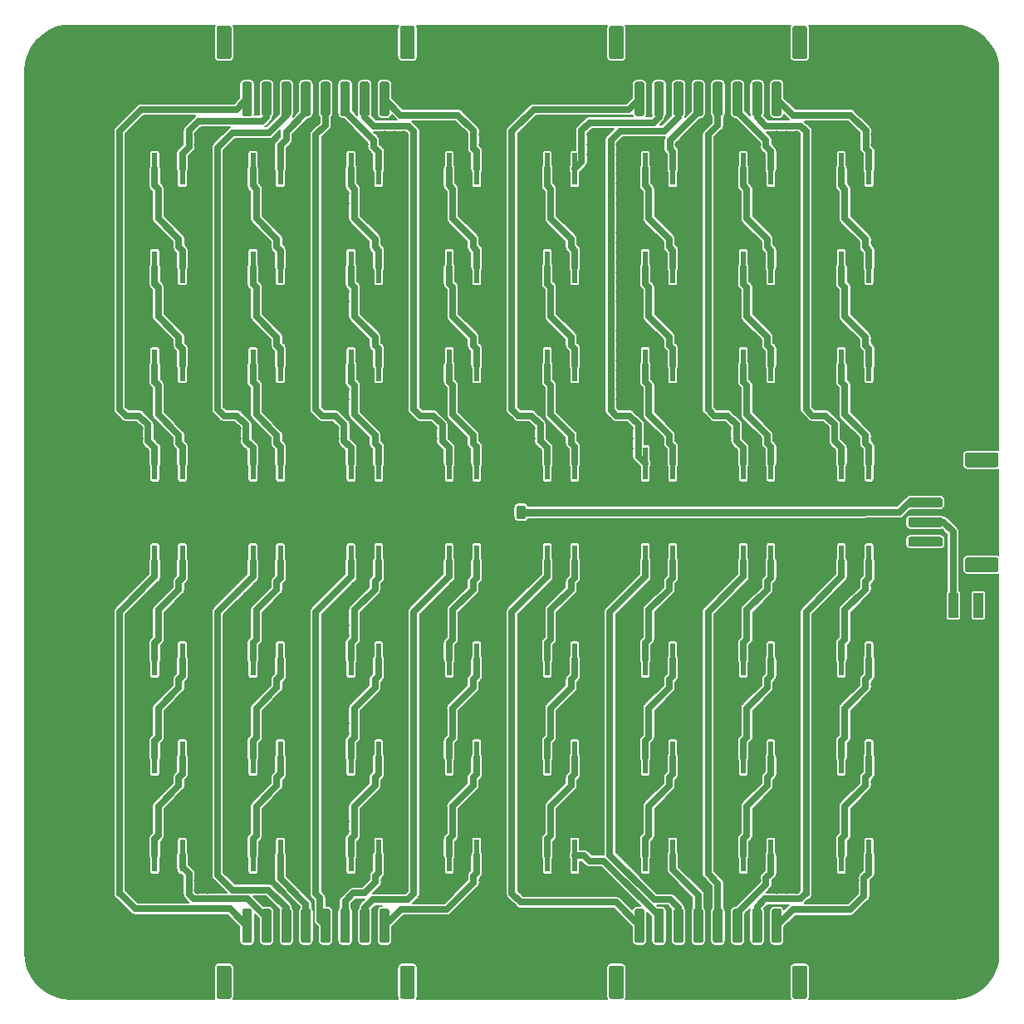
<source format=gbr>
G04 #@! TF.GenerationSoftware,KiCad,Pcbnew,(5.1.5)-3*
G04 #@! TF.CreationDate,2020-05-05T12:11:31+02:00*
G04 #@! TF.ProjectId,led_board,6c65645f-626f-4617-9264-2e6b69636164,rev?*
G04 #@! TF.SameCoordinates,Original*
G04 #@! TF.FileFunction,Copper,L1,Top*
G04 #@! TF.FilePolarity,Positive*
%FSLAX46Y46*%
G04 Gerber Fmt 4.6, Leading zero omitted, Abs format (unit mm)*
G04 Created by KiCad (PCBNEW (5.1.5)-3) date 2020-05-05 12:11:31*
%MOMM*%
%LPD*%
G04 APERTURE LIST*
%ADD10C,0.100000*%
%ADD11R,1.000000X2.500000*%
%ADD12R,1.300000X3.300000*%
%ADD13R,0.500000X3.300000*%
%ADD14C,0.800000*%
%ADD15C,6.400000*%
%ADD16C,0.700000*%
%ADD17C,0.750000*%
%ADD18C,0.150000*%
G04 APERTURE END LIST*
G04 #@! TA.AperFunction,SMDPad,CuDef*
D10*
G36*
X299374504Y-103901204D02*
G01*
X299398773Y-103904804D01*
X299422571Y-103910765D01*
X299445671Y-103919030D01*
X299467849Y-103929520D01*
X299488893Y-103942133D01*
X299508598Y-103956747D01*
X299526777Y-103973223D01*
X299543253Y-103991402D01*
X299557867Y-104011107D01*
X299570480Y-104032151D01*
X299580970Y-104054329D01*
X299589235Y-104077429D01*
X299595196Y-104101227D01*
X299598796Y-104125496D01*
X299600000Y-104150000D01*
X299600000Y-105150000D01*
X299598796Y-105174504D01*
X299595196Y-105198773D01*
X299589235Y-105222571D01*
X299580970Y-105245671D01*
X299570480Y-105267849D01*
X299557867Y-105288893D01*
X299543253Y-105308598D01*
X299526777Y-105326777D01*
X299508598Y-105343253D01*
X299488893Y-105357867D01*
X299467849Y-105370480D01*
X299445671Y-105380970D01*
X299422571Y-105389235D01*
X299398773Y-105395196D01*
X299374504Y-105398796D01*
X299350000Y-105400000D01*
X296450000Y-105400000D01*
X296425496Y-105398796D01*
X296401227Y-105395196D01*
X296377429Y-105389235D01*
X296354329Y-105380970D01*
X296332151Y-105370480D01*
X296311107Y-105357867D01*
X296291402Y-105343253D01*
X296273223Y-105326777D01*
X296256747Y-105308598D01*
X296242133Y-105288893D01*
X296229520Y-105267849D01*
X296219030Y-105245671D01*
X296210765Y-105222571D01*
X296204804Y-105198773D01*
X296201204Y-105174504D01*
X296200000Y-105150000D01*
X296200000Y-104150000D01*
X296201204Y-104125496D01*
X296204804Y-104101227D01*
X296210765Y-104077429D01*
X296219030Y-104054329D01*
X296229520Y-104032151D01*
X296242133Y-104011107D01*
X296256747Y-103991402D01*
X296273223Y-103973223D01*
X296291402Y-103956747D01*
X296311107Y-103942133D01*
X296332151Y-103929520D01*
X296354329Y-103919030D01*
X296377429Y-103910765D01*
X296401227Y-103904804D01*
X296425496Y-103901204D01*
X296450000Y-103900000D01*
X299350000Y-103900000D01*
X299374504Y-103901204D01*
G37*
G04 #@! TD.AperFunction*
G04 #@! TA.AperFunction,SMDPad,CuDef*
G36*
X299374504Y-114601204D02*
G01*
X299398773Y-114604804D01*
X299422571Y-114610765D01*
X299445671Y-114619030D01*
X299467849Y-114629520D01*
X299488893Y-114642133D01*
X299508598Y-114656747D01*
X299526777Y-114673223D01*
X299543253Y-114691402D01*
X299557867Y-114711107D01*
X299570480Y-114732151D01*
X299580970Y-114754329D01*
X299589235Y-114777429D01*
X299595196Y-114801227D01*
X299598796Y-114825496D01*
X299600000Y-114850000D01*
X299600000Y-115850000D01*
X299598796Y-115874504D01*
X299595196Y-115898773D01*
X299589235Y-115922571D01*
X299580970Y-115945671D01*
X299570480Y-115967849D01*
X299557867Y-115988893D01*
X299543253Y-116008598D01*
X299526777Y-116026777D01*
X299508598Y-116043253D01*
X299488893Y-116057867D01*
X299467849Y-116070480D01*
X299445671Y-116080970D01*
X299422571Y-116089235D01*
X299398773Y-116095196D01*
X299374504Y-116098796D01*
X299350000Y-116100000D01*
X296450000Y-116100000D01*
X296425496Y-116098796D01*
X296401227Y-116095196D01*
X296377429Y-116089235D01*
X296354329Y-116080970D01*
X296332151Y-116070480D01*
X296311107Y-116057867D01*
X296291402Y-116043253D01*
X296273223Y-116026777D01*
X296256747Y-116008598D01*
X296242133Y-115988893D01*
X296229520Y-115967849D01*
X296219030Y-115945671D01*
X296210765Y-115922571D01*
X296204804Y-115898773D01*
X296201204Y-115874504D01*
X296200000Y-115850000D01*
X296200000Y-114850000D01*
X296201204Y-114825496D01*
X296204804Y-114801227D01*
X296210765Y-114777429D01*
X296219030Y-114754329D01*
X296229520Y-114732151D01*
X296242133Y-114711107D01*
X296256747Y-114691402D01*
X296273223Y-114673223D01*
X296291402Y-114656747D01*
X296311107Y-114642133D01*
X296332151Y-114629520D01*
X296354329Y-114619030D01*
X296377429Y-114610765D01*
X296401227Y-114604804D01*
X296425496Y-114601204D01*
X296450000Y-114600000D01*
X299350000Y-114600000D01*
X299374504Y-114601204D01*
G37*
G04 #@! TD.AperFunction*
G04 #@! TA.AperFunction,SMDPad,CuDef*
G36*
X293674504Y-106501204D02*
G01*
X293698773Y-106504804D01*
X293722571Y-106510765D01*
X293745671Y-106519030D01*
X293767849Y-106529520D01*
X293788893Y-106542133D01*
X293808598Y-106556747D01*
X293826777Y-106573223D01*
X293843253Y-106591402D01*
X293857867Y-106611107D01*
X293870480Y-106632151D01*
X293880970Y-106654329D01*
X293889235Y-106677429D01*
X293895196Y-106701227D01*
X293898796Y-106725496D01*
X293900000Y-106750000D01*
X293900000Y-107250000D01*
X293898796Y-107274504D01*
X293895196Y-107298773D01*
X293889235Y-107322571D01*
X293880970Y-107345671D01*
X293870480Y-107367849D01*
X293857867Y-107388893D01*
X293843253Y-107408598D01*
X293826777Y-107426777D01*
X293808598Y-107443253D01*
X293788893Y-107457867D01*
X293767849Y-107470480D01*
X293745671Y-107480970D01*
X293722571Y-107489235D01*
X293698773Y-107495196D01*
X293674504Y-107498796D01*
X293650000Y-107500000D01*
X290650000Y-107500000D01*
X290625496Y-107498796D01*
X290601227Y-107495196D01*
X290577429Y-107489235D01*
X290554329Y-107480970D01*
X290532151Y-107470480D01*
X290511107Y-107457867D01*
X290491402Y-107443253D01*
X290473223Y-107426777D01*
X290456747Y-107408598D01*
X290442133Y-107388893D01*
X290429520Y-107367849D01*
X290419030Y-107345671D01*
X290410765Y-107322571D01*
X290404804Y-107298773D01*
X290401204Y-107274504D01*
X290400000Y-107250000D01*
X290400000Y-106750000D01*
X290401204Y-106725496D01*
X290404804Y-106701227D01*
X290410765Y-106677429D01*
X290419030Y-106654329D01*
X290429520Y-106632151D01*
X290442133Y-106611107D01*
X290456747Y-106591402D01*
X290473223Y-106573223D01*
X290491402Y-106556747D01*
X290511107Y-106542133D01*
X290532151Y-106529520D01*
X290554329Y-106519030D01*
X290577429Y-106510765D01*
X290601227Y-106504804D01*
X290625496Y-106501204D01*
X290650000Y-106500000D01*
X293650000Y-106500000D01*
X293674504Y-106501204D01*
G37*
G04 #@! TD.AperFunction*
G04 #@! TA.AperFunction,SMDPad,CuDef*
G36*
X293674504Y-108501204D02*
G01*
X293698773Y-108504804D01*
X293722571Y-108510765D01*
X293745671Y-108519030D01*
X293767849Y-108529520D01*
X293788893Y-108542133D01*
X293808598Y-108556747D01*
X293826777Y-108573223D01*
X293843253Y-108591402D01*
X293857867Y-108611107D01*
X293870480Y-108632151D01*
X293880970Y-108654329D01*
X293889235Y-108677429D01*
X293895196Y-108701227D01*
X293898796Y-108725496D01*
X293900000Y-108750000D01*
X293900000Y-109250000D01*
X293898796Y-109274504D01*
X293895196Y-109298773D01*
X293889235Y-109322571D01*
X293880970Y-109345671D01*
X293870480Y-109367849D01*
X293857867Y-109388893D01*
X293843253Y-109408598D01*
X293826777Y-109426777D01*
X293808598Y-109443253D01*
X293788893Y-109457867D01*
X293767849Y-109470480D01*
X293745671Y-109480970D01*
X293722571Y-109489235D01*
X293698773Y-109495196D01*
X293674504Y-109498796D01*
X293650000Y-109500000D01*
X290650000Y-109500000D01*
X290625496Y-109498796D01*
X290601227Y-109495196D01*
X290577429Y-109489235D01*
X290554329Y-109480970D01*
X290532151Y-109470480D01*
X290511107Y-109457867D01*
X290491402Y-109443253D01*
X290473223Y-109426777D01*
X290456747Y-109408598D01*
X290442133Y-109388893D01*
X290429520Y-109367849D01*
X290419030Y-109345671D01*
X290410765Y-109322571D01*
X290404804Y-109298773D01*
X290401204Y-109274504D01*
X290400000Y-109250000D01*
X290400000Y-108750000D01*
X290401204Y-108725496D01*
X290404804Y-108701227D01*
X290410765Y-108677429D01*
X290419030Y-108654329D01*
X290429520Y-108632151D01*
X290442133Y-108611107D01*
X290456747Y-108591402D01*
X290473223Y-108573223D01*
X290491402Y-108556747D01*
X290511107Y-108542133D01*
X290532151Y-108529520D01*
X290554329Y-108519030D01*
X290577429Y-108510765D01*
X290601227Y-108504804D01*
X290625496Y-108501204D01*
X290650000Y-108500000D01*
X293650000Y-108500000D01*
X293674504Y-108501204D01*
G37*
G04 #@! TD.AperFunction*
G04 #@! TA.AperFunction,SMDPad,CuDef*
G36*
X293674504Y-110501204D02*
G01*
X293698773Y-110504804D01*
X293722571Y-110510765D01*
X293745671Y-110519030D01*
X293767849Y-110529520D01*
X293788893Y-110542133D01*
X293808598Y-110556747D01*
X293826777Y-110573223D01*
X293843253Y-110591402D01*
X293857867Y-110611107D01*
X293870480Y-110632151D01*
X293880970Y-110654329D01*
X293889235Y-110677429D01*
X293895196Y-110701227D01*
X293898796Y-110725496D01*
X293900000Y-110750000D01*
X293900000Y-111250000D01*
X293898796Y-111274504D01*
X293895196Y-111298773D01*
X293889235Y-111322571D01*
X293880970Y-111345671D01*
X293870480Y-111367849D01*
X293857867Y-111388893D01*
X293843253Y-111408598D01*
X293826777Y-111426777D01*
X293808598Y-111443253D01*
X293788893Y-111457867D01*
X293767849Y-111470480D01*
X293745671Y-111480970D01*
X293722571Y-111489235D01*
X293698773Y-111495196D01*
X293674504Y-111498796D01*
X293650000Y-111500000D01*
X290650000Y-111500000D01*
X290625496Y-111498796D01*
X290601227Y-111495196D01*
X290577429Y-111489235D01*
X290554329Y-111480970D01*
X290532151Y-111470480D01*
X290511107Y-111457867D01*
X290491402Y-111443253D01*
X290473223Y-111426777D01*
X290456747Y-111408598D01*
X290442133Y-111388893D01*
X290429520Y-111367849D01*
X290419030Y-111345671D01*
X290410765Y-111322571D01*
X290404804Y-111298773D01*
X290401204Y-111274504D01*
X290400000Y-111250000D01*
X290400000Y-110750000D01*
X290401204Y-110725496D01*
X290404804Y-110701227D01*
X290410765Y-110677429D01*
X290419030Y-110654329D01*
X290429520Y-110632151D01*
X290442133Y-110611107D01*
X290456747Y-110591402D01*
X290473223Y-110573223D01*
X290491402Y-110556747D01*
X290511107Y-110542133D01*
X290532151Y-110529520D01*
X290554329Y-110519030D01*
X290577429Y-110510765D01*
X290601227Y-110504804D01*
X290625496Y-110501204D01*
X290650000Y-110500000D01*
X293650000Y-110500000D01*
X293674504Y-110501204D01*
G37*
G04 #@! TD.AperFunction*
G04 #@! TA.AperFunction,SMDPad,CuDef*
G36*
X293674504Y-112501204D02*
G01*
X293698773Y-112504804D01*
X293722571Y-112510765D01*
X293745671Y-112519030D01*
X293767849Y-112529520D01*
X293788893Y-112542133D01*
X293808598Y-112556747D01*
X293826777Y-112573223D01*
X293843253Y-112591402D01*
X293857867Y-112611107D01*
X293870480Y-112632151D01*
X293880970Y-112654329D01*
X293889235Y-112677429D01*
X293895196Y-112701227D01*
X293898796Y-112725496D01*
X293900000Y-112750000D01*
X293900000Y-113250000D01*
X293898796Y-113274504D01*
X293895196Y-113298773D01*
X293889235Y-113322571D01*
X293880970Y-113345671D01*
X293870480Y-113367849D01*
X293857867Y-113388893D01*
X293843253Y-113408598D01*
X293826777Y-113426777D01*
X293808598Y-113443253D01*
X293788893Y-113457867D01*
X293767849Y-113470480D01*
X293745671Y-113480970D01*
X293722571Y-113489235D01*
X293698773Y-113495196D01*
X293674504Y-113498796D01*
X293650000Y-113500000D01*
X290650000Y-113500000D01*
X290625496Y-113498796D01*
X290601227Y-113495196D01*
X290577429Y-113489235D01*
X290554329Y-113480970D01*
X290532151Y-113470480D01*
X290511107Y-113457867D01*
X290491402Y-113443253D01*
X290473223Y-113426777D01*
X290456747Y-113408598D01*
X290442133Y-113388893D01*
X290429520Y-113367849D01*
X290419030Y-113345671D01*
X290410765Y-113322571D01*
X290404804Y-113298773D01*
X290401204Y-113274504D01*
X290400000Y-113250000D01*
X290400000Y-112750000D01*
X290401204Y-112725496D01*
X290404804Y-112701227D01*
X290410765Y-112677429D01*
X290419030Y-112654329D01*
X290429520Y-112632151D01*
X290442133Y-112611107D01*
X290456747Y-112591402D01*
X290473223Y-112573223D01*
X290491402Y-112556747D01*
X290511107Y-112542133D01*
X290532151Y-112529520D01*
X290554329Y-112519030D01*
X290577429Y-112510765D01*
X290601227Y-112504804D01*
X290625496Y-112501204D01*
X290650000Y-112500000D01*
X293650000Y-112500000D01*
X293674504Y-112501204D01*
G37*
G04 #@! TD.AperFunction*
D11*
X292460000Y-119475000D03*
X295000000Y-119475000D03*
X297540000Y-119475000D03*
G04 #@! TA.AperFunction,SMDPad,CuDef*
D10*
G36*
X279874504Y-156201204D02*
G01*
X279898773Y-156204804D01*
X279922571Y-156210765D01*
X279945671Y-156219030D01*
X279967849Y-156229520D01*
X279988893Y-156242133D01*
X280008598Y-156256747D01*
X280026777Y-156273223D01*
X280043253Y-156291402D01*
X280057867Y-156311107D01*
X280070480Y-156332151D01*
X280080970Y-156354329D01*
X280089235Y-156377429D01*
X280095196Y-156401227D01*
X280098796Y-156425496D01*
X280100000Y-156450000D01*
X280100000Y-159350000D01*
X280098796Y-159374504D01*
X280095196Y-159398773D01*
X280089235Y-159422571D01*
X280080970Y-159445671D01*
X280070480Y-159467849D01*
X280057867Y-159488893D01*
X280043253Y-159508598D01*
X280026777Y-159526777D01*
X280008598Y-159543253D01*
X279988893Y-159557867D01*
X279967849Y-159570480D01*
X279945671Y-159580970D01*
X279922571Y-159589235D01*
X279898773Y-159595196D01*
X279874504Y-159598796D01*
X279850000Y-159600000D01*
X278850000Y-159600000D01*
X278825496Y-159598796D01*
X278801227Y-159595196D01*
X278777429Y-159589235D01*
X278754329Y-159580970D01*
X278732151Y-159570480D01*
X278711107Y-159557867D01*
X278691402Y-159543253D01*
X278673223Y-159526777D01*
X278656747Y-159508598D01*
X278642133Y-159488893D01*
X278629520Y-159467849D01*
X278619030Y-159445671D01*
X278610765Y-159422571D01*
X278604804Y-159398773D01*
X278601204Y-159374504D01*
X278600000Y-159350000D01*
X278600000Y-156450000D01*
X278601204Y-156425496D01*
X278604804Y-156401227D01*
X278610765Y-156377429D01*
X278619030Y-156354329D01*
X278629520Y-156332151D01*
X278642133Y-156311107D01*
X278656747Y-156291402D01*
X278673223Y-156273223D01*
X278691402Y-156256747D01*
X278711107Y-156242133D01*
X278732151Y-156229520D01*
X278754329Y-156219030D01*
X278777429Y-156210765D01*
X278801227Y-156204804D01*
X278825496Y-156201204D01*
X278850000Y-156200000D01*
X279850000Y-156200000D01*
X279874504Y-156201204D01*
G37*
G04 #@! TD.AperFunction*
G04 #@! TA.AperFunction,SMDPad,CuDef*
G36*
X261174504Y-156201204D02*
G01*
X261198773Y-156204804D01*
X261222571Y-156210765D01*
X261245671Y-156219030D01*
X261267849Y-156229520D01*
X261288893Y-156242133D01*
X261308598Y-156256747D01*
X261326777Y-156273223D01*
X261343253Y-156291402D01*
X261357867Y-156311107D01*
X261370480Y-156332151D01*
X261380970Y-156354329D01*
X261389235Y-156377429D01*
X261395196Y-156401227D01*
X261398796Y-156425496D01*
X261400000Y-156450000D01*
X261400000Y-159350000D01*
X261398796Y-159374504D01*
X261395196Y-159398773D01*
X261389235Y-159422571D01*
X261380970Y-159445671D01*
X261370480Y-159467849D01*
X261357867Y-159488893D01*
X261343253Y-159508598D01*
X261326777Y-159526777D01*
X261308598Y-159543253D01*
X261288893Y-159557867D01*
X261267849Y-159570480D01*
X261245671Y-159580970D01*
X261222571Y-159589235D01*
X261198773Y-159595196D01*
X261174504Y-159598796D01*
X261150000Y-159600000D01*
X260150000Y-159600000D01*
X260125496Y-159598796D01*
X260101227Y-159595196D01*
X260077429Y-159589235D01*
X260054329Y-159580970D01*
X260032151Y-159570480D01*
X260011107Y-159557867D01*
X259991402Y-159543253D01*
X259973223Y-159526777D01*
X259956747Y-159508598D01*
X259942133Y-159488893D01*
X259929520Y-159467849D01*
X259919030Y-159445671D01*
X259910765Y-159422571D01*
X259904804Y-159398773D01*
X259901204Y-159374504D01*
X259900000Y-159350000D01*
X259900000Y-156450000D01*
X259901204Y-156425496D01*
X259904804Y-156401227D01*
X259910765Y-156377429D01*
X259919030Y-156354329D01*
X259929520Y-156332151D01*
X259942133Y-156311107D01*
X259956747Y-156291402D01*
X259973223Y-156273223D01*
X259991402Y-156256747D01*
X260011107Y-156242133D01*
X260032151Y-156229520D01*
X260054329Y-156219030D01*
X260077429Y-156210765D01*
X260101227Y-156204804D01*
X260125496Y-156201204D01*
X260150000Y-156200000D01*
X261150000Y-156200000D01*
X261174504Y-156201204D01*
G37*
G04 #@! TD.AperFunction*
G04 #@! TA.AperFunction,SMDPad,CuDef*
G36*
X277274504Y-150401204D02*
G01*
X277298773Y-150404804D01*
X277322571Y-150410765D01*
X277345671Y-150419030D01*
X277367849Y-150429520D01*
X277388893Y-150442133D01*
X277408598Y-150456747D01*
X277426777Y-150473223D01*
X277443253Y-150491402D01*
X277457867Y-150511107D01*
X277470480Y-150532151D01*
X277480970Y-150554329D01*
X277489235Y-150577429D01*
X277495196Y-150601227D01*
X277498796Y-150625496D01*
X277500000Y-150650000D01*
X277500000Y-153650000D01*
X277498796Y-153674504D01*
X277495196Y-153698773D01*
X277489235Y-153722571D01*
X277480970Y-153745671D01*
X277470480Y-153767849D01*
X277457867Y-153788893D01*
X277443253Y-153808598D01*
X277426777Y-153826777D01*
X277408598Y-153843253D01*
X277388893Y-153857867D01*
X277367849Y-153870480D01*
X277345671Y-153880970D01*
X277322571Y-153889235D01*
X277298773Y-153895196D01*
X277274504Y-153898796D01*
X277250000Y-153900000D01*
X276750000Y-153900000D01*
X276725496Y-153898796D01*
X276701227Y-153895196D01*
X276677429Y-153889235D01*
X276654329Y-153880970D01*
X276632151Y-153870480D01*
X276611107Y-153857867D01*
X276591402Y-153843253D01*
X276573223Y-153826777D01*
X276556747Y-153808598D01*
X276542133Y-153788893D01*
X276529520Y-153767849D01*
X276519030Y-153745671D01*
X276510765Y-153722571D01*
X276504804Y-153698773D01*
X276501204Y-153674504D01*
X276500000Y-153650000D01*
X276500000Y-150650000D01*
X276501204Y-150625496D01*
X276504804Y-150601227D01*
X276510765Y-150577429D01*
X276519030Y-150554329D01*
X276529520Y-150532151D01*
X276542133Y-150511107D01*
X276556747Y-150491402D01*
X276573223Y-150473223D01*
X276591402Y-150456747D01*
X276611107Y-150442133D01*
X276632151Y-150429520D01*
X276654329Y-150419030D01*
X276677429Y-150410765D01*
X276701227Y-150404804D01*
X276725496Y-150401204D01*
X276750000Y-150400000D01*
X277250000Y-150400000D01*
X277274504Y-150401204D01*
G37*
G04 #@! TD.AperFunction*
G04 #@! TA.AperFunction,SMDPad,CuDef*
G36*
X275274504Y-150401204D02*
G01*
X275298773Y-150404804D01*
X275322571Y-150410765D01*
X275345671Y-150419030D01*
X275367849Y-150429520D01*
X275388893Y-150442133D01*
X275408598Y-150456747D01*
X275426777Y-150473223D01*
X275443253Y-150491402D01*
X275457867Y-150511107D01*
X275470480Y-150532151D01*
X275480970Y-150554329D01*
X275489235Y-150577429D01*
X275495196Y-150601227D01*
X275498796Y-150625496D01*
X275500000Y-150650000D01*
X275500000Y-153650000D01*
X275498796Y-153674504D01*
X275495196Y-153698773D01*
X275489235Y-153722571D01*
X275480970Y-153745671D01*
X275470480Y-153767849D01*
X275457867Y-153788893D01*
X275443253Y-153808598D01*
X275426777Y-153826777D01*
X275408598Y-153843253D01*
X275388893Y-153857867D01*
X275367849Y-153870480D01*
X275345671Y-153880970D01*
X275322571Y-153889235D01*
X275298773Y-153895196D01*
X275274504Y-153898796D01*
X275250000Y-153900000D01*
X274750000Y-153900000D01*
X274725496Y-153898796D01*
X274701227Y-153895196D01*
X274677429Y-153889235D01*
X274654329Y-153880970D01*
X274632151Y-153870480D01*
X274611107Y-153857867D01*
X274591402Y-153843253D01*
X274573223Y-153826777D01*
X274556747Y-153808598D01*
X274542133Y-153788893D01*
X274529520Y-153767849D01*
X274519030Y-153745671D01*
X274510765Y-153722571D01*
X274504804Y-153698773D01*
X274501204Y-153674504D01*
X274500000Y-153650000D01*
X274500000Y-150650000D01*
X274501204Y-150625496D01*
X274504804Y-150601227D01*
X274510765Y-150577429D01*
X274519030Y-150554329D01*
X274529520Y-150532151D01*
X274542133Y-150511107D01*
X274556747Y-150491402D01*
X274573223Y-150473223D01*
X274591402Y-150456747D01*
X274611107Y-150442133D01*
X274632151Y-150429520D01*
X274654329Y-150419030D01*
X274677429Y-150410765D01*
X274701227Y-150404804D01*
X274725496Y-150401204D01*
X274750000Y-150400000D01*
X275250000Y-150400000D01*
X275274504Y-150401204D01*
G37*
G04 #@! TD.AperFunction*
G04 #@! TA.AperFunction,SMDPad,CuDef*
G36*
X273274504Y-150401204D02*
G01*
X273298773Y-150404804D01*
X273322571Y-150410765D01*
X273345671Y-150419030D01*
X273367849Y-150429520D01*
X273388893Y-150442133D01*
X273408598Y-150456747D01*
X273426777Y-150473223D01*
X273443253Y-150491402D01*
X273457867Y-150511107D01*
X273470480Y-150532151D01*
X273480970Y-150554329D01*
X273489235Y-150577429D01*
X273495196Y-150601227D01*
X273498796Y-150625496D01*
X273500000Y-150650000D01*
X273500000Y-153650000D01*
X273498796Y-153674504D01*
X273495196Y-153698773D01*
X273489235Y-153722571D01*
X273480970Y-153745671D01*
X273470480Y-153767849D01*
X273457867Y-153788893D01*
X273443253Y-153808598D01*
X273426777Y-153826777D01*
X273408598Y-153843253D01*
X273388893Y-153857867D01*
X273367849Y-153870480D01*
X273345671Y-153880970D01*
X273322571Y-153889235D01*
X273298773Y-153895196D01*
X273274504Y-153898796D01*
X273250000Y-153900000D01*
X272750000Y-153900000D01*
X272725496Y-153898796D01*
X272701227Y-153895196D01*
X272677429Y-153889235D01*
X272654329Y-153880970D01*
X272632151Y-153870480D01*
X272611107Y-153857867D01*
X272591402Y-153843253D01*
X272573223Y-153826777D01*
X272556747Y-153808598D01*
X272542133Y-153788893D01*
X272529520Y-153767849D01*
X272519030Y-153745671D01*
X272510765Y-153722571D01*
X272504804Y-153698773D01*
X272501204Y-153674504D01*
X272500000Y-153650000D01*
X272500000Y-150650000D01*
X272501204Y-150625496D01*
X272504804Y-150601227D01*
X272510765Y-150577429D01*
X272519030Y-150554329D01*
X272529520Y-150532151D01*
X272542133Y-150511107D01*
X272556747Y-150491402D01*
X272573223Y-150473223D01*
X272591402Y-150456747D01*
X272611107Y-150442133D01*
X272632151Y-150429520D01*
X272654329Y-150419030D01*
X272677429Y-150410765D01*
X272701227Y-150404804D01*
X272725496Y-150401204D01*
X272750000Y-150400000D01*
X273250000Y-150400000D01*
X273274504Y-150401204D01*
G37*
G04 #@! TD.AperFunction*
G04 #@! TA.AperFunction,SMDPad,CuDef*
G36*
X271274504Y-150401204D02*
G01*
X271298773Y-150404804D01*
X271322571Y-150410765D01*
X271345671Y-150419030D01*
X271367849Y-150429520D01*
X271388893Y-150442133D01*
X271408598Y-150456747D01*
X271426777Y-150473223D01*
X271443253Y-150491402D01*
X271457867Y-150511107D01*
X271470480Y-150532151D01*
X271480970Y-150554329D01*
X271489235Y-150577429D01*
X271495196Y-150601227D01*
X271498796Y-150625496D01*
X271500000Y-150650000D01*
X271500000Y-153650000D01*
X271498796Y-153674504D01*
X271495196Y-153698773D01*
X271489235Y-153722571D01*
X271480970Y-153745671D01*
X271470480Y-153767849D01*
X271457867Y-153788893D01*
X271443253Y-153808598D01*
X271426777Y-153826777D01*
X271408598Y-153843253D01*
X271388893Y-153857867D01*
X271367849Y-153870480D01*
X271345671Y-153880970D01*
X271322571Y-153889235D01*
X271298773Y-153895196D01*
X271274504Y-153898796D01*
X271250000Y-153900000D01*
X270750000Y-153900000D01*
X270725496Y-153898796D01*
X270701227Y-153895196D01*
X270677429Y-153889235D01*
X270654329Y-153880970D01*
X270632151Y-153870480D01*
X270611107Y-153857867D01*
X270591402Y-153843253D01*
X270573223Y-153826777D01*
X270556747Y-153808598D01*
X270542133Y-153788893D01*
X270529520Y-153767849D01*
X270519030Y-153745671D01*
X270510765Y-153722571D01*
X270504804Y-153698773D01*
X270501204Y-153674504D01*
X270500000Y-153650000D01*
X270500000Y-150650000D01*
X270501204Y-150625496D01*
X270504804Y-150601227D01*
X270510765Y-150577429D01*
X270519030Y-150554329D01*
X270529520Y-150532151D01*
X270542133Y-150511107D01*
X270556747Y-150491402D01*
X270573223Y-150473223D01*
X270591402Y-150456747D01*
X270611107Y-150442133D01*
X270632151Y-150429520D01*
X270654329Y-150419030D01*
X270677429Y-150410765D01*
X270701227Y-150404804D01*
X270725496Y-150401204D01*
X270750000Y-150400000D01*
X271250000Y-150400000D01*
X271274504Y-150401204D01*
G37*
G04 #@! TD.AperFunction*
G04 #@! TA.AperFunction,SMDPad,CuDef*
G36*
X269274504Y-150401204D02*
G01*
X269298773Y-150404804D01*
X269322571Y-150410765D01*
X269345671Y-150419030D01*
X269367849Y-150429520D01*
X269388893Y-150442133D01*
X269408598Y-150456747D01*
X269426777Y-150473223D01*
X269443253Y-150491402D01*
X269457867Y-150511107D01*
X269470480Y-150532151D01*
X269480970Y-150554329D01*
X269489235Y-150577429D01*
X269495196Y-150601227D01*
X269498796Y-150625496D01*
X269500000Y-150650000D01*
X269500000Y-153650000D01*
X269498796Y-153674504D01*
X269495196Y-153698773D01*
X269489235Y-153722571D01*
X269480970Y-153745671D01*
X269470480Y-153767849D01*
X269457867Y-153788893D01*
X269443253Y-153808598D01*
X269426777Y-153826777D01*
X269408598Y-153843253D01*
X269388893Y-153857867D01*
X269367849Y-153870480D01*
X269345671Y-153880970D01*
X269322571Y-153889235D01*
X269298773Y-153895196D01*
X269274504Y-153898796D01*
X269250000Y-153900000D01*
X268750000Y-153900000D01*
X268725496Y-153898796D01*
X268701227Y-153895196D01*
X268677429Y-153889235D01*
X268654329Y-153880970D01*
X268632151Y-153870480D01*
X268611107Y-153857867D01*
X268591402Y-153843253D01*
X268573223Y-153826777D01*
X268556747Y-153808598D01*
X268542133Y-153788893D01*
X268529520Y-153767849D01*
X268519030Y-153745671D01*
X268510765Y-153722571D01*
X268504804Y-153698773D01*
X268501204Y-153674504D01*
X268500000Y-153650000D01*
X268500000Y-150650000D01*
X268501204Y-150625496D01*
X268504804Y-150601227D01*
X268510765Y-150577429D01*
X268519030Y-150554329D01*
X268529520Y-150532151D01*
X268542133Y-150511107D01*
X268556747Y-150491402D01*
X268573223Y-150473223D01*
X268591402Y-150456747D01*
X268611107Y-150442133D01*
X268632151Y-150429520D01*
X268654329Y-150419030D01*
X268677429Y-150410765D01*
X268701227Y-150404804D01*
X268725496Y-150401204D01*
X268750000Y-150400000D01*
X269250000Y-150400000D01*
X269274504Y-150401204D01*
G37*
G04 #@! TD.AperFunction*
G04 #@! TA.AperFunction,SMDPad,CuDef*
G36*
X267274504Y-150401204D02*
G01*
X267298773Y-150404804D01*
X267322571Y-150410765D01*
X267345671Y-150419030D01*
X267367849Y-150429520D01*
X267388893Y-150442133D01*
X267408598Y-150456747D01*
X267426777Y-150473223D01*
X267443253Y-150491402D01*
X267457867Y-150511107D01*
X267470480Y-150532151D01*
X267480970Y-150554329D01*
X267489235Y-150577429D01*
X267495196Y-150601227D01*
X267498796Y-150625496D01*
X267500000Y-150650000D01*
X267500000Y-153650000D01*
X267498796Y-153674504D01*
X267495196Y-153698773D01*
X267489235Y-153722571D01*
X267480970Y-153745671D01*
X267470480Y-153767849D01*
X267457867Y-153788893D01*
X267443253Y-153808598D01*
X267426777Y-153826777D01*
X267408598Y-153843253D01*
X267388893Y-153857867D01*
X267367849Y-153870480D01*
X267345671Y-153880970D01*
X267322571Y-153889235D01*
X267298773Y-153895196D01*
X267274504Y-153898796D01*
X267250000Y-153900000D01*
X266750000Y-153900000D01*
X266725496Y-153898796D01*
X266701227Y-153895196D01*
X266677429Y-153889235D01*
X266654329Y-153880970D01*
X266632151Y-153870480D01*
X266611107Y-153857867D01*
X266591402Y-153843253D01*
X266573223Y-153826777D01*
X266556747Y-153808598D01*
X266542133Y-153788893D01*
X266529520Y-153767849D01*
X266519030Y-153745671D01*
X266510765Y-153722571D01*
X266504804Y-153698773D01*
X266501204Y-153674504D01*
X266500000Y-153650000D01*
X266500000Y-150650000D01*
X266501204Y-150625496D01*
X266504804Y-150601227D01*
X266510765Y-150577429D01*
X266519030Y-150554329D01*
X266529520Y-150532151D01*
X266542133Y-150511107D01*
X266556747Y-150491402D01*
X266573223Y-150473223D01*
X266591402Y-150456747D01*
X266611107Y-150442133D01*
X266632151Y-150429520D01*
X266654329Y-150419030D01*
X266677429Y-150410765D01*
X266701227Y-150404804D01*
X266725496Y-150401204D01*
X266750000Y-150400000D01*
X267250000Y-150400000D01*
X267274504Y-150401204D01*
G37*
G04 #@! TD.AperFunction*
G04 #@! TA.AperFunction,SMDPad,CuDef*
G36*
X265274504Y-150401204D02*
G01*
X265298773Y-150404804D01*
X265322571Y-150410765D01*
X265345671Y-150419030D01*
X265367849Y-150429520D01*
X265388893Y-150442133D01*
X265408598Y-150456747D01*
X265426777Y-150473223D01*
X265443253Y-150491402D01*
X265457867Y-150511107D01*
X265470480Y-150532151D01*
X265480970Y-150554329D01*
X265489235Y-150577429D01*
X265495196Y-150601227D01*
X265498796Y-150625496D01*
X265500000Y-150650000D01*
X265500000Y-153650000D01*
X265498796Y-153674504D01*
X265495196Y-153698773D01*
X265489235Y-153722571D01*
X265480970Y-153745671D01*
X265470480Y-153767849D01*
X265457867Y-153788893D01*
X265443253Y-153808598D01*
X265426777Y-153826777D01*
X265408598Y-153843253D01*
X265388893Y-153857867D01*
X265367849Y-153870480D01*
X265345671Y-153880970D01*
X265322571Y-153889235D01*
X265298773Y-153895196D01*
X265274504Y-153898796D01*
X265250000Y-153900000D01*
X264750000Y-153900000D01*
X264725496Y-153898796D01*
X264701227Y-153895196D01*
X264677429Y-153889235D01*
X264654329Y-153880970D01*
X264632151Y-153870480D01*
X264611107Y-153857867D01*
X264591402Y-153843253D01*
X264573223Y-153826777D01*
X264556747Y-153808598D01*
X264542133Y-153788893D01*
X264529520Y-153767849D01*
X264519030Y-153745671D01*
X264510765Y-153722571D01*
X264504804Y-153698773D01*
X264501204Y-153674504D01*
X264500000Y-153650000D01*
X264500000Y-150650000D01*
X264501204Y-150625496D01*
X264504804Y-150601227D01*
X264510765Y-150577429D01*
X264519030Y-150554329D01*
X264529520Y-150532151D01*
X264542133Y-150511107D01*
X264556747Y-150491402D01*
X264573223Y-150473223D01*
X264591402Y-150456747D01*
X264611107Y-150442133D01*
X264632151Y-150429520D01*
X264654329Y-150419030D01*
X264677429Y-150410765D01*
X264701227Y-150404804D01*
X264725496Y-150401204D01*
X264750000Y-150400000D01*
X265250000Y-150400000D01*
X265274504Y-150401204D01*
G37*
G04 #@! TD.AperFunction*
G04 #@! TA.AperFunction,SMDPad,CuDef*
G36*
X263274504Y-150401204D02*
G01*
X263298773Y-150404804D01*
X263322571Y-150410765D01*
X263345671Y-150419030D01*
X263367849Y-150429520D01*
X263388893Y-150442133D01*
X263408598Y-150456747D01*
X263426777Y-150473223D01*
X263443253Y-150491402D01*
X263457867Y-150511107D01*
X263470480Y-150532151D01*
X263480970Y-150554329D01*
X263489235Y-150577429D01*
X263495196Y-150601227D01*
X263498796Y-150625496D01*
X263500000Y-150650000D01*
X263500000Y-153650000D01*
X263498796Y-153674504D01*
X263495196Y-153698773D01*
X263489235Y-153722571D01*
X263480970Y-153745671D01*
X263470480Y-153767849D01*
X263457867Y-153788893D01*
X263443253Y-153808598D01*
X263426777Y-153826777D01*
X263408598Y-153843253D01*
X263388893Y-153857867D01*
X263367849Y-153870480D01*
X263345671Y-153880970D01*
X263322571Y-153889235D01*
X263298773Y-153895196D01*
X263274504Y-153898796D01*
X263250000Y-153900000D01*
X262750000Y-153900000D01*
X262725496Y-153898796D01*
X262701227Y-153895196D01*
X262677429Y-153889235D01*
X262654329Y-153880970D01*
X262632151Y-153870480D01*
X262611107Y-153857867D01*
X262591402Y-153843253D01*
X262573223Y-153826777D01*
X262556747Y-153808598D01*
X262542133Y-153788893D01*
X262529520Y-153767849D01*
X262519030Y-153745671D01*
X262510765Y-153722571D01*
X262504804Y-153698773D01*
X262501204Y-153674504D01*
X262500000Y-153650000D01*
X262500000Y-150650000D01*
X262501204Y-150625496D01*
X262504804Y-150601227D01*
X262510765Y-150577429D01*
X262519030Y-150554329D01*
X262529520Y-150532151D01*
X262542133Y-150511107D01*
X262556747Y-150491402D01*
X262573223Y-150473223D01*
X262591402Y-150456747D01*
X262611107Y-150442133D01*
X262632151Y-150429520D01*
X262654329Y-150419030D01*
X262677429Y-150410765D01*
X262701227Y-150404804D01*
X262725496Y-150401204D01*
X262750000Y-150400000D01*
X263250000Y-150400000D01*
X263274504Y-150401204D01*
G37*
G04 #@! TD.AperFunction*
G04 #@! TA.AperFunction,SMDPad,CuDef*
G36*
X239874504Y-156201204D02*
G01*
X239898773Y-156204804D01*
X239922571Y-156210765D01*
X239945671Y-156219030D01*
X239967849Y-156229520D01*
X239988893Y-156242133D01*
X240008598Y-156256747D01*
X240026777Y-156273223D01*
X240043253Y-156291402D01*
X240057867Y-156311107D01*
X240070480Y-156332151D01*
X240080970Y-156354329D01*
X240089235Y-156377429D01*
X240095196Y-156401227D01*
X240098796Y-156425496D01*
X240100000Y-156450000D01*
X240100000Y-159350000D01*
X240098796Y-159374504D01*
X240095196Y-159398773D01*
X240089235Y-159422571D01*
X240080970Y-159445671D01*
X240070480Y-159467849D01*
X240057867Y-159488893D01*
X240043253Y-159508598D01*
X240026777Y-159526777D01*
X240008598Y-159543253D01*
X239988893Y-159557867D01*
X239967849Y-159570480D01*
X239945671Y-159580970D01*
X239922571Y-159589235D01*
X239898773Y-159595196D01*
X239874504Y-159598796D01*
X239850000Y-159600000D01*
X238850000Y-159600000D01*
X238825496Y-159598796D01*
X238801227Y-159595196D01*
X238777429Y-159589235D01*
X238754329Y-159580970D01*
X238732151Y-159570480D01*
X238711107Y-159557867D01*
X238691402Y-159543253D01*
X238673223Y-159526777D01*
X238656747Y-159508598D01*
X238642133Y-159488893D01*
X238629520Y-159467849D01*
X238619030Y-159445671D01*
X238610765Y-159422571D01*
X238604804Y-159398773D01*
X238601204Y-159374504D01*
X238600000Y-159350000D01*
X238600000Y-156450000D01*
X238601204Y-156425496D01*
X238604804Y-156401227D01*
X238610765Y-156377429D01*
X238619030Y-156354329D01*
X238629520Y-156332151D01*
X238642133Y-156311107D01*
X238656747Y-156291402D01*
X238673223Y-156273223D01*
X238691402Y-156256747D01*
X238711107Y-156242133D01*
X238732151Y-156229520D01*
X238754329Y-156219030D01*
X238777429Y-156210765D01*
X238801227Y-156204804D01*
X238825496Y-156201204D01*
X238850000Y-156200000D01*
X239850000Y-156200000D01*
X239874504Y-156201204D01*
G37*
G04 #@! TD.AperFunction*
G04 #@! TA.AperFunction,SMDPad,CuDef*
G36*
X221174504Y-156201204D02*
G01*
X221198773Y-156204804D01*
X221222571Y-156210765D01*
X221245671Y-156219030D01*
X221267849Y-156229520D01*
X221288893Y-156242133D01*
X221308598Y-156256747D01*
X221326777Y-156273223D01*
X221343253Y-156291402D01*
X221357867Y-156311107D01*
X221370480Y-156332151D01*
X221380970Y-156354329D01*
X221389235Y-156377429D01*
X221395196Y-156401227D01*
X221398796Y-156425496D01*
X221400000Y-156450000D01*
X221400000Y-159350000D01*
X221398796Y-159374504D01*
X221395196Y-159398773D01*
X221389235Y-159422571D01*
X221380970Y-159445671D01*
X221370480Y-159467849D01*
X221357867Y-159488893D01*
X221343253Y-159508598D01*
X221326777Y-159526777D01*
X221308598Y-159543253D01*
X221288893Y-159557867D01*
X221267849Y-159570480D01*
X221245671Y-159580970D01*
X221222571Y-159589235D01*
X221198773Y-159595196D01*
X221174504Y-159598796D01*
X221150000Y-159600000D01*
X220150000Y-159600000D01*
X220125496Y-159598796D01*
X220101227Y-159595196D01*
X220077429Y-159589235D01*
X220054329Y-159580970D01*
X220032151Y-159570480D01*
X220011107Y-159557867D01*
X219991402Y-159543253D01*
X219973223Y-159526777D01*
X219956747Y-159508598D01*
X219942133Y-159488893D01*
X219929520Y-159467849D01*
X219919030Y-159445671D01*
X219910765Y-159422571D01*
X219904804Y-159398773D01*
X219901204Y-159374504D01*
X219900000Y-159350000D01*
X219900000Y-156450000D01*
X219901204Y-156425496D01*
X219904804Y-156401227D01*
X219910765Y-156377429D01*
X219919030Y-156354329D01*
X219929520Y-156332151D01*
X219942133Y-156311107D01*
X219956747Y-156291402D01*
X219973223Y-156273223D01*
X219991402Y-156256747D01*
X220011107Y-156242133D01*
X220032151Y-156229520D01*
X220054329Y-156219030D01*
X220077429Y-156210765D01*
X220101227Y-156204804D01*
X220125496Y-156201204D01*
X220150000Y-156200000D01*
X221150000Y-156200000D01*
X221174504Y-156201204D01*
G37*
G04 #@! TD.AperFunction*
G04 #@! TA.AperFunction,SMDPad,CuDef*
G36*
X237274504Y-150401204D02*
G01*
X237298773Y-150404804D01*
X237322571Y-150410765D01*
X237345671Y-150419030D01*
X237367849Y-150429520D01*
X237388893Y-150442133D01*
X237408598Y-150456747D01*
X237426777Y-150473223D01*
X237443253Y-150491402D01*
X237457867Y-150511107D01*
X237470480Y-150532151D01*
X237480970Y-150554329D01*
X237489235Y-150577429D01*
X237495196Y-150601227D01*
X237498796Y-150625496D01*
X237500000Y-150650000D01*
X237500000Y-153650000D01*
X237498796Y-153674504D01*
X237495196Y-153698773D01*
X237489235Y-153722571D01*
X237480970Y-153745671D01*
X237470480Y-153767849D01*
X237457867Y-153788893D01*
X237443253Y-153808598D01*
X237426777Y-153826777D01*
X237408598Y-153843253D01*
X237388893Y-153857867D01*
X237367849Y-153870480D01*
X237345671Y-153880970D01*
X237322571Y-153889235D01*
X237298773Y-153895196D01*
X237274504Y-153898796D01*
X237250000Y-153900000D01*
X236750000Y-153900000D01*
X236725496Y-153898796D01*
X236701227Y-153895196D01*
X236677429Y-153889235D01*
X236654329Y-153880970D01*
X236632151Y-153870480D01*
X236611107Y-153857867D01*
X236591402Y-153843253D01*
X236573223Y-153826777D01*
X236556747Y-153808598D01*
X236542133Y-153788893D01*
X236529520Y-153767849D01*
X236519030Y-153745671D01*
X236510765Y-153722571D01*
X236504804Y-153698773D01*
X236501204Y-153674504D01*
X236500000Y-153650000D01*
X236500000Y-150650000D01*
X236501204Y-150625496D01*
X236504804Y-150601227D01*
X236510765Y-150577429D01*
X236519030Y-150554329D01*
X236529520Y-150532151D01*
X236542133Y-150511107D01*
X236556747Y-150491402D01*
X236573223Y-150473223D01*
X236591402Y-150456747D01*
X236611107Y-150442133D01*
X236632151Y-150429520D01*
X236654329Y-150419030D01*
X236677429Y-150410765D01*
X236701227Y-150404804D01*
X236725496Y-150401204D01*
X236750000Y-150400000D01*
X237250000Y-150400000D01*
X237274504Y-150401204D01*
G37*
G04 #@! TD.AperFunction*
G04 #@! TA.AperFunction,SMDPad,CuDef*
G36*
X235274504Y-150401204D02*
G01*
X235298773Y-150404804D01*
X235322571Y-150410765D01*
X235345671Y-150419030D01*
X235367849Y-150429520D01*
X235388893Y-150442133D01*
X235408598Y-150456747D01*
X235426777Y-150473223D01*
X235443253Y-150491402D01*
X235457867Y-150511107D01*
X235470480Y-150532151D01*
X235480970Y-150554329D01*
X235489235Y-150577429D01*
X235495196Y-150601227D01*
X235498796Y-150625496D01*
X235500000Y-150650000D01*
X235500000Y-153650000D01*
X235498796Y-153674504D01*
X235495196Y-153698773D01*
X235489235Y-153722571D01*
X235480970Y-153745671D01*
X235470480Y-153767849D01*
X235457867Y-153788893D01*
X235443253Y-153808598D01*
X235426777Y-153826777D01*
X235408598Y-153843253D01*
X235388893Y-153857867D01*
X235367849Y-153870480D01*
X235345671Y-153880970D01*
X235322571Y-153889235D01*
X235298773Y-153895196D01*
X235274504Y-153898796D01*
X235250000Y-153900000D01*
X234750000Y-153900000D01*
X234725496Y-153898796D01*
X234701227Y-153895196D01*
X234677429Y-153889235D01*
X234654329Y-153880970D01*
X234632151Y-153870480D01*
X234611107Y-153857867D01*
X234591402Y-153843253D01*
X234573223Y-153826777D01*
X234556747Y-153808598D01*
X234542133Y-153788893D01*
X234529520Y-153767849D01*
X234519030Y-153745671D01*
X234510765Y-153722571D01*
X234504804Y-153698773D01*
X234501204Y-153674504D01*
X234500000Y-153650000D01*
X234500000Y-150650000D01*
X234501204Y-150625496D01*
X234504804Y-150601227D01*
X234510765Y-150577429D01*
X234519030Y-150554329D01*
X234529520Y-150532151D01*
X234542133Y-150511107D01*
X234556747Y-150491402D01*
X234573223Y-150473223D01*
X234591402Y-150456747D01*
X234611107Y-150442133D01*
X234632151Y-150429520D01*
X234654329Y-150419030D01*
X234677429Y-150410765D01*
X234701227Y-150404804D01*
X234725496Y-150401204D01*
X234750000Y-150400000D01*
X235250000Y-150400000D01*
X235274504Y-150401204D01*
G37*
G04 #@! TD.AperFunction*
G04 #@! TA.AperFunction,SMDPad,CuDef*
G36*
X233274504Y-150401204D02*
G01*
X233298773Y-150404804D01*
X233322571Y-150410765D01*
X233345671Y-150419030D01*
X233367849Y-150429520D01*
X233388893Y-150442133D01*
X233408598Y-150456747D01*
X233426777Y-150473223D01*
X233443253Y-150491402D01*
X233457867Y-150511107D01*
X233470480Y-150532151D01*
X233480970Y-150554329D01*
X233489235Y-150577429D01*
X233495196Y-150601227D01*
X233498796Y-150625496D01*
X233500000Y-150650000D01*
X233500000Y-153650000D01*
X233498796Y-153674504D01*
X233495196Y-153698773D01*
X233489235Y-153722571D01*
X233480970Y-153745671D01*
X233470480Y-153767849D01*
X233457867Y-153788893D01*
X233443253Y-153808598D01*
X233426777Y-153826777D01*
X233408598Y-153843253D01*
X233388893Y-153857867D01*
X233367849Y-153870480D01*
X233345671Y-153880970D01*
X233322571Y-153889235D01*
X233298773Y-153895196D01*
X233274504Y-153898796D01*
X233250000Y-153900000D01*
X232750000Y-153900000D01*
X232725496Y-153898796D01*
X232701227Y-153895196D01*
X232677429Y-153889235D01*
X232654329Y-153880970D01*
X232632151Y-153870480D01*
X232611107Y-153857867D01*
X232591402Y-153843253D01*
X232573223Y-153826777D01*
X232556747Y-153808598D01*
X232542133Y-153788893D01*
X232529520Y-153767849D01*
X232519030Y-153745671D01*
X232510765Y-153722571D01*
X232504804Y-153698773D01*
X232501204Y-153674504D01*
X232500000Y-153650000D01*
X232500000Y-150650000D01*
X232501204Y-150625496D01*
X232504804Y-150601227D01*
X232510765Y-150577429D01*
X232519030Y-150554329D01*
X232529520Y-150532151D01*
X232542133Y-150511107D01*
X232556747Y-150491402D01*
X232573223Y-150473223D01*
X232591402Y-150456747D01*
X232611107Y-150442133D01*
X232632151Y-150429520D01*
X232654329Y-150419030D01*
X232677429Y-150410765D01*
X232701227Y-150404804D01*
X232725496Y-150401204D01*
X232750000Y-150400000D01*
X233250000Y-150400000D01*
X233274504Y-150401204D01*
G37*
G04 #@! TD.AperFunction*
G04 #@! TA.AperFunction,SMDPad,CuDef*
G36*
X231274504Y-150401204D02*
G01*
X231298773Y-150404804D01*
X231322571Y-150410765D01*
X231345671Y-150419030D01*
X231367849Y-150429520D01*
X231388893Y-150442133D01*
X231408598Y-150456747D01*
X231426777Y-150473223D01*
X231443253Y-150491402D01*
X231457867Y-150511107D01*
X231470480Y-150532151D01*
X231480970Y-150554329D01*
X231489235Y-150577429D01*
X231495196Y-150601227D01*
X231498796Y-150625496D01*
X231500000Y-150650000D01*
X231500000Y-153650000D01*
X231498796Y-153674504D01*
X231495196Y-153698773D01*
X231489235Y-153722571D01*
X231480970Y-153745671D01*
X231470480Y-153767849D01*
X231457867Y-153788893D01*
X231443253Y-153808598D01*
X231426777Y-153826777D01*
X231408598Y-153843253D01*
X231388893Y-153857867D01*
X231367849Y-153870480D01*
X231345671Y-153880970D01*
X231322571Y-153889235D01*
X231298773Y-153895196D01*
X231274504Y-153898796D01*
X231250000Y-153900000D01*
X230750000Y-153900000D01*
X230725496Y-153898796D01*
X230701227Y-153895196D01*
X230677429Y-153889235D01*
X230654329Y-153880970D01*
X230632151Y-153870480D01*
X230611107Y-153857867D01*
X230591402Y-153843253D01*
X230573223Y-153826777D01*
X230556747Y-153808598D01*
X230542133Y-153788893D01*
X230529520Y-153767849D01*
X230519030Y-153745671D01*
X230510765Y-153722571D01*
X230504804Y-153698773D01*
X230501204Y-153674504D01*
X230500000Y-153650000D01*
X230500000Y-150650000D01*
X230501204Y-150625496D01*
X230504804Y-150601227D01*
X230510765Y-150577429D01*
X230519030Y-150554329D01*
X230529520Y-150532151D01*
X230542133Y-150511107D01*
X230556747Y-150491402D01*
X230573223Y-150473223D01*
X230591402Y-150456747D01*
X230611107Y-150442133D01*
X230632151Y-150429520D01*
X230654329Y-150419030D01*
X230677429Y-150410765D01*
X230701227Y-150404804D01*
X230725496Y-150401204D01*
X230750000Y-150400000D01*
X231250000Y-150400000D01*
X231274504Y-150401204D01*
G37*
G04 #@! TD.AperFunction*
G04 #@! TA.AperFunction,SMDPad,CuDef*
G36*
X229274504Y-150401204D02*
G01*
X229298773Y-150404804D01*
X229322571Y-150410765D01*
X229345671Y-150419030D01*
X229367849Y-150429520D01*
X229388893Y-150442133D01*
X229408598Y-150456747D01*
X229426777Y-150473223D01*
X229443253Y-150491402D01*
X229457867Y-150511107D01*
X229470480Y-150532151D01*
X229480970Y-150554329D01*
X229489235Y-150577429D01*
X229495196Y-150601227D01*
X229498796Y-150625496D01*
X229500000Y-150650000D01*
X229500000Y-153650000D01*
X229498796Y-153674504D01*
X229495196Y-153698773D01*
X229489235Y-153722571D01*
X229480970Y-153745671D01*
X229470480Y-153767849D01*
X229457867Y-153788893D01*
X229443253Y-153808598D01*
X229426777Y-153826777D01*
X229408598Y-153843253D01*
X229388893Y-153857867D01*
X229367849Y-153870480D01*
X229345671Y-153880970D01*
X229322571Y-153889235D01*
X229298773Y-153895196D01*
X229274504Y-153898796D01*
X229250000Y-153900000D01*
X228750000Y-153900000D01*
X228725496Y-153898796D01*
X228701227Y-153895196D01*
X228677429Y-153889235D01*
X228654329Y-153880970D01*
X228632151Y-153870480D01*
X228611107Y-153857867D01*
X228591402Y-153843253D01*
X228573223Y-153826777D01*
X228556747Y-153808598D01*
X228542133Y-153788893D01*
X228529520Y-153767849D01*
X228519030Y-153745671D01*
X228510765Y-153722571D01*
X228504804Y-153698773D01*
X228501204Y-153674504D01*
X228500000Y-153650000D01*
X228500000Y-150650000D01*
X228501204Y-150625496D01*
X228504804Y-150601227D01*
X228510765Y-150577429D01*
X228519030Y-150554329D01*
X228529520Y-150532151D01*
X228542133Y-150511107D01*
X228556747Y-150491402D01*
X228573223Y-150473223D01*
X228591402Y-150456747D01*
X228611107Y-150442133D01*
X228632151Y-150429520D01*
X228654329Y-150419030D01*
X228677429Y-150410765D01*
X228701227Y-150404804D01*
X228725496Y-150401204D01*
X228750000Y-150400000D01*
X229250000Y-150400000D01*
X229274504Y-150401204D01*
G37*
G04 #@! TD.AperFunction*
G04 #@! TA.AperFunction,SMDPad,CuDef*
G36*
X227274504Y-150401204D02*
G01*
X227298773Y-150404804D01*
X227322571Y-150410765D01*
X227345671Y-150419030D01*
X227367849Y-150429520D01*
X227388893Y-150442133D01*
X227408598Y-150456747D01*
X227426777Y-150473223D01*
X227443253Y-150491402D01*
X227457867Y-150511107D01*
X227470480Y-150532151D01*
X227480970Y-150554329D01*
X227489235Y-150577429D01*
X227495196Y-150601227D01*
X227498796Y-150625496D01*
X227500000Y-150650000D01*
X227500000Y-153650000D01*
X227498796Y-153674504D01*
X227495196Y-153698773D01*
X227489235Y-153722571D01*
X227480970Y-153745671D01*
X227470480Y-153767849D01*
X227457867Y-153788893D01*
X227443253Y-153808598D01*
X227426777Y-153826777D01*
X227408598Y-153843253D01*
X227388893Y-153857867D01*
X227367849Y-153870480D01*
X227345671Y-153880970D01*
X227322571Y-153889235D01*
X227298773Y-153895196D01*
X227274504Y-153898796D01*
X227250000Y-153900000D01*
X226750000Y-153900000D01*
X226725496Y-153898796D01*
X226701227Y-153895196D01*
X226677429Y-153889235D01*
X226654329Y-153880970D01*
X226632151Y-153870480D01*
X226611107Y-153857867D01*
X226591402Y-153843253D01*
X226573223Y-153826777D01*
X226556747Y-153808598D01*
X226542133Y-153788893D01*
X226529520Y-153767849D01*
X226519030Y-153745671D01*
X226510765Y-153722571D01*
X226504804Y-153698773D01*
X226501204Y-153674504D01*
X226500000Y-153650000D01*
X226500000Y-150650000D01*
X226501204Y-150625496D01*
X226504804Y-150601227D01*
X226510765Y-150577429D01*
X226519030Y-150554329D01*
X226529520Y-150532151D01*
X226542133Y-150511107D01*
X226556747Y-150491402D01*
X226573223Y-150473223D01*
X226591402Y-150456747D01*
X226611107Y-150442133D01*
X226632151Y-150429520D01*
X226654329Y-150419030D01*
X226677429Y-150410765D01*
X226701227Y-150404804D01*
X226725496Y-150401204D01*
X226750000Y-150400000D01*
X227250000Y-150400000D01*
X227274504Y-150401204D01*
G37*
G04 #@! TD.AperFunction*
G04 #@! TA.AperFunction,SMDPad,CuDef*
G36*
X225274504Y-150401204D02*
G01*
X225298773Y-150404804D01*
X225322571Y-150410765D01*
X225345671Y-150419030D01*
X225367849Y-150429520D01*
X225388893Y-150442133D01*
X225408598Y-150456747D01*
X225426777Y-150473223D01*
X225443253Y-150491402D01*
X225457867Y-150511107D01*
X225470480Y-150532151D01*
X225480970Y-150554329D01*
X225489235Y-150577429D01*
X225495196Y-150601227D01*
X225498796Y-150625496D01*
X225500000Y-150650000D01*
X225500000Y-153650000D01*
X225498796Y-153674504D01*
X225495196Y-153698773D01*
X225489235Y-153722571D01*
X225480970Y-153745671D01*
X225470480Y-153767849D01*
X225457867Y-153788893D01*
X225443253Y-153808598D01*
X225426777Y-153826777D01*
X225408598Y-153843253D01*
X225388893Y-153857867D01*
X225367849Y-153870480D01*
X225345671Y-153880970D01*
X225322571Y-153889235D01*
X225298773Y-153895196D01*
X225274504Y-153898796D01*
X225250000Y-153900000D01*
X224750000Y-153900000D01*
X224725496Y-153898796D01*
X224701227Y-153895196D01*
X224677429Y-153889235D01*
X224654329Y-153880970D01*
X224632151Y-153870480D01*
X224611107Y-153857867D01*
X224591402Y-153843253D01*
X224573223Y-153826777D01*
X224556747Y-153808598D01*
X224542133Y-153788893D01*
X224529520Y-153767849D01*
X224519030Y-153745671D01*
X224510765Y-153722571D01*
X224504804Y-153698773D01*
X224501204Y-153674504D01*
X224500000Y-153650000D01*
X224500000Y-150650000D01*
X224501204Y-150625496D01*
X224504804Y-150601227D01*
X224510765Y-150577429D01*
X224519030Y-150554329D01*
X224529520Y-150532151D01*
X224542133Y-150511107D01*
X224556747Y-150491402D01*
X224573223Y-150473223D01*
X224591402Y-150456747D01*
X224611107Y-150442133D01*
X224632151Y-150429520D01*
X224654329Y-150419030D01*
X224677429Y-150410765D01*
X224701227Y-150404804D01*
X224725496Y-150401204D01*
X224750000Y-150400000D01*
X225250000Y-150400000D01*
X225274504Y-150401204D01*
G37*
G04 #@! TD.AperFunction*
G04 #@! TA.AperFunction,SMDPad,CuDef*
G36*
X223274504Y-150401204D02*
G01*
X223298773Y-150404804D01*
X223322571Y-150410765D01*
X223345671Y-150419030D01*
X223367849Y-150429520D01*
X223388893Y-150442133D01*
X223408598Y-150456747D01*
X223426777Y-150473223D01*
X223443253Y-150491402D01*
X223457867Y-150511107D01*
X223470480Y-150532151D01*
X223480970Y-150554329D01*
X223489235Y-150577429D01*
X223495196Y-150601227D01*
X223498796Y-150625496D01*
X223500000Y-150650000D01*
X223500000Y-153650000D01*
X223498796Y-153674504D01*
X223495196Y-153698773D01*
X223489235Y-153722571D01*
X223480970Y-153745671D01*
X223470480Y-153767849D01*
X223457867Y-153788893D01*
X223443253Y-153808598D01*
X223426777Y-153826777D01*
X223408598Y-153843253D01*
X223388893Y-153857867D01*
X223367849Y-153870480D01*
X223345671Y-153880970D01*
X223322571Y-153889235D01*
X223298773Y-153895196D01*
X223274504Y-153898796D01*
X223250000Y-153900000D01*
X222750000Y-153900000D01*
X222725496Y-153898796D01*
X222701227Y-153895196D01*
X222677429Y-153889235D01*
X222654329Y-153880970D01*
X222632151Y-153870480D01*
X222611107Y-153857867D01*
X222591402Y-153843253D01*
X222573223Y-153826777D01*
X222556747Y-153808598D01*
X222542133Y-153788893D01*
X222529520Y-153767849D01*
X222519030Y-153745671D01*
X222510765Y-153722571D01*
X222504804Y-153698773D01*
X222501204Y-153674504D01*
X222500000Y-153650000D01*
X222500000Y-150650000D01*
X222501204Y-150625496D01*
X222504804Y-150601227D01*
X222510765Y-150577429D01*
X222519030Y-150554329D01*
X222529520Y-150532151D01*
X222542133Y-150511107D01*
X222556747Y-150491402D01*
X222573223Y-150473223D01*
X222591402Y-150456747D01*
X222611107Y-150442133D01*
X222632151Y-150429520D01*
X222654329Y-150419030D01*
X222677429Y-150410765D01*
X222701227Y-150404804D01*
X222725496Y-150401204D01*
X222750000Y-150400000D01*
X223250000Y-150400000D01*
X223274504Y-150401204D01*
G37*
G04 #@! TD.AperFunction*
G04 #@! TA.AperFunction,SMDPad,CuDef*
G36*
X261174504Y-60401204D02*
G01*
X261198773Y-60404804D01*
X261222571Y-60410765D01*
X261245671Y-60419030D01*
X261267849Y-60429520D01*
X261288893Y-60442133D01*
X261308598Y-60456747D01*
X261326777Y-60473223D01*
X261343253Y-60491402D01*
X261357867Y-60511107D01*
X261370480Y-60532151D01*
X261380970Y-60554329D01*
X261389235Y-60577429D01*
X261395196Y-60601227D01*
X261398796Y-60625496D01*
X261400000Y-60650000D01*
X261400000Y-63550000D01*
X261398796Y-63574504D01*
X261395196Y-63598773D01*
X261389235Y-63622571D01*
X261380970Y-63645671D01*
X261370480Y-63667849D01*
X261357867Y-63688893D01*
X261343253Y-63708598D01*
X261326777Y-63726777D01*
X261308598Y-63743253D01*
X261288893Y-63757867D01*
X261267849Y-63770480D01*
X261245671Y-63780970D01*
X261222571Y-63789235D01*
X261198773Y-63795196D01*
X261174504Y-63798796D01*
X261150000Y-63800000D01*
X260150000Y-63800000D01*
X260125496Y-63798796D01*
X260101227Y-63795196D01*
X260077429Y-63789235D01*
X260054329Y-63780970D01*
X260032151Y-63770480D01*
X260011107Y-63757867D01*
X259991402Y-63743253D01*
X259973223Y-63726777D01*
X259956747Y-63708598D01*
X259942133Y-63688893D01*
X259929520Y-63667849D01*
X259919030Y-63645671D01*
X259910765Y-63622571D01*
X259904804Y-63598773D01*
X259901204Y-63574504D01*
X259900000Y-63550000D01*
X259900000Y-60650000D01*
X259901204Y-60625496D01*
X259904804Y-60601227D01*
X259910765Y-60577429D01*
X259919030Y-60554329D01*
X259929520Y-60532151D01*
X259942133Y-60511107D01*
X259956747Y-60491402D01*
X259973223Y-60473223D01*
X259991402Y-60456747D01*
X260011107Y-60442133D01*
X260032151Y-60429520D01*
X260054329Y-60419030D01*
X260077429Y-60410765D01*
X260101227Y-60404804D01*
X260125496Y-60401204D01*
X260150000Y-60400000D01*
X261150000Y-60400000D01*
X261174504Y-60401204D01*
G37*
G04 #@! TD.AperFunction*
G04 #@! TA.AperFunction,SMDPad,CuDef*
G36*
X279874504Y-60401204D02*
G01*
X279898773Y-60404804D01*
X279922571Y-60410765D01*
X279945671Y-60419030D01*
X279967849Y-60429520D01*
X279988893Y-60442133D01*
X280008598Y-60456747D01*
X280026777Y-60473223D01*
X280043253Y-60491402D01*
X280057867Y-60511107D01*
X280070480Y-60532151D01*
X280080970Y-60554329D01*
X280089235Y-60577429D01*
X280095196Y-60601227D01*
X280098796Y-60625496D01*
X280100000Y-60650000D01*
X280100000Y-63550000D01*
X280098796Y-63574504D01*
X280095196Y-63598773D01*
X280089235Y-63622571D01*
X280080970Y-63645671D01*
X280070480Y-63667849D01*
X280057867Y-63688893D01*
X280043253Y-63708598D01*
X280026777Y-63726777D01*
X280008598Y-63743253D01*
X279988893Y-63757867D01*
X279967849Y-63770480D01*
X279945671Y-63780970D01*
X279922571Y-63789235D01*
X279898773Y-63795196D01*
X279874504Y-63798796D01*
X279850000Y-63800000D01*
X278850000Y-63800000D01*
X278825496Y-63798796D01*
X278801227Y-63795196D01*
X278777429Y-63789235D01*
X278754329Y-63780970D01*
X278732151Y-63770480D01*
X278711107Y-63757867D01*
X278691402Y-63743253D01*
X278673223Y-63726777D01*
X278656747Y-63708598D01*
X278642133Y-63688893D01*
X278629520Y-63667849D01*
X278619030Y-63645671D01*
X278610765Y-63622571D01*
X278604804Y-63598773D01*
X278601204Y-63574504D01*
X278600000Y-63550000D01*
X278600000Y-60650000D01*
X278601204Y-60625496D01*
X278604804Y-60601227D01*
X278610765Y-60577429D01*
X278619030Y-60554329D01*
X278629520Y-60532151D01*
X278642133Y-60511107D01*
X278656747Y-60491402D01*
X278673223Y-60473223D01*
X278691402Y-60456747D01*
X278711107Y-60442133D01*
X278732151Y-60429520D01*
X278754329Y-60419030D01*
X278777429Y-60410765D01*
X278801227Y-60404804D01*
X278825496Y-60401204D01*
X278850000Y-60400000D01*
X279850000Y-60400000D01*
X279874504Y-60401204D01*
G37*
G04 #@! TD.AperFunction*
G04 #@! TA.AperFunction,SMDPad,CuDef*
G36*
X263274504Y-66101204D02*
G01*
X263298773Y-66104804D01*
X263322571Y-66110765D01*
X263345671Y-66119030D01*
X263367849Y-66129520D01*
X263388893Y-66142133D01*
X263408598Y-66156747D01*
X263426777Y-66173223D01*
X263443253Y-66191402D01*
X263457867Y-66211107D01*
X263470480Y-66232151D01*
X263480970Y-66254329D01*
X263489235Y-66277429D01*
X263495196Y-66301227D01*
X263498796Y-66325496D01*
X263500000Y-66350000D01*
X263500000Y-69350000D01*
X263498796Y-69374504D01*
X263495196Y-69398773D01*
X263489235Y-69422571D01*
X263480970Y-69445671D01*
X263470480Y-69467849D01*
X263457867Y-69488893D01*
X263443253Y-69508598D01*
X263426777Y-69526777D01*
X263408598Y-69543253D01*
X263388893Y-69557867D01*
X263367849Y-69570480D01*
X263345671Y-69580970D01*
X263322571Y-69589235D01*
X263298773Y-69595196D01*
X263274504Y-69598796D01*
X263250000Y-69600000D01*
X262750000Y-69600000D01*
X262725496Y-69598796D01*
X262701227Y-69595196D01*
X262677429Y-69589235D01*
X262654329Y-69580970D01*
X262632151Y-69570480D01*
X262611107Y-69557867D01*
X262591402Y-69543253D01*
X262573223Y-69526777D01*
X262556747Y-69508598D01*
X262542133Y-69488893D01*
X262529520Y-69467849D01*
X262519030Y-69445671D01*
X262510765Y-69422571D01*
X262504804Y-69398773D01*
X262501204Y-69374504D01*
X262500000Y-69350000D01*
X262500000Y-66350000D01*
X262501204Y-66325496D01*
X262504804Y-66301227D01*
X262510765Y-66277429D01*
X262519030Y-66254329D01*
X262529520Y-66232151D01*
X262542133Y-66211107D01*
X262556747Y-66191402D01*
X262573223Y-66173223D01*
X262591402Y-66156747D01*
X262611107Y-66142133D01*
X262632151Y-66129520D01*
X262654329Y-66119030D01*
X262677429Y-66110765D01*
X262701227Y-66104804D01*
X262725496Y-66101204D01*
X262750000Y-66100000D01*
X263250000Y-66100000D01*
X263274504Y-66101204D01*
G37*
G04 #@! TD.AperFunction*
G04 #@! TA.AperFunction,SMDPad,CuDef*
G36*
X265274504Y-66101204D02*
G01*
X265298773Y-66104804D01*
X265322571Y-66110765D01*
X265345671Y-66119030D01*
X265367849Y-66129520D01*
X265388893Y-66142133D01*
X265408598Y-66156747D01*
X265426777Y-66173223D01*
X265443253Y-66191402D01*
X265457867Y-66211107D01*
X265470480Y-66232151D01*
X265480970Y-66254329D01*
X265489235Y-66277429D01*
X265495196Y-66301227D01*
X265498796Y-66325496D01*
X265500000Y-66350000D01*
X265500000Y-69350000D01*
X265498796Y-69374504D01*
X265495196Y-69398773D01*
X265489235Y-69422571D01*
X265480970Y-69445671D01*
X265470480Y-69467849D01*
X265457867Y-69488893D01*
X265443253Y-69508598D01*
X265426777Y-69526777D01*
X265408598Y-69543253D01*
X265388893Y-69557867D01*
X265367849Y-69570480D01*
X265345671Y-69580970D01*
X265322571Y-69589235D01*
X265298773Y-69595196D01*
X265274504Y-69598796D01*
X265250000Y-69600000D01*
X264750000Y-69600000D01*
X264725496Y-69598796D01*
X264701227Y-69595196D01*
X264677429Y-69589235D01*
X264654329Y-69580970D01*
X264632151Y-69570480D01*
X264611107Y-69557867D01*
X264591402Y-69543253D01*
X264573223Y-69526777D01*
X264556747Y-69508598D01*
X264542133Y-69488893D01*
X264529520Y-69467849D01*
X264519030Y-69445671D01*
X264510765Y-69422571D01*
X264504804Y-69398773D01*
X264501204Y-69374504D01*
X264500000Y-69350000D01*
X264500000Y-66350000D01*
X264501204Y-66325496D01*
X264504804Y-66301227D01*
X264510765Y-66277429D01*
X264519030Y-66254329D01*
X264529520Y-66232151D01*
X264542133Y-66211107D01*
X264556747Y-66191402D01*
X264573223Y-66173223D01*
X264591402Y-66156747D01*
X264611107Y-66142133D01*
X264632151Y-66129520D01*
X264654329Y-66119030D01*
X264677429Y-66110765D01*
X264701227Y-66104804D01*
X264725496Y-66101204D01*
X264750000Y-66100000D01*
X265250000Y-66100000D01*
X265274504Y-66101204D01*
G37*
G04 #@! TD.AperFunction*
G04 #@! TA.AperFunction,SMDPad,CuDef*
G36*
X267274504Y-66101204D02*
G01*
X267298773Y-66104804D01*
X267322571Y-66110765D01*
X267345671Y-66119030D01*
X267367849Y-66129520D01*
X267388893Y-66142133D01*
X267408598Y-66156747D01*
X267426777Y-66173223D01*
X267443253Y-66191402D01*
X267457867Y-66211107D01*
X267470480Y-66232151D01*
X267480970Y-66254329D01*
X267489235Y-66277429D01*
X267495196Y-66301227D01*
X267498796Y-66325496D01*
X267500000Y-66350000D01*
X267500000Y-69350000D01*
X267498796Y-69374504D01*
X267495196Y-69398773D01*
X267489235Y-69422571D01*
X267480970Y-69445671D01*
X267470480Y-69467849D01*
X267457867Y-69488893D01*
X267443253Y-69508598D01*
X267426777Y-69526777D01*
X267408598Y-69543253D01*
X267388893Y-69557867D01*
X267367849Y-69570480D01*
X267345671Y-69580970D01*
X267322571Y-69589235D01*
X267298773Y-69595196D01*
X267274504Y-69598796D01*
X267250000Y-69600000D01*
X266750000Y-69600000D01*
X266725496Y-69598796D01*
X266701227Y-69595196D01*
X266677429Y-69589235D01*
X266654329Y-69580970D01*
X266632151Y-69570480D01*
X266611107Y-69557867D01*
X266591402Y-69543253D01*
X266573223Y-69526777D01*
X266556747Y-69508598D01*
X266542133Y-69488893D01*
X266529520Y-69467849D01*
X266519030Y-69445671D01*
X266510765Y-69422571D01*
X266504804Y-69398773D01*
X266501204Y-69374504D01*
X266500000Y-69350000D01*
X266500000Y-66350000D01*
X266501204Y-66325496D01*
X266504804Y-66301227D01*
X266510765Y-66277429D01*
X266519030Y-66254329D01*
X266529520Y-66232151D01*
X266542133Y-66211107D01*
X266556747Y-66191402D01*
X266573223Y-66173223D01*
X266591402Y-66156747D01*
X266611107Y-66142133D01*
X266632151Y-66129520D01*
X266654329Y-66119030D01*
X266677429Y-66110765D01*
X266701227Y-66104804D01*
X266725496Y-66101204D01*
X266750000Y-66100000D01*
X267250000Y-66100000D01*
X267274504Y-66101204D01*
G37*
G04 #@! TD.AperFunction*
G04 #@! TA.AperFunction,SMDPad,CuDef*
G36*
X269274504Y-66101204D02*
G01*
X269298773Y-66104804D01*
X269322571Y-66110765D01*
X269345671Y-66119030D01*
X269367849Y-66129520D01*
X269388893Y-66142133D01*
X269408598Y-66156747D01*
X269426777Y-66173223D01*
X269443253Y-66191402D01*
X269457867Y-66211107D01*
X269470480Y-66232151D01*
X269480970Y-66254329D01*
X269489235Y-66277429D01*
X269495196Y-66301227D01*
X269498796Y-66325496D01*
X269500000Y-66350000D01*
X269500000Y-69350000D01*
X269498796Y-69374504D01*
X269495196Y-69398773D01*
X269489235Y-69422571D01*
X269480970Y-69445671D01*
X269470480Y-69467849D01*
X269457867Y-69488893D01*
X269443253Y-69508598D01*
X269426777Y-69526777D01*
X269408598Y-69543253D01*
X269388893Y-69557867D01*
X269367849Y-69570480D01*
X269345671Y-69580970D01*
X269322571Y-69589235D01*
X269298773Y-69595196D01*
X269274504Y-69598796D01*
X269250000Y-69600000D01*
X268750000Y-69600000D01*
X268725496Y-69598796D01*
X268701227Y-69595196D01*
X268677429Y-69589235D01*
X268654329Y-69580970D01*
X268632151Y-69570480D01*
X268611107Y-69557867D01*
X268591402Y-69543253D01*
X268573223Y-69526777D01*
X268556747Y-69508598D01*
X268542133Y-69488893D01*
X268529520Y-69467849D01*
X268519030Y-69445671D01*
X268510765Y-69422571D01*
X268504804Y-69398773D01*
X268501204Y-69374504D01*
X268500000Y-69350000D01*
X268500000Y-66350000D01*
X268501204Y-66325496D01*
X268504804Y-66301227D01*
X268510765Y-66277429D01*
X268519030Y-66254329D01*
X268529520Y-66232151D01*
X268542133Y-66211107D01*
X268556747Y-66191402D01*
X268573223Y-66173223D01*
X268591402Y-66156747D01*
X268611107Y-66142133D01*
X268632151Y-66129520D01*
X268654329Y-66119030D01*
X268677429Y-66110765D01*
X268701227Y-66104804D01*
X268725496Y-66101204D01*
X268750000Y-66100000D01*
X269250000Y-66100000D01*
X269274504Y-66101204D01*
G37*
G04 #@! TD.AperFunction*
G04 #@! TA.AperFunction,SMDPad,CuDef*
G36*
X271274504Y-66101204D02*
G01*
X271298773Y-66104804D01*
X271322571Y-66110765D01*
X271345671Y-66119030D01*
X271367849Y-66129520D01*
X271388893Y-66142133D01*
X271408598Y-66156747D01*
X271426777Y-66173223D01*
X271443253Y-66191402D01*
X271457867Y-66211107D01*
X271470480Y-66232151D01*
X271480970Y-66254329D01*
X271489235Y-66277429D01*
X271495196Y-66301227D01*
X271498796Y-66325496D01*
X271500000Y-66350000D01*
X271500000Y-69350000D01*
X271498796Y-69374504D01*
X271495196Y-69398773D01*
X271489235Y-69422571D01*
X271480970Y-69445671D01*
X271470480Y-69467849D01*
X271457867Y-69488893D01*
X271443253Y-69508598D01*
X271426777Y-69526777D01*
X271408598Y-69543253D01*
X271388893Y-69557867D01*
X271367849Y-69570480D01*
X271345671Y-69580970D01*
X271322571Y-69589235D01*
X271298773Y-69595196D01*
X271274504Y-69598796D01*
X271250000Y-69600000D01*
X270750000Y-69600000D01*
X270725496Y-69598796D01*
X270701227Y-69595196D01*
X270677429Y-69589235D01*
X270654329Y-69580970D01*
X270632151Y-69570480D01*
X270611107Y-69557867D01*
X270591402Y-69543253D01*
X270573223Y-69526777D01*
X270556747Y-69508598D01*
X270542133Y-69488893D01*
X270529520Y-69467849D01*
X270519030Y-69445671D01*
X270510765Y-69422571D01*
X270504804Y-69398773D01*
X270501204Y-69374504D01*
X270500000Y-69350000D01*
X270500000Y-66350000D01*
X270501204Y-66325496D01*
X270504804Y-66301227D01*
X270510765Y-66277429D01*
X270519030Y-66254329D01*
X270529520Y-66232151D01*
X270542133Y-66211107D01*
X270556747Y-66191402D01*
X270573223Y-66173223D01*
X270591402Y-66156747D01*
X270611107Y-66142133D01*
X270632151Y-66129520D01*
X270654329Y-66119030D01*
X270677429Y-66110765D01*
X270701227Y-66104804D01*
X270725496Y-66101204D01*
X270750000Y-66100000D01*
X271250000Y-66100000D01*
X271274504Y-66101204D01*
G37*
G04 #@! TD.AperFunction*
G04 #@! TA.AperFunction,SMDPad,CuDef*
G36*
X273274504Y-66101204D02*
G01*
X273298773Y-66104804D01*
X273322571Y-66110765D01*
X273345671Y-66119030D01*
X273367849Y-66129520D01*
X273388893Y-66142133D01*
X273408598Y-66156747D01*
X273426777Y-66173223D01*
X273443253Y-66191402D01*
X273457867Y-66211107D01*
X273470480Y-66232151D01*
X273480970Y-66254329D01*
X273489235Y-66277429D01*
X273495196Y-66301227D01*
X273498796Y-66325496D01*
X273500000Y-66350000D01*
X273500000Y-69350000D01*
X273498796Y-69374504D01*
X273495196Y-69398773D01*
X273489235Y-69422571D01*
X273480970Y-69445671D01*
X273470480Y-69467849D01*
X273457867Y-69488893D01*
X273443253Y-69508598D01*
X273426777Y-69526777D01*
X273408598Y-69543253D01*
X273388893Y-69557867D01*
X273367849Y-69570480D01*
X273345671Y-69580970D01*
X273322571Y-69589235D01*
X273298773Y-69595196D01*
X273274504Y-69598796D01*
X273250000Y-69600000D01*
X272750000Y-69600000D01*
X272725496Y-69598796D01*
X272701227Y-69595196D01*
X272677429Y-69589235D01*
X272654329Y-69580970D01*
X272632151Y-69570480D01*
X272611107Y-69557867D01*
X272591402Y-69543253D01*
X272573223Y-69526777D01*
X272556747Y-69508598D01*
X272542133Y-69488893D01*
X272529520Y-69467849D01*
X272519030Y-69445671D01*
X272510765Y-69422571D01*
X272504804Y-69398773D01*
X272501204Y-69374504D01*
X272500000Y-69350000D01*
X272500000Y-66350000D01*
X272501204Y-66325496D01*
X272504804Y-66301227D01*
X272510765Y-66277429D01*
X272519030Y-66254329D01*
X272529520Y-66232151D01*
X272542133Y-66211107D01*
X272556747Y-66191402D01*
X272573223Y-66173223D01*
X272591402Y-66156747D01*
X272611107Y-66142133D01*
X272632151Y-66129520D01*
X272654329Y-66119030D01*
X272677429Y-66110765D01*
X272701227Y-66104804D01*
X272725496Y-66101204D01*
X272750000Y-66100000D01*
X273250000Y-66100000D01*
X273274504Y-66101204D01*
G37*
G04 #@! TD.AperFunction*
G04 #@! TA.AperFunction,SMDPad,CuDef*
G36*
X275274504Y-66101204D02*
G01*
X275298773Y-66104804D01*
X275322571Y-66110765D01*
X275345671Y-66119030D01*
X275367849Y-66129520D01*
X275388893Y-66142133D01*
X275408598Y-66156747D01*
X275426777Y-66173223D01*
X275443253Y-66191402D01*
X275457867Y-66211107D01*
X275470480Y-66232151D01*
X275480970Y-66254329D01*
X275489235Y-66277429D01*
X275495196Y-66301227D01*
X275498796Y-66325496D01*
X275500000Y-66350000D01*
X275500000Y-69350000D01*
X275498796Y-69374504D01*
X275495196Y-69398773D01*
X275489235Y-69422571D01*
X275480970Y-69445671D01*
X275470480Y-69467849D01*
X275457867Y-69488893D01*
X275443253Y-69508598D01*
X275426777Y-69526777D01*
X275408598Y-69543253D01*
X275388893Y-69557867D01*
X275367849Y-69570480D01*
X275345671Y-69580970D01*
X275322571Y-69589235D01*
X275298773Y-69595196D01*
X275274504Y-69598796D01*
X275250000Y-69600000D01*
X274750000Y-69600000D01*
X274725496Y-69598796D01*
X274701227Y-69595196D01*
X274677429Y-69589235D01*
X274654329Y-69580970D01*
X274632151Y-69570480D01*
X274611107Y-69557867D01*
X274591402Y-69543253D01*
X274573223Y-69526777D01*
X274556747Y-69508598D01*
X274542133Y-69488893D01*
X274529520Y-69467849D01*
X274519030Y-69445671D01*
X274510765Y-69422571D01*
X274504804Y-69398773D01*
X274501204Y-69374504D01*
X274500000Y-69350000D01*
X274500000Y-66350000D01*
X274501204Y-66325496D01*
X274504804Y-66301227D01*
X274510765Y-66277429D01*
X274519030Y-66254329D01*
X274529520Y-66232151D01*
X274542133Y-66211107D01*
X274556747Y-66191402D01*
X274573223Y-66173223D01*
X274591402Y-66156747D01*
X274611107Y-66142133D01*
X274632151Y-66129520D01*
X274654329Y-66119030D01*
X274677429Y-66110765D01*
X274701227Y-66104804D01*
X274725496Y-66101204D01*
X274750000Y-66100000D01*
X275250000Y-66100000D01*
X275274504Y-66101204D01*
G37*
G04 #@! TD.AperFunction*
G04 #@! TA.AperFunction,SMDPad,CuDef*
G36*
X277274504Y-66101204D02*
G01*
X277298773Y-66104804D01*
X277322571Y-66110765D01*
X277345671Y-66119030D01*
X277367849Y-66129520D01*
X277388893Y-66142133D01*
X277408598Y-66156747D01*
X277426777Y-66173223D01*
X277443253Y-66191402D01*
X277457867Y-66211107D01*
X277470480Y-66232151D01*
X277480970Y-66254329D01*
X277489235Y-66277429D01*
X277495196Y-66301227D01*
X277498796Y-66325496D01*
X277500000Y-66350000D01*
X277500000Y-69350000D01*
X277498796Y-69374504D01*
X277495196Y-69398773D01*
X277489235Y-69422571D01*
X277480970Y-69445671D01*
X277470480Y-69467849D01*
X277457867Y-69488893D01*
X277443253Y-69508598D01*
X277426777Y-69526777D01*
X277408598Y-69543253D01*
X277388893Y-69557867D01*
X277367849Y-69570480D01*
X277345671Y-69580970D01*
X277322571Y-69589235D01*
X277298773Y-69595196D01*
X277274504Y-69598796D01*
X277250000Y-69600000D01*
X276750000Y-69600000D01*
X276725496Y-69598796D01*
X276701227Y-69595196D01*
X276677429Y-69589235D01*
X276654329Y-69580970D01*
X276632151Y-69570480D01*
X276611107Y-69557867D01*
X276591402Y-69543253D01*
X276573223Y-69526777D01*
X276556747Y-69508598D01*
X276542133Y-69488893D01*
X276529520Y-69467849D01*
X276519030Y-69445671D01*
X276510765Y-69422571D01*
X276504804Y-69398773D01*
X276501204Y-69374504D01*
X276500000Y-69350000D01*
X276500000Y-66350000D01*
X276501204Y-66325496D01*
X276504804Y-66301227D01*
X276510765Y-66277429D01*
X276519030Y-66254329D01*
X276529520Y-66232151D01*
X276542133Y-66211107D01*
X276556747Y-66191402D01*
X276573223Y-66173223D01*
X276591402Y-66156747D01*
X276611107Y-66142133D01*
X276632151Y-66129520D01*
X276654329Y-66119030D01*
X276677429Y-66110765D01*
X276701227Y-66104804D01*
X276725496Y-66101204D01*
X276750000Y-66100000D01*
X277250000Y-66100000D01*
X277274504Y-66101204D01*
G37*
G04 #@! TD.AperFunction*
G04 #@! TA.AperFunction,SMDPad,CuDef*
G36*
X221174504Y-60401204D02*
G01*
X221198773Y-60404804D01*
X221222571Y-60410765D01*
X221245671Y-60419030D01*
X221267849Y-60429520D01*
X221288893Y-60442133D01*
X221308598Y-60456747D01*
X221326777Y-60473223D01*
X221343253Y-60491402D01*
X221357867Y-60511107D01*
X221370480Y-60532151D01*
X221380970Y-60554329D01*
X221389235Y-60577429D01*
X221395196Y-60601227D01*
X221398796Y-60625496D01*
X221400000Y-60650000D01*
X221400000Y-63550000D01*
X221398796Y-63574504D01*
X221395196Y-63598773D01*
X221389235Y-63622571D01*
X221380970Y-63645671D01*
X221370480Y-63667849D01*
X221357867Y-63688893D01*
X221343253Y-63708598D01*
X221326777Y-63726777D01*
X221308598Y-63743253D01*
X221288893Y-63757867D01*
X221267849Y-63770480D01*
X221245671Y-63780970D01*
X221222571Y-63789235D01*
X221198773Y-63795196D01*
X221174504Y-63798796D01*
X221150000Y-63800000D01*
X220150000Y-63800000D01*
X220125496Y-63798796D01*
X220101227Y-63795196D01*
X220077429Y-63789235D01*
X220054329Y-63780970D01*
X220032151Y-63770480D01*
X220011107Y-63757867D01*
X219991402Y-63743253D01*
X219973223Y-63726777D01*
X219956747Y-63708598D01*
X219942133Y-63688893D01*
X219929520Y-63667849D01*
X219919030Y-63645671D01*
X219910765Y-63622571D01*
X219904804Y-63598773D01*
X219901204Y-63574504D01*
X219900000Y-63550000D01*
X219900000Y-60650000D01*
X219901204Y-60625496D01*
X219904804Y-60601227D01*
X219910765Y-60577429D01*
X219919030Y-60554329D01*
X219929520Y-60532151D01*
X219942133Y-60511107D01*
X219956747Y-60491402D01*
X219973223Y-60473223D01*
X219991402Y-60456747D01*
X220011107Y-60442133D01*
X220032151Y-60429520D01*
X220054329Y-60419030D01*
X220077429Y-60410765D01*
X220101227Y-60404804D01*
X220125496Y-60401204D01*
X220150000Y-60400000D01*
X221150000Y-60400000D01*
X221174504Y-60401204D01*
G37*
G04 #@! TD.AperFunction*
G04 #@! TA.AperFunction,SMDPad,CuDef*
G36*
X239874504Y-60401204D02*
G01*
X239898773Y-60404804D01*
X239922571Y-60410765D01*
X239945671Y-60419030D01*
X239967849Y-60429520D01*
X239988893Y-60442133D01*
X240008598Y-60456747D01*
X240026777Y-60473223D01*
X240043253Y-60491402D01*
X240057867Y-60511107D01*
X240070480Y-60532151D01*
X240080970Y-60554329D01*
X240089235Y-60577429D01*
X240095196Y-60601227D01*
X240098796Y-60625496D01*
X240100000Y-60650000D01*
X240100000Y-63550000D01*
X240098796Y-63574504D01*
X240095196Y-63598773D01*
X240089235Y-63622571D01*
X240080970Y-63645671D01*
X240070480Y-63667849D01*
X240057867Y-63688893D01*
X240043253Y-63708598D01*
X240026777Y-63726777D01*
X240008598Y-63743253D01*
X239988893Y-63757867D01*
X239967849Y-63770480D01*
X239945671Y-63780970D01*
X239922571Y-63789235D01*
X239898773Y-63795196D01*
X239874504Y-63798796D01*
X239850000Y-63800000D01*
X238850000Y-63800000D01*
X238825496Y-63798796D01*
X238801227Y-63795196D01*
X238777429Y-63789235D01*
X238754329Y-63780970D01*
X238732151Y-63770480D01*
X238711107Y-63757867D01*
X238691402Y-63743253D01*
X238673223Y-63726777D01*
X238656747Y-63708598D01*
X238642133Y-63688893D01*
X238629520Y-63667849D01*
X238619030Y-63645671D01*
X238610765Y-63622571D01*
X238604804Y-63598773D01*
X238601204Y-63574504D01*
X238600000Y-63550000D01*
X238600000Y-60650000D01*
X238601204Y-60625496D01*
X238604804Y-60601227D01*
X238610765Y-60577429D01*
X238619030Y-60554329D01*
X238629520Y-60532151D01*
X238642133Y-60511107D01*
X238656747Y-60491402D01*
X238673223Y-60473223D01*
X238691402Y-60456747D01*
X238711107Y-60442133D01*
X238732151Y-60429520D01*
X238754329Y-60419030D01*
X238777429Y-60410765D01*
X238801227Y-60404804D01*
X238825496Y-60401204D01*
X238850000Y-60400000D01*
X239850000Y-60400000D01*
X239874504Y-60401204D01*
G37*
G04 #@! TD.AperFunction*
G04 #@! TA.AperFunction,SMDPad,CuDef*
G36*
X223274504Y-66101204D02*
G01*
X223298773Y-66104804D01*
X223322571Y-66110765D01*
X223345671Y-66119030D01*
X223367849Y-66129520D01*
X223388893Y-66142133D01*
X223408598Y-66156747D01*
X223426777Y-66173223D01*
X223443253Y-66191402D01*
X223457867Y-66211107D01*
X223470480Y-66232151D01*
X223480970Y-66254329D01*
X223489235Y-66277429D01*
X223495196Y-66301227D01*
X223498796Y-66325496D01*
X223500000Y-66350000D01*
X223500000Y-69350000D01*
X223498796Y-69374504D01*
X223495196Y-69398773D01*
X223489235Y-69422571D01*
X223480970Y-69445671D01*
X223470480Y-69467849D01*
X223457867Y-69488893D01*
X223443253Y-69508598D01*
X223426777Y-69526777D01*
X223408598Y-69543253D01*
X223388893Y-69557867D01*
X223367849Y-69570480D01*
X223345671Y-69580970D01*
X223322571Y-69589235D01*
X223298773Y-69595196D01*
X223274504Y-69598796D01*
X223250000Y-69600000D01*
X222750000Y-69600000D01*
X222725496Y-69598796D01*
X222701227Y-69595196D01*
X222677429Y-69589235D01*
X222654329Y-69580970D01*
X222632151Y-69570480D01*
X222611107Y-69557867D01*
X222591402Y-69543253D01*
X222573223Y-69526777D01*
X222556747Y-69508598D01*
X222542133Y-69488893D01*
X222529520Y-69467849D01*
X222519030Y-69445671D01*
X222510765Y-69422571D01*
X222504804Y-69398773D01*
X222501204Y-69374504D01*
X222500000Y-69350000D01*
X222500000Y-66350000D01*
X222501204Y-66325496D01*
X222504804Y-66301227D01*
X222510765Y-66277429D01*
X222519030Y-66254329D01*
X222529520Y-66232151D01*
X222542133Y-66211107D01*
X222556747Y-66191402D01*
X222573223Y-66173223D01*
X222591402Y-66156747D01*
X222611107Y-66142133D01*
X222632151Y-66129520D01*
X222654329Y-66119030D01*
X222677429Y-66110765D01*
X222701227Y-66104804D01*
X222725496Y-66101204D01*
X222750000Y-66100000D01*
X223250000Y-66100000D01*
X223274504Y-66101204D01*
G37*
G04 #@! TD.AperFunction*
G04 #@! TA.AperFunction,SMDPad,CuDef*
G36*
X225274504Y-66101204D02*
G01*
X225298773Y-66104804D01*
X225322571Y-66110765D01*
X225345671Y-66119030D01*
X225367849Y-66129520D01*
X225388893Y-66142133D01*
X225408598Y-66156747D01*
X225426777Y-66173223D01*
X225443253Y-66191402D01*
X225457867Y-66211107D01*
X225470480Y-66232151D01*
X225480970Y-66254329D01*
X225489235Y-66277429D01*
X225495196Y-66301227D01*
X225498796Y-66325496D01*
X225500000Y-66350000D01*
X225500000Y-69350000D01*
X225498796Y-69374504D01*
X225495196Y-69398773D01*
X225489235Y-69422571D01*
X225480970Y-69445671D01*
X225470480Y-69467849D01*
X225457867Y-69488893D01*
X225443253Y-69508598D01*
X225426777Y-69526777D01*
X225408598Y-69543253D01*
X225388893Y-69557867D01*
X225367849Y-69570480D01*
X225345671Y-69580970D01*
X225322571Y-69589235D01*
X225298773Y-69595196D01*
X225274504Y-69598796D01*
X225250000Y-69600000D01*
X224750000Y-69600000D01*
X224725496Y-69598796D01*
X224701227Y-69595196D01*
X224677429Y-69589235D01*
X224654329Y-69580970D01*
X224632151Y-69570480D01*
X224611107Y-69557867D01*
X224591402Y-69543253D01*
X224573223Y-69526777D01*
X224556747Y-69508598D01*
X224542133Y-69488893D01*
X224529520Y-69467849D01*
X224519030Y-69445671D01*
X224510765Y-69422571D01*
X224504804Y-69398773D01*
X224501204Y-69374504D01*
X224500000Y-69350000D01*
X224500000Y-66350000D01*
X224501204Y-66325496D01*
X224504804Y-66301227D01*
X224510765Y-66277429D01*
X224519030Y-66254329D01*
X224529520Y-66232151D01*
X224542133Y-66211107D01*
X224556747Y-66191402D01*
X224573223Y-66173223D01*
X224591402Y-66156747D01*
X224611107Y-66142133D01*
X224632151Y-66129520D01*
X224654329Y-66119030D01*
X224677429Y-66110765D01*
X224701227Y-66104804D01*
X224725496Y-66101204D01*
X224750000Y-66100000D01*
X225250000Y-66100000D01*
X225274504Y-66101204D01*
G37*
G04 #@! TD.AperFunction*
G04 #@! TA.AperFunction,SMDPad,CuDef*
G36*
X227274504Y-66101204D02*
G01*
X227298773Y-66104804D01*
X227322571Y-66110765D01*
X227345671Y-66119030D01*
X227367849Y-66129520D01*
X227388893Y-66142133D01*
X227408598Y-66156747D01*
X227426777Y-66173223D01*
X227443253Y-66191402D01*
X227457867Y-66211107D01*
X227470480Y-66232151D01*
X227480970Y-66254329D01*
X227489235Y-66277429D01*
X227495196Y-66301227D01*
X227498796Y-66325496D01*
X227500000Y-66350000D01*
X227500000Y-69350000D01*
X227498796Y-69374504D01*
X227495196Y-69398773D01*
X227489235Y-69422571D01*
X227480970Y-69445671D01*
X227470480Y-69467849D01*
X227457867Y-69488893D01*
X227443253Y-69508598D01*
X227426777Y-69526777D01*
X227408598Y-69543253D01*
X227388893Y-69557867D01*
X227367849Y-69570480D01*
X227345671Y-69580970D01*
X227322571Y-69589235D01*
X227298773Y-69595196D01*
X227274504Y-69598796D01*
X227250000Y-69600000D01*
X226750000Y-69600000D01*
X226725496Y-69598796D01*
X226701227Y-69595196D01*
X226677429Y-69589235D01*
X226654329Y-69580970D01*
X226632151Y-69570480D01*
X226611107Y-69557867D01*
X226591402Y-69543253D01*
X226573223Y-69526777D01*
X226556747Y-69508598D01*
X226542133Y-69488893D01*
X226529520Y-69467849D01*
X226519030Y-69445671D01*
X226510765Y-69422571D01*
X226504804Y-69398773D01*
X226501204Y-69374504D01*
X226500000Y-69350000D01*
X226500000Y-66350000D01*
X226501204Y-66325496D01*
X226504804Y-66301227D01*
X226510765Y-66277429D01*
X226519030Y-66254329D01*
X226529520Y-66232151D01*
X226542133Y-66211107D01*
X226556747Y-66191402D01*
X226573223Y-66173223D01*
X226591402Y-66156747D01*
X226611107Y-66142133D01*
X226632151Y-66129520D01*
X226654329Y-66119030D01*
X226677429Y-66110765D01*
X226701227Y-66104804D01*
X226725496Y-66101204D01*
X226750000Y-66100000D01*
X227250000Y-66100000D01*
X227274504Y-66101204D01*
G37*
G04 #@! TD.AperFunction*
G04 #@! TA.AperFunction,SMDPad,CuDef*
G36*
X229274504Y-66101204D02*
G01*
X229298773Y-66104804D01*
X229322571Y-66110765D01*
X229345671Y-66119030D01*
X229367849Y-66129520D01*
X229388893Y-66142133D01*
X229408598Y-66156747D01*
X229426777Y-66173223D01*
X229443253Y-66191402D01*
X229457867Y-66211107D01*
X229470480Y-66232151D01*
X229480970Y-66254329D01*
X229489235Y-66277429D01*
X229495196Y-66301227D01*
X229498796Y-66325496D01*
X229500000Y-66350000D01*
X229500000Y-69350000D01*
X229498796Y-69374504D01*
X229495196Y-69398773D01*
X229489235Y-69422571D01*
X229480970Y-69445671D01*
X229470480Y-69467849D01*
X229457867Y-69488893D01*
X229443253Y-69508598D01*
X229426777Y-69526777D01*
X229408598Y-69543253D01*
X229388893Y-69557867D01*
X229367849Y-69570480D01*
X229345671Y-69580970D01*
X229322571Y-69589235D01*
X229298773Y-69595196D01*
X229274504Y-69598796D01*
X229250000Y-69600000D01*
X228750000Y-69600000D01*
X228725496Y-69598796D01*
X228701227Y-69595196D01*
X228677429Y-69589235D01*
X228654329Y-69580970D01*
X228632151Y-69570480D01*
X228611107Y-69557867D01*
X228591402Y-69543253D01*
X228573223Y-69526777D01*
X228556747Y-69508598D01*
X228542133Y-69488893D01*
X228529520Y-69467849D01*
X228519030Y-69445671D01*
X228510765Y-69422571D01*
X228504804Y-69398773D01*
X228501204Y-69374504D01*
X228500000Y-69350000D01*
X228500000Y-66350000D01*
X228501204Y-66325496D01*
X228504804Y-66301227D01*
X228510765Y-66277429D01*
X228519030Y-66254329D01*
X228529520Y-66232151D01*
X228542133Y-66211107D01*
X228556747Y-66191402D01*
X228573223Y-66173223D01*
X228591402Y-66156747D01*
X228611107Y-66142133D01*
X228632151Y-66129520D01*
X228654329Y-66119030D01*
X228677429Y-66110765D01*
X228701227Y-66104804D01*
X228725496Y-66101204D01*
X228750000Y-66100000D01*
X229250000Y-66100000D01*
X229274504Y-66101204D01*
G37*
G04 #@! TD.AperFunction*
G04 #@! TA.AperFunction,SMDPad,CuDef*
G36*
X231274504Y-66101204D02*
G01*
X231298773Y-66104804D01*
X231322571Y-66110765D01*
X231345671Y-66119030D01*
X231367849Y-66129520D01*
X231388893Y-66142133D01*
X231408598Y-66156747D01*
X231426777Y-66173223D01*
X231443253Y-66191402D01*
X231457867Y-66211107D01*
X231470480Y-66232151D01*
X231480970Y-66254329D01*
X231489235Y-66277429D01*
X231495196Y-66301227D01*
X231498796Y-66325496D01*
X231500000Y-66350000D01*
X231500000Y-69350000D01*
X231498796Y-69374504D01*
X231495196Y-69398773D01*
X231489235Y-69422571D01*
X231480970Y-69445671D01*
X231470480Y-69467849D01*
X231457867Y-69488893D01*
X231443253Y-69508598D01*
X231426777Y-69526777D01*
X231408598Y-69543253D01*
X231388893Y-69557867D01*
X231367849Y-69570480D01*
X231345671Y-69580970D01*
X231322571Y-69589235D01*
X231298773Y-69595196D01*
X231274504Y-69598796D01*
X231250000Y-69600000D01*
X230750000Y-69600000D01*
X230725496Y-69598796D01*
X230701227Y-69595196D01*
X230677429Y-69589235D01*
X230654329Y-69580970D01*
X230632151Y-69570480D01*
X230611107Y-69557867D01*
X230591402Y-69543253D01*
X230573223Y-69526777D01*
X230556747Y-69508598D01*
X230542133Y-69488893D01*
X230529520Y-69467849D01*
X230519030Y-69445671D01*
X230510765Y-69422571D01*
X230504804Y-69398773D01*
X230501204Y-69374504D01*
X230500000Y-69350000D01*
X230500000Y-66350000D01*
X230501204Y-66325496D01*
X230504804Y-66301227D01*
X230510765Y-66277429D01*
X230519030Y-66254329D01*
X230529520Y-66232151D01*
X230542133Y-66211107D01*
X230556747Y-66191402D01*
X230573223Y-66173223D01*
X230591402Y-66156747D01*
X230611107Y-66142133D01*
X230632151Y-66129520D01*
X230654329Y-66119030D01*
X230677429Y-66110765D01*
X230701227Y-66104804D01*
X230725496Y-66101204D01*
X230750000Y-66100000D01*
X231250000Y-66100000D01*
X231274504Y-66101204D01*
G37*
G04 #@! TD.AperFunction*
G04 #@! TA.AperFunction,SMDPad,CuDef*
G36*
X233274504Y-66101204D02*
G01*
X233298773Y-66104804D01*
X233322571Y-66110765D01*
X233345671Y-66119030D01*
X233367849Y-66129520D01*
X233388893Y-66142133D01*
X233408598Y-66156747D01*
X233426777Y-66173223D01*
X233443253Y-66191402D01*
X233457867Y-66211107D01*
X233470480Y-66232151D01*
X233480970Y-66254329D01*
X233489235Y-66277429D01*
X233495196Y-66301227D01*
X233498796Y-66325496D01*
X233500000Y-66350000D01*
X233500000Y-69350000D01*
X233498796Y-69374504D01*
X233495196Y-69398773D01*
X233489235Y-69422571D01*
X233480970Y-69445671D01*
X233470480Y-69467849D01*
X233457867Y-69488893D01*
X233443253Y-69508598D01*
X233426777Y-69526777D01*
X233408598Y-69543253D01*
X233388893Y-69557867D01*
X233367849Y-69570480D01*
X233345671Y-69580970D01*
X233322571Y-69589235D01*
X233298773Y-69595196D01*
X233274504Y-69598796D01*
X233250000Y-69600000D01*
X232750000Y-69600000D01*
X232725496Y-69598796D01*
X232701227Y-69595196D01*
X232677429Y-69589235D01*
X232654329Y-69580970D01*
X232632151Y-69570480D01*
X232611107Y-69557867D01*
X232591402Y-69543253D01*
X232573223Y-69526777D01*
X232556747Y-69508598D01*
X232542133Y-69488893D01*
X232529520Y-69467849D01*
X232519030Y-69445671D01*
X232510765Y-69422571D01*
X232504804Y-69398773D01*
X232501204Y-69374504D01*
X232500000Y-69350000D01*
X232500000Y-66350000D01*
X232501204Y-66325496D01*
X232504804Y-66301227D01*
X232510765Y-66277429D01*
X232519030Y-66254329D01*
X232529520Y-66232151D01*
X232542133Y-66211107D01*
X232556747Y-66191402D01*
X232573223Y-66173223D01*
X232591402Y-66156747D01*
X232611107Y-66142133D01*
X232632151Y-66129520D01*
X232654329Y-66119030D01*
X232677429Y-66110765D01*
X232701227Y-66104804D01*
X232725496Y-66101204D01*
X232750000Y-66100000D01*
X233250000Y-66100000D01*
X233274504Y-66101204D01*
G37*
G04 #@! TD.AperFunction*
G04 #@! TA.AperFunction,SMDPad,CuDef*
G36*
X235274504Y-66101204D02*
G01*
X235298773Y-66104804D01*
X235322571Y-66110765D01*
X235345671Y-66119030D01*
X235367849Y-66129520D01*
X235388893Y-66142133D01*
X235408598Y-66156747D01*
X235426777Y-66173223D01*
X235443253Y-66191402D01*
X235457867Y-66211107D01*
X235470480Y-66232151D01*
X235480970Y-66254329D01*
X235489235Y-66277429D01*
X235495196Y-66301227D01*
X235498796Y-66325496D01*
X235500000Y-66350000D01*
X235500000Y-69350000D01*
X235498796Y-69374504D01*
X235495196Y-69398773D01*
X235489235Y-69422571D01*
X235480970Y-69445671D01*
X235470480Y-69467849D01*
X235457867Y-69488893D01*
X235443253Y-69508598D01*
X235426777Y-69526777D01*
X235408598Y-69543253D01*
X235388893Y-69557867D01*
X235367849Y-69570480D01*
X235345671Y-69580970D01*
X235322571Y-69589235D01*
X235298773Y-69595196D01*
X235274504Y-69598796D01*
X235250000Y-69600000D01*
X234750000Y-69600000D01*
X234725496Y-69598796D01*
X234701227Y-69595196D01*
X234677429Y-69589235D01*
X234654329Y-69580970D01*
X234632151Y-69570480D01*
X234611107Y-69557867D01*
X234591402Y-69543253D01*
X234573223Y-69526777D01*
X234556747Y-69508598D01*
X234542133Y-69488893D01*
X234529520Y-69467849D01*
X234519030Y-69445671D01*
X234510765Y-69422571D01*
X234504804Y-69398773D01*
X234501204Y-69374504D01*
X234500000Y-69350000D01*
X234500000Y-66350000D01*
X234501204Y-66325496D01*
X234504804Y-66301227D01*
X234510765Y-66277429D01*
X234519030Y-66254329D01*
X234529520Y-66232151D01*
X234542133Y-66211107D01*
X234556747Y-66191402D01*
X234573223Y-66173223D01*
X234591402Y-66156747D01*
X234611107Y-66142133D01*
X234632151Y-66129520D01*
X234654329Y-66119030D01*
X234677429Y-66110765D01*
X234701227Y-66104804D01*
X234725496Y-66101204D01*
X234750000Y-66100000D01*
X235250000Y-66100000D01*
X235274504Y-66101204D01*
G37*
G04 #@! TD.AperFunction*
G04 #@! TA.AperFunction,SMDPad,CuDef*
G36*
X237274504Y-66101204D02*
G01*
X237298773Y-66104804D01*
X237322571Y-66110765D01*
X237345671Y-66119030D01*
X237367849Y-66129520D01*
X237388893Y-66142133D01*
X237408598Y-66156747D01*
X237426777Y-66173223D01*
X237443253Y-66191402D01*
X237457867Y-66211107D01*
X237470480Y-66232151D01*
X237480970Y-66254329D01*
X237489235Y-66277429D01*
X237495196Y-66301227D01*
X237498796Y-66325496D01*
X237500000Y-66350000D01*
X237500000Y-69350000D01*
X237498796Y-69374504D01*
X237495196Y-69398773D01*
X237489235Y-69422571D01*
X237480970Y-69445671D01*
X237470480Y-69467849D01*
X237457867Y-69488893D01*
X237443253Y-69508598D01*
X237426777Y-69526777D01*
X237408598Y-69543253D01*
X237388893Y-69557867D01*
X237367849Y-69570480D01*
X237345671Y-69580970D01*
X237322571Y-69589235D01*
X237298773Y-69595196D01*
X237274504Y-69598796D01*
X237250000Y-69600000D01*
X236750000Y-69600000D01*
X236725496Y-69598796D01*
X236701227Y-69595196D01*
X236677429Y-69589235D01*
X236654329Y-69580970D01*
X236632151Y-69570480D01*
X236611107Y-69557867D01*
X236591402Y-69543253D01*
X236573223Y-69526777D01*
X236556747Y-69508598D01*
X236542133Y-69488893D01*
X236529520Y-69467849D01*
X236519030Y-69445671D01*
X236510765Y-69422571D01*
X236504804Y-69398773D01*
X236501204Y-69374504D01*
X236500000Y-69350000D01*
X236500000Y-66350000D01*
X236501204Y-66325496D01*
X236504804Y-66301227D01*
X236510765Y-66277429D01*
X236519030Y-66254329D01*
X236529520Y-66232151D01*
X236542133Y-66211107D01*
X236556747Y-66191402D01*
X236573223Y-66173223D01*
X236591402Y-66156747D01*
X236611107Y-66142133D01*
X236632151Y-66129520D01*
X236654329Y-66119030D01*
X236677429Y-66110765D01*
X236701227Y-66104804D01*
X236725496Y-66101204D01*
X236750000Y-66100000D01*
X237250000Y-66100000D01*
X237274504Y-66101204D01*
G37*
G04 #@! TD.AperFunction*
D12*
X215000000Y-75000000D03*
D13*
X213600000Y-75000000D03*
X216400000Y-75000000D03*
X226400000Y-75000000D03*
X223600000Y-75000000D03*
D12*
X225000000Y-75000000D03*
D13*
X236400000Y-75000000D03*
X233600000Y-75000000D03*
D12*
X235000000Y-75000000D03*
D13*
X246400000Y-75000000D03*
X243600000Y-75000000D03*
D12*
X245000000Y-75000000D03*
X255000000Y-75000000D03*
D13*
X253600000Y-75000000D03*
X256400000Y-75000000D03*
X266400000Y-75000000D03*
X263600000Y-75000000D03*
D12*
X265000000Y-75000000D03*
D13*
X276400000Y-75000000D03*
X273600000Y-75000000D03*
D12*
X275000000Y-75000000D03*
D13*
X286400000Y-75000000D03*
X283600000Y-75000000D03*
D12*
X285000000Y-75000000D03*
X215000000Y-85000000D03*
D13*
X213600000Y-85000000D03*
X216400000Y-85000000D03*
D12*
X225000000Y-85000000D03*
D13*
X223600000Y-85000000D03*
X226400000Y-85000000D03*
D12*
X235000000Y-85000000D03*
D13*
X233600000Y-85000000D03*
X236400000Y-85000000D03*
D12*
X245000000Y-85000000D03*
D13*
X243600000Y-85000000D03*
X246400000Y-85000000D03*
X256400000Y-85000000D03*
X253600000Y-85000000D03*
D12*
X255000000Y-85000000D03*
X265000000Y-85000000D03*
D13*
X263600000Y-85000000D03*
X266400000Y-85000000D03*
D12*
X275000000Y-85000000D03*
D13*
X273600000Y-85000000D03*
X276400000Y-85000000D03*
D12*
X285000000Y-85000000D03*
D13*
X283600000Y-85000000D03*
X286400000Y-85000000D03*
X216400000Y-95000000D03*
X213600000Y-95000000D03*
D12*
X215000000Y-95000000D03*
D13*
X226400000Y-95000000D03*
X223600000Y-95000000D03*
D12*
X225000000Y-95000000D03*
D13*
X236400000Y-95000000D03*
X233600000Y-95000000D03*
D12*
X235000000Y-95000000D03*
D13*
X246400000Y-95000000D03*
X243600000Y-95000000D03*
D12*
X245000000Y-95000000D03*
D13*
X256400000Y-95000000D03*
X253600000Y-95000000D03*
D12*
X255000000Y-95000000D03*
D13*
X266400000Y-95000000D03*
X263600000Y-95000000D03*
D12*
X265000000Y-95000000D03*
D13*
X276400000Y-95000000D03*
X273600000Y-95000000D03*
D12*
X275000000Y-95000000D03*
D13*
X286400000Y-95000000D03*
X283600000Y-95000000D03*
D12*
X285000000Y-95000000D03*
X215000000Y-105000000D03*
D13*
X213600000Y-105000000D03*
X216400000Y-105000000D03*
D12*
X225000000Y-105000000D03*
D13*
X223600000Y-105000000D03*
X226400000Y-105000000D03*
D12*
X235000000Y-105000000D03*
D13*
X233600000Y-105000000D03*
X236400000Y-105000000D03*
D12*
X245000000Y-105000000D03*
D13*
X243600000Y-105000000D03*
X246400000Y-105000000D03*
D12*
X255000000Y-105000000D03*
D13*
X253600000Y-105000000D03*
X256400000Y-105000000D03*
D12*
X265000000Y-105000000D03*
D13*
X263600000Y-105000000D03*
X266400000Y-105000000D03*
D12*
X275000000Y-105000000D03*
D13*
X273600000Y-105000000D03*
X276400000Y-105000000D03*
X286400000Y-105000000D03*
X283600000Y-105000000D03*
D12*
X285000000Y-105000000D03*
X215000000Y-145000000D03*
D13*
X213600000Y-145000000D03*
X216400000Y-145000000D03*
X226400000Y-145000000D03*
X223600000Y-145000000D03*
D12*
X225000000Y-145000000D03*
D13*
X236400000Y-145000000D03*
X233600000Y-145000000D03*
D12*
X235000000Y-145000000D03*
D13*
X246400000Y-145000000D03*
X243600000Y-145000000D03*
D12*
X245000000Y-145000000D03*
D13*
X256400000Y-145000000D03*
X253600000Y-145000000D03*
D12*
X255000000Y-145000000D03*
D13*
X266400000Y-145000000D03*
X263600000Y-145000000D03*
D12*
X265000000Y-145000000D03*
D13*
X276400000Y-145000000D03*
X273600000Y-145000000D03*
D12*
X275000000Y-145000000D03*
D13*
X286400000Y-145000000D03*
X283600000Y-145000000D03*
D12*
X285000000Y-145000000D03*
X215000000Y-135000000D03*
D13*
X213600000Y-135000000D03*
X216400000Y-135000000D03*
D12*
X225000000Y-135000000D03*
D13*
X223600000Y-135000000D03*
X226400000Y-135000000D03*
D12*
X235000000Y-135000000D03*
D13*
X233600000Y-135000000D03*
X236400000Y-135000000D03*
D12*
X245000000Y-135000000D03*
D13*
X243600000Y-135000000D03*
X246400000Y-135000000D03*
D12*
X255000000Y-135000000D03*
D13*
X253600000Y-135000000D03*
X256400000Y-135000000D03*
D12*
X265000000Y-135000000D03*
D13*
X263600000Y-135000000D03*
X266400000Y-135000000D03*
D12*
X275000000Y-135000000D03*
D13*
X273600000Y-135000000D03*
X276400000Y-135000000D03*
D12*
X285000000Y-135000000D03*
D13*
X283600000Y-135000000D03*
X286400000Y-135000000D03*
X216400000Y-125000000D03*
X213600000Y-125000000D03*
D12*
X215000000Y-125000000D03*
D13*
X226400000Y-125000000D03*
X223600000Y-125000000D03*
D12*
X225000000Y-125000000D03*
D13*
X236400000Y-125000000D03*
X233600000Y-125000000D03*
D12*
X235000000Y-125000000D03*
D13*
X246400000Y-125000000D03*
X243600000Y-125000000D03*
D12*
X245000000Y-125000000D03*
D13*
X256400000Y-125000000D03*
X253600000Y-125000000D03*
D12*
X255000000Y-125000000D03*
D13*
X266400000Y-125000000D03*
X263600000Y-125000000D03*
D12*
X265000000Y-125000000D03*
D13*
X276400000Y-125000000D03*
X273600000Y-125000000D03*
D12*
X275000000Y-125000000D03*
D13*
X286400000Y-125000000D03*
X283600000Y-125000000D03*
D12*
X285000000Y-125000000D03*
X215000000Y-115000000D03*
D13*
X213600000Y-115000000D03*
X216400000Y-115000000D03*
D12*
X225000000Y-115000000D03*
D13*
X223600000Y-115000000D03*
X226400000Y-115000000D03*
D12*
X235000000Y-115000000D03*
D13*
X233600000Y-115000000D03*
X236400000Y-115000000D03*
X246400000Y-115000000D03*
X243600000Y-115000000D03*
D12*
X245000000Y-115000000D03*
X255000000Y-115000000D03*
D13*
X253600000Y-115000000D03*
X256400000Y-115000000D03*
D12*
X265000000Y-115000000D03*
D13*
X263600000Y-115000000D03*
X266400000Y-115000000D03*
D12*
X275000000Y-115000000D03*
D13*
X273600000Y-115000000D03*
X276400000Y-115000000D03*
D12*
X285000000Y-115000000D03*
D13*
X283600000Y-115000000D03*
X286400000Y-115000000D03*
D14*
X296697056Y-153302944D03*
X295000000Y-152600000D03*
X293302944Y-153302944D03*
X292600000Y-155000000D03*
X293302944Y-156697056D03*
X295000000Y-157400000D03*
X296697056Y-156697056D03*
X297400000Y-155000000D03*
D15*
X295000000Y-155000000D03*
D14*
X296697056Y-63302944D03*
X295000000Y-62600000D03*
X293302944Y-63302944D03*
X292600000Y-65000000D03*
X293302944Y-66697056D03*
X295000000Y-67400000D03*
X296697056Y-66697056D03*
X297400000Y-65000000D03*
D15*
X295000000Y-65000000D03*
D14*
X206697056Y-153302944D03*
X205000000Y-152600000D03*
X203302944Y-153302944D03*
X202600000Y-155000000D03*
X203302944Y-156697056D03*
X205000000Y-157400000D03*
X206697056Y-156697056D03*
X207400000Y-155000000D03*
D15*
X205000000Y-155000000D03*
D14*
X206697056Y-63302944D03*
X205000000Y-62600000D03*
X203302944Y-63302944D03*
X202600000Y-65000000D03*
X203302944Y-66697056D03*
X205000000Y-67400000D03*
X206697056Y-66697056D03*
X207400000Y-65000000D03*
D15*
X205000000Y-65000000D03*
G04 #@! TA.AperFunction,SMDPad,CuDef*
D10*
G36*
X251205142Y-109301174D02*
G01*
X251228803Y-109304684D01*
X251252007Y-109310496D01*
X251274529Y-109318554D01*
X251296153Y-109328782D01*
X251316670Y-109341079D01*
X251335883Y-109355329D01*
X251353607Y-109371393D01*
X251369671Y-109389117D01*
X251383921Y-109408330D01*
X251396218Y-109428847D01*
X251406446Y-109450471D01*
X251414504Y-109472993D01*
X251420316Y-109496197D01*
X251423826Y-109519858D01*
X251425000Y-109543750D01*
X251425000Y-110456250D01*
X251423826Y-110480142D01*
X251420316Y-110503803D01*
X251414504Y-110527007D01*
X251406446Y-110549529D01*
X251396218Y-110571153D01*
X251383921Y-110591670D01*
X251369671Y-110610883D01*
X251353607Y-110628607D01*
X251335883Y-110644671D01*
X251316670Y-110658921D01*
X251296153Y-110671218D01*
X251274529Y-110681446D01*
X251252007Y-110689504D01*
X251228803Y-110695316D01*
X251205142Y-110698826D01*
X251181250Y-110700000D01*
X250693750Y-110700000D01*
X250669858Y-110698826D01*
X250646197Y-110695316D01*
X250622993Y-110689504D01*
X250600471Y-110681446D01*
X250578847Y-110671218D01*
X250558330Y-110658921D01*
X250539117Y-110644671D01*
X250521393Y-110628607D01*
X250505329Y-110610883D01*
X250491079Y-110591670D01*
X250478782Y-110571153D01*
X250468554Y-110549529D01*
X250460496Y-110527007D01*
X250454684Y-110503803D01*
X250451174Y-110480142D01*
X250450000Y-110456250D01*
X250450000Y-109543750D01*
X250451174Y-109519858D01*
X250454684Y-109496197D01*
X250460496Y-109472993D01*
X250468554Y-109450471D01*
X250478782Y-109428847D01*
X250491079Y-109408330D01*
X250505329Y-109389117D01*
X250521393Y-109371393D01*
X250539117Y-109355329D01*
X250558330Y-109341079D01*
X250578847Y-109328782D01*
X250600471Y-109318554D01*
X250622993Y-109310496D01*
X250646197Y-109304684D01*
X250669858Y-109301174D01*
X250693750Y-109300000D01*
X251181250Y-109300000D01*
X251205142Y-109301174D01*
G37*
G04 #@! TD.AperFunction*
G04 #@! TA.AperFunction,SMDPad,CuDef*
G36*
X249330142Y-109301174D02*
G01*
X249353803Y-109304684D01*
X249377007Y-109310496D01*
X249399529Y-109318554D01*
X249421153Y-109328782D01*
X249441670Y-109341079D01*
X249460883Y-109355329D01*
X249478607Y-109371393D01*
X249494671Y-109389117D01*
X249508921Y-109408330D01*
X249521218Y-109428847D01*
X249531446Y-109450471D01*
X249539504Y-109472993D01*
X249545316Y-109496197D01*
X249548826Y-109519858D01*
X249550000Y-109543750D01*
X249550000Y-110456250D01*
X249548826Y-110480142D01*
X249545316Y-110503803D01*
X249539504Y-110527007D01*
X249531446Y-110549529D01*
X249521218Y-110571153D01*
X249508921Y-110591670D01*
X249494671Y-110610883D01*
X249478607Y-110628607D01*
X249460883Y-110644671D01*
X249441670Y-110658921D01*
X249421153Y-110671218D01*
X249399529Y-110681446D01*
X249377007Y-110689504D01*
X249353803Y-110695316D01*
X249330142Y-110698826D01*
X249306250Y-110700000D01*
X248818750Y-110700000D01*
X248794858Y-110698826D01*
X248771197Y-110695316D01*
X248747993Y-110689504D01*
X248725471Y-110681446D01*
X248703847Y-110671218D01*
X248683330Y-110658921D01*
X248664117Y-110644671D01*
X248646393Y-110628607D01*
X248630329Y-110610883D01*
X248616079Y-110591670D01*
X248603782Y-110571153D01*
X248593554Y-110549529D01*
X248585496Y-110527007D01*
X248579684Y-110503803D01*
X248576174Y-110480142D01*
X248575000Y-110456250D01*
X248575000Y-109543750D01*
X248576174Y-109519858D01*
X248579684Y-109496197D01*
X248585496Y-109472993D01*
X248593554Y-109450471D01*
X248603782Y-109428847D01*
X248616079Y-109408330D01*
X248630329Y-109389117D01*
X248646393Y-109371393D01*
X248664117Y-109355329D01*
X248683330Y-109341079D01*
X248703847Y-109328782D01*
X248725471Y-109318554D01*
X248747993Y-109310496D01*
X248771197Y-109304684D01*
X248794858Y-109301174D01*
X248818750Y-109300000D01*
X249306250Y-109300000D01*
X249330142Y-109301174D01*
G37*
G04 #@! TD.AperFunction*
D14*
X292500000Y-120500000D03*
X292500000Y-119500000D03*
X292500000Y-118500000D03*
X293500000Y-107000000D03*
X292500000Y-107000000D03*
X291500000Y-107000000D03*
X290500000Y-107000000D03*
X219000000Y-118500000D03*
X214000000Y-118500000D03*
X217000000Y-117500000D03*
X215000000Y-117500000D03*
X214000000Y-117500000D03*
X219000000Y-117500000D03*
X217000000Y-118500000D03*
X218000000Y-118500000D03*
X218000000Y-117500000D03*
X211000000Y-117500000D03*
X215000000Y-76000000D03*
X215000000Y-74000000D03*
X215000000Y-75000000D03*
X215000000Y-72500000D03*
X214000000Y-72500000D03*
X213000000Y-72500000D03*
X215000000Y-142500000D03*
X215000000Y-144000000D03*
X215000000Y-145000000D03*
X213000000Y-142500000D03*
X216000000Y-142500000D03*
X217000000Y-142500000D03*
X215000000Y-146000000D03*
X215000000Y-77500000D03*
X213000000Y-77500000D03*
X216000000Y-77500000D03*
X217000000Y-77500000D03*
X225000000Y-72500000D03*
X235000000Y-72500000D03*
X245000000Y-72500000D03*
X255000000Y-72500000D03*
X265000000Y-72500000D03*
X275000000Y-72500000D03*
X285000000Y-72500000D03*
X215000000Y-82500000D03*
X225000000Y-82500000D03*
X235000000Y-82500000D03*
X245000000Y-82500000D03*
X255000000Y-82500000D03*
X265000000Y-82500000D03*
X275000000Y-82500000D03*
X285000000Y-82500000D03*
X215000000Y-92500000D03*
X225000000Y-92500000D03*
X235000000Y-92500000D03*
X245000000Y-92500000D03*
X255000000Y-92500000D03*
X265000000Y-92500000D03*
X275000000Y-92500000D03*
X285000000Y-92500000D03*
X215000000Y-102500000D03*
X225000000Y-102500000D03*
X235000000Y-102500000D03*
X245000000Y-102500000D03*
X255000000Y-102500000D03*
X265000000Y-102500000D03*
X275000000Y-102500000D03*
X285000000Y-102500000D03*
X225000000Y-74000000D03*
X235000000Y-74000000D03*
X245000000Y-74000000D03*
X255000000Y-74000000D03*
X265000000Y-74000000D03*
X275000000Y-74000000D03*
X285000000Y-74000000D03*
X215000000Y-84000000D03*
X225000000Y-84000000D03*
X235000000Y-84000000D03*
X245000000Y-84000000D03*
X255000000Y-84000000D03*
X265000000Y-84000000D03*
X275000000Y-84000000D03*
X285000000Y-84000000D03*
X215000000Y-94000000D03*
X225000000Y-94000000D03*
X235000000Y-94000000D03*
X245000000Y-94000000D03*
X255000000Y-94000000D03*
X265000000Y-94000000D03*
X275000000Y-94000000D03*
X285000000Y-94000000D03*
X215000000Y-104000000D03*
X225000000Y-104000000D03*
X235000000Y-104000000D03*
X245000000Y-104000000D03*
X255000000Y-104000000D03*
X265000000Y-104000000D03*
X275000000Y-104000000D03*
X285000000Y-104000000D03*
X224000000Y-72500000D03*
X234000000Y-72500000D03*
X244000000Y-72500000D03*
X254000000Y-72500000D03*
X264000000Y-72500000D03*
X274000000Y-72500000D03*
X284000000Y-72500000D03*
X214000000Y-82500000D03*
X224000000Y-82500000D03*
X234000000Y-82500000D03*
X244000000Y-82500000D03*
X254000000Y-82500000D03*
X264000000Y-82500000D03*
X274000000Y-82500000D03*
X284000000Y-82500000D03*
X214000000Y-92500000D03*
X224000000Y-92500000D03*
X234000000Y-92500000D03*
X244000000Y-92500000D03*
X254000000Y-92500000D03*
X264000000Y-92500000D03*
X274000000Y-92500000D03*
X284000000Y-92500000D03*
X214000000Y-102500000D03*
X224000000Y-102500000D03*
X234000000Y-102500000D03*
X244000000Y-102500000D03*
X254000000Y-102500000D03*
X264000000Y-102500000D03*
X274000000Y-102500000D03*
X284000000Y-102500000D03*
X225000000Y-75000000D03*
X235000000Y-75000000D03*
X245000000Y-75000000D03*
X255000000Y-75000000D03*
X265000000Y-75000000D03*
X275000000Y-75000000D03*
X285000000Y-75000000D03*
X215000000Y-85000000D03*
X225000000Y-85000000D03*
X235000000Y-85000000D03*
X245000000Y-85000000D03*
X255000000Y-85000000D03*
X265000000Y-85000000D03*
X275000000Y-85000000D03*
X285000000Y-85000000D03*
X215000000Y-95000000D03*
X225000000Y-95000000D03*
X235000000Y-95000000D03*
X245000000Y-95000000D03*
X255000000Y-95000000D03*
X265000000Y-95000000D03*
X275000000Y-95000000D03*
X285000000Y-95000000D03*
X215000000Y-105000000D03*
X225000000Y-105000000D03*
X235000000Y-105000000D03*
X245000000Y-105000000D03*
X255000000Y-105000000D03*
X265000000Y-105000000D03*
X275000000Y-105000000D03*
X285000000Y-105000000D03*
X223000000Y-72500000D03*
X233000000Y-72500000D03*
X243000000Y-72500000D03*
X253000000Y-72500000D03*
X263000000Y-72500000D03*
X273000000Y-72500000D03*
X283000000Y-72500000D03*
X213000000Y-82500000D03*
X223000000Y-82500000D03*
X233000000Y-82500000D03*
X243000000Y-82500000D03*
X253000000Y-82500000D03*
X263000000Y-82500000D03*
X273000000Y-82500000D03*
X283000000Y-82500000D03*
X213000000Y-92500000D03*
X223000000Y-92500000D03*
X233000000Y-92500000D03*
X243000000Y-92500000D03*
X253000000Y-92500000D03*
X263000000Y-92500000D03*
X273000000Y-92500000D03*
X283000000Y-92500000D03*
X237000000Y-72500000D03*
X247000000Y-72500000D03*
X267000000Y-72500000D03*
X277000000Y-72500000D03*
X287000000Y-72500000D03*
X217000000Y-82500000D03*
X227000000Y-82500000D03*
X237000000Y-82500000D03*
X247000000Y-82500000D03*
X257000000Y-82500000D03*
X267000000Y-82500000D03*
X277000000Y-82500000D03*
X287000000Y-82500000D03*
X217000000Y-92500000D03*
X227000000Y-92500000D03*
X237000000Y-92500000D03*
X247000000Y-92500000D03*
X257000000Y-92500000D03*
X267000000Y-92500000D03*
X277000000Y-92500000D03*
X287000000Y-92500000D03*
X217000000Y-102500000D03*
X227000000Y-102500000D03*
X237000000Y-102500000D03*
X247000000Y-102500000D03*
X257000000Y-102500000D03*
X267000000Y-102500000D03*
X277000000Y-102500000D03*
X287000000Y-102500000D03*
X225000000Y-77500000D03*
X235000000Y-77500000D03*
X245000000Y-77500000D03*
X255000000Y-77500000D03*
X265000000Y-77500000D03*
X275000000Y-77500000D03*
X285000000Y-77500000D03*
X215000000Y-87500000D03*
X225000000Y-87500000D03*
X235000000Y-87500000D03*
X245000000Y-87500000D03*
X255000000Y-87500000D03*
X265000000Y-87500000D03*
X275000000Y-87500000D03*
X285000000Y-87500000D03*
X215000000Y-97500000D03*
X225000000Y-97500000D03*
X235000000Y-97500000D03*
X245000000Y-97500000D03*
X255000000Y-97500000D03*
X265000000Y-97500000D03*
X275000000Y-97500000D03*
X285000000Y-97500000D03*
X215000000Y-107500000D03*
X225000000Y-107500000D03*
X235000000Y-107500000D03*
X245000000Y-107500000D03*
X255000000Y-107500000D03*
X265000000Y-107500000D03*
X275000000Y-107500000D03*
X285000000Y-107500000D03*
X227000000Y-77500000D03*
X237000000Y-77500000D03*
X247000000Y-77500000D03*
X257000000Y-77500000D03*
X267000000Y-77500000D03*
X277000000Y-77500000D03*
X287000000Y-77500000D03*
X217000000Y-87500000D03*
X227000000Y-87500000D03*
X237000000Y-87500000D03*
X247000000Y-87500000D03*
X257000000Y-87500000D03*
X267000000Y-87500000D03*
X277000000Y-87500000D03*
X287000000Y-87500000D03*
X217000000Y-97500000D03*
X227000000Y-97500000D03*
X237000000Y-97500000D03*
X247000000Y-97500000D03*
X257000000Y-97500000D03*
X267000000Y-97500000D03*
X277000000Y-97500000D03*
X287000000Y-97500000D03*
X217000000Y-107500000D03*
X227000000Y-107500000D03*
X237000000Y-107500000D03*
X247000000Y-107500000D03*
X257000000Y-107500000D03*
X267000000Y-107500000D03*
X277000000Y-107500000D03*
X287000000Y-107500000D03*
X225000000Y-76000000D03*
X235000000Y-76000000D03*
X245000000Y-76000000D03*
X255000000Y-76000000D03*
X265000000Y-76000000D03*
X275000000Y-76000000D03*
X285000000Y-76000000D03*
X215000000Y-86000000D03*
X225000000Y-86000000D03*
X235000000Y-86000000D03*
X245000000Y-86000000D03*
X255000000Y-86000000D03*
X265000000Y-86000000D03*
X275000000Y-86000000D03*
X285000000Y-86000000D03*
X215000000Y-96000000D03*
X225000000Y-96000000D03*
X235000000Y-96000000D03*
X245000000Y-96000000D03*
X255000000Y-96000000D03*
X265000000Y-96000000D03*
X275000000Y-96000000D03*
X285000000Y-96000000D03*
X215000000Y-106000000D03*
X225000000Y-106000000D03*
X235000000Y-106000000D03*
X245000000Y-106000000D03*
X255000000Y-106000000D03*
X265000000Y-106000000D03*
X275000000Y-106000000D03*
X285000000Y-106000000D03*
X226000000Y-77500000D03*
X236000000Y-77500000D03*
X246000000Y-77500000D03*
X256000000Y-77500000D03*
X266000000Y-77500000D03*
X276000000Y-77500000D03*
X286000000Y-77500000D03*
X216000000Y-87500000D03*
X226000000Y-87500000D03*
X236000000Y-87500000D03*
X246000000Y-87500000D03*
X256000000Y-87500000D03*
X266000000Y-87500000D03*
X276000000Y-87500000D03*
X286000000Y-87500000D03*
X216000000Y-97500000D03*
X226000000Y-97500000D03*
X236000000Y-97500000D03*
X246000000Y-97500000D03*
X256000000Y-97500000D03*
X266000000Y-97500000D03*
X276000000Y-97500000D03*
X286000000Y-97500000D03*
X216000000Y-107500000D03*
X226000000Y-107500000D03*
X236000000Y-107500000D03*
X246000000Y-107500000D03*
X256000000Y-107500000D03*
X266000000Y-107500000D03*
X276000000Y-107500000D03*
X286000000Y-107500000D03*
X223000000Y-77500000D03*
X233000000Y-77500000D03*
X243000000Y-77500000D03*
X253000000Y-77500000D03*
X263000000Y-77500000D03*
X273000000Y-77500000D03*
X283000000Y-77500000D03*
X213000000Y-87500000D03*
X223000000Y-87500000D03*
X233000000Y-87500000D03*
X243000000Y-87500000D03*
X253000000Y-87500000D03*
X263000000Y-87500000D03*
X273000000Y-87500000D03*
X283000000Y-87500000D03*
X213000000Y-97500000D03*
X223000000Y-97500000D03*
X233000000Y-97500000D03*
X243000000Y-97500000D03*
X253000000Y-97500000D03*
X263000000Y-97500000D03*
X273000000Y-97500000D03*
X283000000Y-97500000D03*
X213000000Y-107500000D03*
X223000000Y-107500000D03*
X233000000Y-107500000D03*
X243000000Y-107500000D03*
X253000000Y-107500000D03*
X263000000Y-107500000D03*
X273000000Y-107500000D03*
X283000000Y-107500000D03*
X225000000Y-142500000D03*
X235000000Y-142500000D03*
X245000000Y-142500000D03*
X255000000Y-142500000D03*
X265000000Y-142500000D03*
X275000000Y-142500000D03*
X285000000Y-142500000D03*
X215000000Y-132500000D03*
X225000000Y-132500000D03*
X235000000Y-132500000D03*
X245000000Y-132500000D03*
X255000000Y-132500000D03*
X265000000Y-132500000D03*
X275000000Y-132500000D03*
X285000000Y-132500000D03*
X215000000Y-122500000D03*
X225000000Y-122500000D03*
X235000000Y-122500000D03*
X245000000Y-122500000D03*
X255000000Y-122500000D03*
X265000000Y-122500000D03*
X275000000Y-122500000D03*
X285000000Y-122500000D03*
X215000000Y-112500000D03*
X225000000Y-112500000D03*
X235000000Y-112500000D03*
X245000000Y-112500000D03*
X255000000Y-112500000D03*
X265000000Y-112500000D03*
X275000000Y-112500000D03*
X285000000Y-112500000D03*
X225000000Y-144000000D03*
X235000000Y-144000000D03*
X245000000Y-144000000D03*
X255000000Y-144000000D03*
X265000000Y-144000000D03*
X275000000Y-144000000D03*
X285000000Y-144000000D03*
X215000000Y-134000000D03*
X225000000Y-134000000D03*
X235000000Y-134000000D03*
X245000000Y-134000000D03*
X255000000Y-134000000D03*
X265000000Y-134000000D03*
X275000000Y-134000000D03*
X285000000Y-134000000D03*
X215000000Y-124000000D03*
X225000000Y-124000000D03*
X235000000Y-124000000D03*
X245000000Y-124000000D03*
X255000000Y-124000000D03*
X265000000Y-124000000D03*
X275000000Y-124000000D03*
X285000000Y-124000000D03*
X215000000Y-114000000D03*
X225000000Y-114000000D03*
X235000000Y-114000000D03*
X245000000Y-114000000D03*
X255000000Y-114000000D03*
X265000000Y-114000000D03*
X275000000Y-114000000D03*
X285000000Y-114000000D03*
X225000000Y-145000000D03*
X235000000Y-145000000D03*
X245000000Y-145000000D03*
X255000000Y-145000000D03*
X265000000Y-145000000D03*
X275000000Y-145000000D03*
X285000000Y-145000000D03*
X215000000Y-135000000D03*
X225000000Y-135000000D03*
X235000000Y-135000000D03*
X245000000Y-135000000D03*
X255000000Y-135000000D03*
X265000000Y-135000000D03*
X275000000Y-135000000D03*
X285000000Y-135000000D03*
X215000000Y-125000000D03*
X225000000Y-125000000D03*
X235000000Y-125000000D03*
X245000000Y-125000000D03*
X255000000Y-125000000D03*
X265000000Y-125000000D03*
X275000000Y-125000000D03*
X285000000Y-125000000D03*
X215000000Y-115000000D03*
X225000000Y-115000000D03*
X235000000Y-115000000D03*
X245000000Y-115000000D03*
X255000000Y-115000000D03*
X265000000Y-115000000D03*
X275000000Y-115000000D03*
X285000000Y-115000000D03*
X223000000Y-142500000D03*
X233000000Y-142500000D03*
X243000000Y-142500000D03*
X253000000Y-142500000D03*
X263000000Y-142500000D03*
X273000000Y-142500000D03*
X283000000Y-142500000D03*
X213000000Y-132500000D03*
X223000000Y-132500000D03*
X233000000Y-132500000D03*
X243000000Y-132500000D03*
X253000000Y-132500000D03*
X263000000Y-132500000D03*
X273000000Y-132500000D03*
X283000000Y-132500000D03*
X213000000Y-122500000D03*
X223000000Y-122500000D03*
X233000000Y-122500000D03*
X243000000Y-122500000D03*
X253000000Y-122500000D03*
X263000000Y-122500000D03*
X273000000Y-122500000D03*
X283000000Y-122500000D03*
X213000000Y-112500000D03*
X223000000Y-112500000D03*
X233000000Y-112500000D03*
X243000000Y-112500000D03*
X253000000Y-112500000D03*
X263000000Y-112500000D03*
X273000000Y-112500000D03*
X283000000Y-112500000D03*
X226000000Y-142500000D03*
X236000000Y-142500000D03*
X246000000Y-142500000D03*
X256000000Y-142500000D03*
X266000000Y-142500000D03*
X276000000Y-142500000D03*
X286000000Y-142500000D03*
X216000000Y-132500000D03*
X226000000Y-132500000D03*
X236000000Y-132500000D03*
X246000000Y-132500000D03*
X256000000Y-132500000D03*
X266000000Y-132500000D03*
X276000000Y-132500000D03*
X286000000Y-132500000D03*
X216000000Y-122500000D03*
X226000000Y-122500000D03*
X236000000Y-122500000D03*
X246000000Y-122500000D03*
X256000000Y-122500000D03*
X266000000Y-122500000D03*
X276000000Y-122500000D03*
X286000000Y-122500000D03*
X216000000Y-112500000D03*
X226000000Y-112500000D03*
X236000000Y-112500000D03*
X246000000Y-112500000D03*
X256000000Y-112500000D03*
X266000000Y-112500000D03*
X276000000Y-112500000D03*
X286000000Y-112500000D03*
X227000000Y-142500000D03*
X237000000Y-142500000D03*
X247000000Y-142500000D03*
X257000000Y-142500000D03*
X267000000Y-142500000D03*
X277000000Y-142500000D03*
X287000000Y-142500000D03*
X217000000Y-132500000D03*
X227000000Y-132500000D03*
X237000000Y-132500000D03*
X247000000Y-132500000D03*
X257000000Y-132500000D03*
X267000000Y-132500000D03*
X277000000Y-132500000D03*
X287000000Y-132500000D03*
X217000000Y-122500000D03*
X227000000Y-122500000D03*
X237000000Y-122500000D03*
X247000000Y-122500000D03*
X257000000Y-122500000D03*
X267000000Y-122500000D03*
X277000000Y-122500000D03*
X287000000Y-122500000D03*
X217000000Y-112500000D03*
X227000000Y-112500000D03*
X237000000Y-112500000D03*
X247000000Y-112500000D03*
X257000000Y-112500000D03*
X267000000Y-112500000D03*
X277000000Y-112500000D03*
X287000000Y-112500000D03*
X225000000Y-146000000D03*
X235000000Y-146000000D03*
X245000000Y-146000000D03*
X255000000Y-146000000D03*
X265000000Y-146000000D03*
X275000000Y-146000000D03*
X285000000Y-146000000D03*
X215000000Y-136000000D03*
X225000000Y-136000000D03*
X235000000Y-136000000D03*
X245000000Y-136000000D03*
X255000000Y-136000000D03*
X265000000Y-136000000D03*
X275000000Y-136000000D03*
X285000000Y-136000000D03*
X215000000Y-126000000D03*
X225000000Y-126000000D03*
X235000000Y-126000000D03*
X245000000Y-126000000D03*
X255000000Y-126000000D03*
X265000000Y-126000000D03*
X275000000Y-126000000D03*
X285000000Y-126000000D03*
X215000000Y-116000000D03*
X225000000Y-116000000D03*
X235000000Y-116000000D03*
X245000000Y-116000000D03*
X255000000Y-116000000D03*
X265000000Y-116000000D03*
X275000000Y-116000000D03*
X285000000Y-116000000D03*
X213000000Y-81500000D03*
X212000000Y-72500000D03*
X211000000Y-71500000D03*
X211000000Y-73500000D03*
X211000000Y-74500000D03*
X211000000Y-75500000D03*
X211000000Y-76500000D03*
X211000000Y-77500000D03*
X211000000Y-78500000D03*
X212000000Y-78500000D03*
X212000000Y-77500000D03*
X212000000Y-76500000D03*
X212000000Y-75500000D03*
X212000000Y-74500000D03*
X212000000Y-73500000D03*
X212000000Y-71500000D03*
X213000000Y-71500000D03*
X214000000Y-71500000D03*
X215000000Y-71500000D03*
X216000000Y-71500000D03*
X216000000Y-72500000D03*
X218000000Y-71500000D03*
X219000000Y-71500000D03*
X218000000Y-77500000D03*
X219000000Y-77500000D03*
X219000000Y-76500000D03*
X213000000Y-78500000D03*
X215000000Y-78500000D03*
X216000000Y-78500000D03*
X217000000Y-78500000D03*
X218000000Y-78500000D03*
X219000000Y-78500000D03*
X241000000Y-71500000D03*
X251000000Y-71500000D03*
X211000000Y-81500000D03*
X221000000Y-81500000D03*
X231000000Y-81500000D03*
X241000000Y-81500000D03*
X251000000Y-81500000D03*
X261000000Y-81500000D03*
X271000000Y-81500000D03*
X281000000Y-81500000D03*
X211000000Y-111500000D03*
X221000000Y-111500000D03*
X231000000Y-111500000D03*
X241000000Y-111500000D03*
X251000000Y-111500000D03*
X261000000Y-111500000D03*
X271000000Y-111500000D03*
X281000000Y-111500000D03*
X211000000Y-121500000D03*
X221000000Y-121500000D03*
X231000000Y-121500000D03*
X241000000Y-121500000D03*
X251000000Y-121500000D03*
X261000000Y-121500000D03*
X271000000Y-121500000D03*
X281000000Y-121500000D03*
X211000000Y-131500000D03*
X221000000Y-131500000D03*
X231000000Y-131500000D03*
X241000000Y-131500000D03*
X251000000Y-131500000D03*
X261000000Y-131500000D03*
X271000000Y-131500000D03*
X281000000Y-131500000D03*
X211000000Y-141500000D03*
X221000000Y-141500000D03*
X231000000Y-141500000D03*
X241000000Y-141500000D03*
X251000000Y-141500000D03*
X261000000Y-141500000D03*
X271000000Y-141500000D03*
X281000000Y-141500000D03*
X243000000Y-71500000D03*
X253000000Y-71500000D03*
X273000000Y-71500000D03*
X213000000Y-81500000D03*
X223000000Y-81500000D03*
X233000000Y-81500000D03*
X243000000Y-81500000D03*
X253000000Y-81500000D03*
X263000000Y-81500000D03*
X273000000Y-81500000D03*
X283000000Y-81500000D03*
X213000000Y-111500000D03*
X223000000Y-111500000D03*
X233000000Y-111500000D03*
X243000000Y-111500000D03*
X253000000Y-111500000D03*
X263000000Y-111500000D03*
X273000000Y-111500000D03*
X283000000Y-111500000D03*
X213000000Y-121500000D03*
X223000000Y-121500000D03*
X233000000Y-121500000D03*
X243000000Y-121500000D03*
X253000000Y-121500000D03*
X263000000Y-121500000D03*
X273000000Y-121500000D03*
X283000000Y-121500000D03*
X213000000Y-131500000D03*
X223000000Y-131500000D03*
X233000000Y-131500000D03*
X243000000Y-131500000D03*
X253000000Y-131500000D03*
X263000000Y-131500000D03*
X273000000Y-131500000D03*
X283000000Y-131500000D03*
X213000000Y-141500000D03*
X223000000Y-141500000D03*
X233000000Y-141500000D03*
X243000000Y-141500000D03*
X253000000Y-141500000D03*
X263000000Y-141500000D03*
X273000000Y-141500000D03*
X283000000Y-141500000D03*
X244000000Y-71500000D03*
X254000000Y-71500000D03*
X274000000Y-71500000D03*
X214000000Y-81500000D03*
X224000000Y-81500000D03*
X234000000Y-81500000D03*
X244000000Y-81500000D03*
X254000000Y-81500000D03*
X264000000Y-81500000D03*
X274000000Y-81500000D03*
X284000000Y-81500000D03*
X214000000Y-111500000D03*
X224000000Y-111500000D03*
X234000000Y-111500000D03*
X244000000Y-111500000D03*
X254000000Y-111500000D03*
X264000000Y-111500000D03*
X274000000Y-111500000D03*
X284000000Y-111500000D03*
X231000000Y-72500000D03*
X241000000Y-72500000D03*
X251000000Y-72500000D03*
X281000000Y-72500000D03*
X211000000Y-82500000D03*
X221000000Y-82500000D03*
X231000000Y-82500000D03*
X241000000Y-82500000D03*
X251000000Y-82500000D03*
X261000000Y-82500000D03*
X271000000Y-82500000D03*
X281000000Y-82500000D03*
X211000000Y-92500000D03*
X221000000Y-92500000D03*
X231000000Y-92500000D03*
X241000000Y-92500000D03*
X251000000Y-92500000D03*
X261000000Y-92500000D03*
X271000000Y-92500000D03*
X281000000Y-92500000D03*
X211000000Y-102500000D03*
X221000000Y-102500000D03*
X231000000Y-102500000D03*
X241000000Y-102500000D03*
X251000000Y-102500000D03*
X261000000Y-102500000D03*
X271000000Y-102500000D03*
X281000000Y-102500000D03*
X211000000Y-112500000D03*
X221000000Y-112500000D03*
X231000000Y-112500000D03*
X241000000Y-112500000D03*
X251000000Y-112500000D03*
X261000000Y-112500000D03*
X271000000Y-112500000D03*
X281000000Y-112500000D03*
X211000000Y-122500000D03*
X221000000Y-122500000D03*
X231000000Y-122500000D03*
X241000000Y-122500000D03*
X251000000Y-122500000D03*
X261000000Y-122500000D03*
X271000000Y-122500000D03*
X281000000Y-122500000D03*
X211000000Y-132500000D03*
X221000000Y-132500000D03*
X231000000Y-132500000D03*
X241000000Y-132500000D03*
X251000000Y-132500000D03*
X261000000Y-132500000D03*
X271000000Y-132500000D03*
X281000000Y-132500000D03*
X211000000Y-142500000D03*
X221000000Y-142500000D03*
X231000000Y-142500000D03*
X241000000Y-142500000D03*
X251000000Y-142500000D03*
X261000000Y-142500000D03*
X271000000Y-142500000D03*
X281000000Y-142500000D03*
X222000000Y-78500000D03*
X232000000Y-78500000D03*
X242000000Y-78500000D03*
X252000000Y-78500000D03*
X262000000Y-78500000D03*
X272000000Y-78500000D03*
X282000000Y-78500000D03*
X212000000Y-88500000D03*
X222000000Y-88500000D03*
X232000000Y-88500000D03*
X242000000Y-88500000D03*
X252000000Y-88500000D03*
X262000000Y-88500000D03*
X272000000Y-88500000D03*
X282000000Y-88500000D03*
X212000000Y-98500000D03*
X222000000Y-98500000D03*
X232000000Y-98500000D03*
X242000000Y-98500000D03*
X252000000Y-98500000D03*
X262000000Y-98500000D03*
X272000000Y-98500000D03*
X282000000Y-98500000D03*
X212000000Y-108500000D03*
X222000000Y-108500000D03*
X232000000Y-108500000D03*
X242000000Y-108500000D03*
X252000000Y-108500000D03*
X262000000Y-108500000D03*
X272000000Y-108500000D03*
X282000000Y-108500000D03*
X221000000Y-75500000D03*
X231000000Y-75500000D03*
X241000000Y-75500000D03*
X251000000Y-75500000D03*
X261000000Y-75500000D03*
X271000000Y-75500000D03*
X281000000Y-75500000D03*
X211000000Y-85500000D03*
X221000000Y-85500000D03*
X231000000Y-85500000D03*
X241000000Y-85500000D03*
X251000000Y-85500000D03*
X261000000Y-85500000D03*
X271000000Y-85500000D03*
X281000000Y-85500000D03*
X211000000Y-95500000D03*
X221000000Y-95500000D03*
X231000000Y-95500000D03*
X241000000Y-95500000D03*
X251000000Y-95500000D03*
X261000000Y-95500000D03*
X271000000Y-95500000D03*
X281000000Y-95500000D03*
X211000000Y-105500000D03*
X221000000Y-105500000D03*
X231000000Y-105500000D03*
X241000000Y-105500000D03*
X251000000Y-105500000D03*
X261000000Y-105500000D03*
X271000000Y-105500000D03*
X281000000Y-105500000D03*
X211000000Y-115500000D03*
X221000000Y-115500000D03*
X231000000Y-115500000D03*
X241000000Y-115500000D03*
X251000000Y-115500000D03*
X261000000Y-115500000D03*
X271000000Y-115500000D03*
X281000000Y-115500000D03*
X211000000Y-125500000D03*
X221000000Y-125500000D03*
X231000000Y-125500000D03*
X241000000Y-125500000D03*
X251000000Y-125500000D03*
X261000000Y-125500000D03*
X271000000Y-125500000D03*
X281000000Y-125500000D03*
X211000000Y-135500000D03*
X221000000Y-135500000D03*
X231000000Y-135500000D03*
X241000000Y-135500000D03*
X251000000Y-135500000D03*
X261000000Y-135500000D03*
X271000000Y-135500000D03*
X281000000Y-135500000D03*
X211000000Y-145500000D03*
X221000000Y-145500000D03*
X231000000Y-145500000D03*
X241000000Y-145500000D03*
X251000000Y-145500000D03*
X271000000Y-145500000D03*
X281000000Y-145500000D03*
X222000000Y-72500000D03*
X232000000Y-72500000D03*
X242000000Y-72500000D03*
X252000000Y-72500000D03*
X262000000Y-72500000D03*
X272000000Y-72500000D03*
X282000000Y-72500000D03*
X212000000Y-82500000D03*
X222000000Y-82500000D03*
X232000000Y-82500000D03*
X242000000Y-82500000D03*
X252000000Y-82500000D03*
X262000000Y-82500000D03*
X272000000Y-82500000D03*
X282000000Y-82500000D03*
X212000000Y-92500000D03*
X222000000Y-92500000D03*
X232000000Y-92500000D03*
X242000000Y-92500000D03*
X252000000Y-92500000D03*
X262000000Y-92500000D03*
X272000000Y-92500000D03*
X282000000Y-92500000D03*
X212000000Y-102500000D03*
X222000000Y-102500000D03*
X232000000Y-102500000D03*
X242000000Y-102500000D03*
X252000000Y-102500000D03*
X262000000Y-102500000D03*
X272000000Y-102500000D03*
X282000000Y-102500000D03*
X212000000Y-112500000D03*
X222000000Y-112500000D03*
X232000000Y-112500000D03*
X242000000Y-112500000D03*
X252000000Y-112500000D03*
X262000000Y-112500000D03*
X272000000Y-112500000D03*
X282000000Y-112500000D03*
X212000000Y-122500000D03*
X222000000Y-122500000D03*
X232000000Y-122500000D03*
X242000000Y-122500000D03*
X252000000Y-122500000D03*
X262000000Y-122500000D03*
X272000000Y-122500000D03*
X282000000Y-122500000D03*
X212000000Y-132500000D03*
X222000000Y-132500000D03*
X232000000Y-132500000D03*
X242000000Y-132500000D03*
X252000000Y-132500000D03*
X262000000Y-132500000D03*
X272000000Y-132500000D03*
X282000000Y-132500000D03*
X212000000Y-142500000D03*
X222000000Y-142500000D03*
X232000000Y-142500000D03*
X242000000Y-142500000D03*
X252000000Y-142500000D03*
X262000000Y-142500000D03*
X272000000Y-142500000D03*
X282000000Y-142500000D03*
X221000000Y-73500000D03*
X231000000Y-73500000D03*
X241000000Y-73500000D03*
X251000000Y-73500000D03*
X261000000Y-73500000D03*
X271000000Y-73500000D03*
X281000000Y-73500000D03*
X211000000Y-83500000D03*
X221000000Y-83500000D03*
X231000000Y-83500000D03*
X241000000Y-83500000D03*
X251000000Y-83500000D03*
X261000000Y-83500000D03*
X271000000Y-83500000D03*
X281000000Y-83500000D03*
X211000000Y-93500000D03*
X221000000Y-93500000D03*
X231000000Y-93500000D03*
X241000000Y-93500000D03*
X251000000Y-93500000D03*
X261000000Y-93500000D03*
X271000000Y-93500000D03*
X281000000Y-93500000D03*
X211000000Y-103500000D03*
X221000000Y-103500000D03*
X231000000Y-103500000D03*
X241000000Y-103500000D03*
X251000000Y-103500000D03*
X261000000Y-103500000D03*
X271000000Y-103500000D03*
X281000000Y-103500000D03*
X211000000Y-113500000D03*
X221000000Y-113500000D03*
X231000000Y-113500000D03*
X241000000Y-113500000D03*
X251000000Y-113500000D03*
X261000000Y-113500000D03*
X271000000Y-113500000D03*
X281000000Y-113500000D03*
X211000000Y-123500000D03*
X221000000Y-123500000D03*
X231000000Y-123500000D03*
X241000000Y-123500000D03*
X251000000Y-123500000D03*
X261000000Y-123500000D03*
X271000000Y-123500000D03*
X281000000Y-123500000D03*
X211000000Y-133500000D03*
X221000000Y-133500000D03*
X231000000Y-133500000D03*
X241000000Y-133500000D03*
X251000000Y-133500000D03*
X261000000Y-133500000D03*
X271000000Y-133500000D03*
X281000000Y-133500000D03*
X211000000Y-143500000D03*
X221000000Y-143500000D03*
X231000000Y-143500000D03*
X241000000Y-143500000D03*
X251000000Y-143500000D03*
X261000000Y-143500000D03*
X271000000Y-143500000D03*
X281000000Y-143500000D03*
X222000000Y-74500000D03*
X232000000Y-74500000D03*
X242000000Y-74500000D03*
X252000000Y-74500000D03*
X262000000Y-74500000D03*
X272000000Y-74500000D03*
X282000000Y-74500000D03*
X212000000Y-84500000D03*
X222000000Y-84500000D03*
X232000000Y-84500000D03*
X242000000Y-84500000D03*
X252000000Y-84500000D03*
X262000000Y-84500000D03*
X272000000Y-84500000D03*
X282000000Y-84500000D03*
X212000000Y-94500000D03*
X222000000Y-94500000D03*
X232000000Y-94500000D03*
X242000000Y-94500000D03*
X252000000Y-94500000D03*
X262000000Y-94500000D03*
X272000000Y-94500000D03*
X282000000Y-94500000D03*
X212000000Y-104500000D03*
X222000000Y-104500000D03*
X232000000Y-104500000D03*
X242000000Y-104500000D03*
X252000000Y-104500000D03*
X262000000Y-104500000D03*
X272000000Y-104500000D03*
X282000000Y-104500000D03*
X212000000Y-114500000D03*
X222000000Y-114500000D03*
X232000000Y-114500000D03*
X242000000Y-114500000D03*
X252000000Y-114500000D03*
X262000000Y-114500000D03*
X272000000Y-114500000D03*
X282000000Y-114500000D03*
X212000000Y-124500000D03*
X222000000Y-124500000D03*
X232000000Y-124500000D03*
X242000000Y-124500000D03*
X252000000Y-124500000D03*
X262000000Y-124500000D03*
X272000000Y-124500000D03*
X282000000Y-124500000D03*
X212000000Y-134500000D03*
X222000000Y-134500000D03*
X232000000Y-134500000D03*
X242000000Y-134500000D03*
X252000000Y-134500000D03*
X262000000Y-134500000D03*
X272000000Y-134500000D03*
X282000000Y-134500000D03*
X212000000Y-144500000D03*
X222000000Y-144500000D03*
X232000000Y-144500000D03*
X242000000Y-144500000D03*
X252000000Y-144500000D03*
X262000000Y-144500000D03*
X272000000Y-144500000D03*
X282000000Y-144500000D03*
X222000000Y-76500000D03*
X232000000Y-76500000D03*
X242000000Y-76500000D03*
X252000000Y-76500000D03*
X262000000Y-76500000D03*
X272000000Y-76500000D03*
X282000000Y-76500000D03*
X212000000Y-86500000D03*
X222000000Y-86500000D03*
X232000000Y-86500000D03*
X242000000Y-86500000D03*
X252000000Y-86500000D03*
X262000000Y-86500000D03*
X272000000Y-86500000D03*
X282000000Y-86500000D03*
X212000000Y-96500000D03*
X222000000Y-96500000D03*
X232000000Y-96500000D03*
X242000000Y-96500000D03*
X252000000Y-96500000D03*
X262000000Y-96500000D03*
X272000000Y-96500000D03*
X282000000Y-96500000D03*
X212000000Y-106500000D03*
X222000000Y-106500000D03*
X232000000Y-106500000D03*
X242000000Y-106500000D03*
X252000000Y-106500000D03*
X262000000Y-106500000D03*
X272000000Y-106500000D03*
X282000000Y-106500000D03*
X212000000Y-116500000D03*
X222000000Y-116500000D03*
X232000000Y-116500000D03*
X242000000Y-116500000D03*
X252000000Y-116500000D03*
X262000000Y-116500000D03*
X272000000Y-116500000D03*
X282000000Y-116500000D03*
X212000000Y-126500000D03*
X222000000Y-126500000D03*
X232000000Y-126500000D03*
X242000000Y-126500000D03*
X252000000Y-126500000D03*
X262000000Y-126500000D03*
X272000000Y-126500000D03*
X282000000Y-126500000D03*
X212000000Y-136500000D03*
X222000000Y-136500000D03*
X232000000Y-136500000D03*
X242000000Y-136500000D03*
X252000000Y-136500000D03*
X262000000Y-136500000D03*
X272000000Y-136500000D03*
X282000000Y-136500000D03*
X212000000Y-146500000D03*
X222000000Y-146500000D03*
X232000000Y-146500000D03*
X242000000Y-146500000D03*
X252000000Y-146500000D03*
X272000000Y-146500000D03*
X282000000Y-146500000D03*
X221000000Y-77500000D03*
X231000000Y-77500000D03*
X241000000Y-77500000D03*
X251000000Y-77500000D03*
X261000000Y-77500000D03*
X271000000Y-77500000D03*
X281000000Y-77500000D03*
X211000000Y-87500000D03*
X221000000Y-87500000D03*
X231000000Y-87500000D03*
X241000000Y-87500000D03*
X251000000Y-87500000D03*
X261000000Y-87500000D03*
X271000000Y-87500000D03*
X281000000Y-87500000D03*
X211000000Y-97500000D03*
X221000000Y-97500000D03*
X231000000Y-97500000D03*
X241000000Y-97500000D03*
X251000000Y-97500000D03*
X261000000Y-97500000D03*
X271000000Y-97500000D03*
X281000000Y-97500000D03*
X211000000Y-107500000D03*
X221000000Y-107500000D03*
X231000000Y-107500000D03*
X241000000Y-107500000D03*
X251000000Y-107500000D03*
X261000000Y-107500000D03*
X271000000Y-107500000D03*
X281000000Y-107500000D03*
X221000000Y-78500000D03*
X231000000Y-78500000D03*
X241000000Y-78500000D03*
X251000000Y-78500000D03*
X261000000Y-78500000D03*
X271000000Y-78500000D03*
X281000000Y-78500000D03*
X211000000Y-88500000D03*
X221000000Y-88500000D03*
X231000000Y-88500000D03*
X241000000Y-88500000D03*
X251000000Y-88500000D03*
X261000000Y-88500000D03*
X271000000Y-88500000D03*
X281000000Y-88500000D03*
X211000000Y-98500000D03*
X221000000Y-98500000D03*
X231000000Y-98500000D03*
X241000000Y-98500000D03*
X251000000Y-98500000D03*
X261000000Y-98500000D03*
X271000000Y-98500000D03*
X281000000Y-98500000D03*
X211000000Y-108500000D03*
X221000000Y-108500000D03*
X231000000Y-108500000D03*
X241000000Y-108500000D03*
X251000000Y-108500000D03*
X261000000Y-108500000D03*
X271000000Y-108500000D03*
X281000000Y-108500000D03*
X238000000Y-71500000D03*
X248000000Y-71500000D03*
X258000000Y-71500000D03*
X268000000Y-71500000D03*
X288000000Y-71500000D03*
X218000000Y-81500000D03*
X228000000Y-81500000D03*
X238000000Y-81500000D03*
X248000000Y-81500000D03*
X258000000Y-81500000D03*
X268000000Y-81500000D03*
X278000000Y-81500000D03*
X288000000Y-81500000D03*
X218000000Y-111500000D03*
X228000000Y-111500000D03*
X238000000Y-111500000D03*
X248000000Y-111500000D03*
X258000000Y-111500000D03*
X268000000Y-111500000D03*
X278000000Y-111500000D03*
X288000000Y-111500000D03*
X218000000Y-121500000D03*
X228000000Y-121500000D03*
X238000000Y-121500000D03*
X248000000Y-121500000D03*
X258000000Y-121500000D03*
X268000000Y-121500000D03*
X278000000Y-121500000D03*
X288000000Y-121500000D03*
X218000000Y-131500000D03*
X228000000Y-131500000D03*
X238000000Y-131500000D03*
X248000000Y-131500000D03*
X258000000Y-131500000D03*
X268000000Y-131500000D03*
X278000000Y-131500000D03*
X288000000Y-131500000D03*
X218000000Y-141500000D03*
X228000000Y-141500000D03*
X238000000Y-141500000D03*
X248000000Y-141500000D03*
X258000000Y-141500000D03*
X268000000Y-141500000D03*
X278000000Y-141500000D03*
X288000000Y-141500000D03*
X221000000Y-76500000D03*
X231000000Y-76500000D03*
X241000000Y-76500000D03*
X251000000Y-76500000D03*
X261000000Y-76500000D03*
X271000000Y-76500000D03*
X281000000Y-76500000D03*
X211000000Y-86500000D03*
X221000000Y-86500000D03*
X231000000Y-86500000D03*
X241000000Y-86500000D03*
X251000000Y-86500000D03*
X261000000Y-86500000D03*
X271000000Y-86500000D03*
X281000000Y-86500000D03*
X211000000Y-96500000D03*
X221000000Y-96500000D03*
X231000000Y-96500000D03*
X241000000Y-96500000D03*
X251000000Y-96500000D03*
X261000000Y-96500000D03*
X271000000Y-96500000D03*
X281000000Y-96500000D03*
X211000000Y-106500000D03*
X221000000Y-106500000D03*
X231000000Y-106500000D03*
X241000000Y-106500000D03*
X251000000Y-106500000D03*
X261000000Y-106500000D03*
X271000000Y-106500000D03*
X281000000Y-106500000D03*
X211000000Y-116500000D03*
X221000000Y-116500000D03*
X231000000Y-116500000D03*
X241000000Y-116500000D03*
X251000000Y-116500000D03*
X261000000Y-116500000D03*
X271000000Y-116500000D03*
X281000000Y-116500000D03*
X211000000Y-126500000D03*
X221000000Y-126500000D03*
X231000000Y-126500000D03*
X241000000Y-126500000D03*
X251000000Y-126500000D03*
X261000000Y-126500000D03*
X271000000Y-126500000D03*
X281000000Y-126500000D03*
X211000000Y-136500000D03*
X221000000Y-136500000D03*
X231000000Y-136500000D03*
X241000000Y-136500000D03*
X251000000Y-136500000D03*
X261000000Y-136500000D03*
X271000000Y-136500000D03*
X281000000Y-136500000D03*
X211000000Y-146500000D03*
X221000000Y-146500000D03*
X231000000Y-146500000D03*
X241000000Y-146500000D03*
X251000000Y-146500000D03*
X271000000Y-146500000D03*
X281000000Y-146500000D03*
X221000000Y-74500000D03*
X231000000Y-74500000D03*
X241000000Y-74500000D03*
X251000000Y-74500000D03*
X261000000Y-74500000D03*
X271000000Y-74500000D03*
X281000000Y-74500000D03*
X211000000Y-84500000D03*
X221000000Y-84500000D03*
X231000000Y-84500000D03*
X241000000Y-84500000D03*
X251000000Y-84500000D03*
X261000000Y-84500000D03*
X271000000Y-84500000D03*
X281000000Y-84500000D03*
X211000000Y-94500000D03*
X221000000Y-94500000D03*
X231000000Y-94500000D03*
X241000000Y-94500000D03*
X251000000Y-94500000D03*
X261000000Y-94500000D03*
X271000000Y-94500000D03*
X281000000Y-94500000D03*
X211000000Y-104500000D03*
X221000000Y-104500000D03*
X231000000Y-104500000D03*
X241000000Y-104500000D03*
X251000000Y-104500000D03*
X261000000Y-104500000D03*
X271000000Y-104500000D03*
X281000000Y-104500000D03*
X211000000Y-114500000D03*
X221000000Y-114500000D03*
X231000000Y-114500000D03*
X241000000Y-114500000D03*
X251000000Y-114500000D03*
X261000000Y-114500000D03*
X271000000Y-114500000D03*
X281000000Y-114500000D03*
X211000000Y-124500000D03*
X221000000Y-124500000D03*
X231000000Y-124500000D03*
X241000000Y-124500000D03*
X251000000Y-124500000D03*
X261000000Y-124500000D03*
X271000000Y-124500000D03*
X281000000Y-124500000D03*
X211000000Y-134500000D03*
X221000000Y-134500000D03*
X231000000Y-134500000D03*
X241000000Y-134500000D03*
X251000000Y-134500000D03*
X261000000Y-134500000D03*
X271000000Y-134500000D03*
X281000000Y-134500000D03*
X211000000Y-144500000D03*
X221000000Y-144500000D03*
X231000000Y-144500000D03*
X241000000Y-144500000D03*
X251000000Y-144500000D03*
X261000000Y-144500000D03*
X271000000Y-144500000D03*
X281000000Y-144500000D03*
X222000000Y-73500000D03*
X232000000Y-73500000D03*
X242000000Y-73500000D03*
X252000000Y-73500000D03*
X262000000Y-73500000D03*
X272000000Y-73500000D03*
X282000000Y-73500000D03*
X212000000Y-83500000D03*
X222000000Y-83500000D03*
X232000000Y-83500000D03*
X242000000Y-83500000D03*
X252000000Y-83500000D03*
X262000000Y-83500000D03*
X272000000Y-83500000D03*
X282000000Y-83500000D03*
X212000000Y-93500000D03*
X222000000Y-93500000D03*
X232000000Y-93500000D03*
X242000000Y-93500000D03*
X252000000Y-93500000D03*
X262000000Y-93500000D03*
X272000000Y-93500000D03*
X282000000Y-93500000D03*
X212000000Y-103500000D03*
X222000000Y-103500000D03*
X232000000Y-103500000D03*
X242000000Y-103500000D03*
X252000000Y-103500000D03*
X262000000Y-103500000D03*
X272000000Y-103500000D03*
X282000000Y-103500000D03*
X212000000Y-113500000D03*
X222000000Y-113500000D03*
X232000000Y-113500000D03*
X242000000Y-113500000D03*
X252000000Y-113500000D03*
X262000000Y-113500000D03*
X272000000Y-113500000D03*
X282000000Y-113500000D03*
X212000000Y-123500000D03*
X222000000Y-123500000D03*
X232000000Y-123500000D03*
X242000000Y-123500000D03*
X252000000Y-123500000D03*
X262000000Y-123500000D03*
X272000000Y-123500000D03*
X282000000Y-123500000D03*
X212000000Y-133500000D03*
X222000000Y-133500000D03*
X232000000Y-133500000D03*
X242000000Y-133500000D03*
X252000000Y-133500000D03*
X262000000Y-133500000D03*
X272000000Y-133500000D03*
X282000000Y-133500000D03*
X212000000Y-143500000D03*
X222000000Y-143500000D03*
X232000000Y-143500000D03*
X242000000Y-143500000D03*
X252000000Y-143500000D03*
X262000000Y-143500000D03*
X272000000Y-143500000D03*
X282000000Y-143500000D03*
X255000000Y-71500000D03*
X215000000Y-111500000D03*
X225000000Y-111500000D03*
X235000000Y-111500000D03*
X245000000Y-111500000D03*
X255000000Y-111500000D03*
X265000000Y-111500000D03*
X275000000Y-111500000D03*
X285000000Y-111500000D03*
X215000000Y-121500000D03*
X225000000Y-121500000D03*
X235000000Y-121500000D03*
X245000000Y-121500000D03*
X255000000Y-121500000D03*
X265000000Y-121500000D03*
X275000000Y-121500000D03*
X285000000Y-121500000D03*
X215000000Y-131500000D03*
X225000000Y-131500000D03*
X235000000Y-131500000D03*
X245000000Y-131500000D03*
X255000000Y-131500000D03*
X265000000Y-131500000D03*
X275000000Y-131500000D03*
X285000000Y-131500000D03*
X215000000Y-141500000D03*
X225000000Y-141500000D03*
X235000000Y-141500000D03*
X245000000Y-141500000D03*
X255000000Y-141500000D03*
X265000000Y-141500000D03*
X275000000Y-141500000D03*
X285000000Y-141500000D03*
X222000000Y-77500000D03*
X232000000Y-77500000D03*
X242000000Y-77500000D03*
X252000000Y-77500000D03*
X262000000Y-77500000D03*
X272000000Y-77500000D03*
X282000000Y-77500000D03*
X212000000Y-87500000D03*
X222000000Y-87500000D03*
X232000000Y-87500000D03*
X242000000Y-87500000D03*
X252000000Y-87500000D03*
X262000000Y-87500000D03*
X272000000Y-87500000D03*
X282000000Y-87500000D03*
X212000000Y-97500000D03*
X222000000Y-97500000D03*
X232000000Y-97500000D03*
X242000000Y-97500000D03*
X252000000Y-97500000D03*
X262000000Y-97500000D03*
X272000000Y-97500000D03*
X282000000Y-97500000D03*
X212000000Y-107500000D03*
X222000000Y-107500000D03*
X232000000Y-107500000D03*
X242000000Y-107500000D03*
X252000000Y-107500000D03*
X262000000Y-107500000D03*
X272000000Y-107500000D03*
X282000000Y-107500000D03*
X242000000Y-71500000D03*
X252000000Y-71500000D03*
X212000000Y-81500000D03*
X222000000Y-81500000D03*
X232000000Y-81500000D03*
X242000000Y-81500000D03*
X252000000Y-81500000D03*
X262000000Y-81500000D03*
X272000000Y-81500000D03*
X282000000Y-81500000D03*
X212000000Y-111500000D03*
X222000000Y-111500000D03*
X232000000Y-111500000D03*
X242000000Y-111500000D03*
X252000000Y-111500000D03*
X262000000Y-111500000D03*
X272000000Y-111500000D03*
X282000000Y-111500000D03*
X212000000Y-121500000D03*
X222000000Y-121500000D03*
X232000000Y-121500000D03*
X242000000Y-121500000D03*
X252000000Y-121500000D03*
X262000000Y-121500000D03*
X272000000Y-121500000D03*
X282000000Y-121500000D03*
X212000000Y-131500000D03*
X222000000Y-131500000D03*
X232000000Y-131500000D03*
X242000000Y-131500000D03*
X252000000Y-131500000D03*
X262000000Y-131500000D03*
X272000000Y-131500000D03*
X282000000Y-131500000D03*
X212000000Y-141500000D03*
X222000000Y-141500000D03*
X232000000Y-141500000D03*
X242000000Y-141500000D03*
X252000000Y-141500000D03*
X262000000Y-141500000D03*
X272000000Y-141500000D03*
X282000000Y-141500000D03*
X222000000Y-75500000D03*
X232000000Y-75500000D03*
X242000000Y-75500000D03*
X252000000Y-75500000D03*
X262000000Y-75500000D03*
X272000000Y-75500000D03*
X282000000Y-75500000D03*
X212000000Y-85500000D03*
X222000000Y-85500000D03*
X232000000Y-85500000D03*
X242000000Y-85500000D03*
X252000000Y-85500000D03*
X262000000Y-85500000D03*
X272000000Y-85500000D03*
X282000000Y-85500000D03*
X212000000Y-95500000D03*
X222000000Y-95500000D03*
X232000000Y-95500000D03*
X242000000Y-95500000D03*
X252000000Y-95500000D03*
X262000000Y-95500000D03*
X272000000Y-95500000D03*
X282000000Y-95500000D03*
X212000000Y-105500000D03*
X222000000Y-105500000D03*
X232000000Y-105500000D03*
X242000000Y-105500000D03*
X252000000Y-105500000D03*
X262000000Y-105500000D03*
X272000000Y-105500000D03*
X282000000Y-105500000D03*
X212000000Y-115500000D03*
X222000000Y-115500000D03*
X232000000Y-115500000D03*
X242000000Y-115500000D03*
X252000000Y-115500000D03*
X262000000Y-115500000D03*
X272000000Y-115500000D03*
X282000000Y-115500000D03*
X212000000Y-125500000D03*
X222000000Y-125500000D03*
X232000000Y-125500000D03*
X242000000Y-125500000D03*
X252000000Y-125500000D03*
X262000000Y-125500000D03*
X272000000Y-125500000D03*
X282000000Y-125500000D03*
X212000000Y-135500000D03*
X222000000Y-135500000D03*
X232000000Y-135500000D03*
X242000000Y-135500000D03*
X252000000Y-135500000D03*
X262000000Y-135500000D03*
X272000000Y-135500000D03*
X282000000Y-135500000D03*
X212000000Y-145500000D03*
X222000000Y-145500000D03*
X232000000Y-145500000D03*
X242000000Y-145500000D03*
X252000000Y-145500000D03*
X262000000Y-145500000D03*
X272000000Y-145500000D03*
X282000000Y-145500000D03*
X237000000Y-71500000D03*
X247000000Y-71500000D03*
X277000000Y-71500000D03*
X287000000Y-71500000D03*
X217000000Y-81500000D03*
X227000000Y-81500000D03*
X237000000Y-81500000D03*
X247000000Y-81500000D03*
X257000000Y-81500000D03*
X267000000Y-81500000D03*
X277000000Y-81500000D03*
X287000000Y-81500000D03*
X217000000Y-111500000D03*
X227000000Y-111500000D03*
X237000000Y-111500000D03*
X247000000Y-111500000D03*
X257000000Y-111500000D03*
X267000000Y-111500000D03*
X277000000Y-111500000D03*
X287000000Y-111500000D03*
X217000000Y-121500000D03*
X227000000Y-121500000D03*
X237000000Y-121500000D03*
X247000000Y-121500000D03*
X257000000Y-121500000D03*
X267000000Y-121500000D03*
X277000000Y-121500000D03*
X287000000Y-121500000D03*
X217000000Y-131500000D03*
X227000000Y-131500000D03*
X237000000Y-131500000D03*
X247000000Y-131500000D03*
X257000000Y-131500000D03*
X267000000Y-131500000D03*
X277000000Y-131500000D03*
X287000000Y-131500000D03*
X217000000Y-141500000D03*
X227000000Y-141500000D03*
X237000000Y-141500000D03*
X247000000Y-141500000D03*
X257000000Y-141500000D03*
X267000000Y-141500000D03*
X277000000Y-141500000D03*
X287000000Y-141500000D03*
X256000000Y-71500000D03*
X216000000Y-111500000D03*
X226000000Y-111500000D03*
X236000000Y-111500000D03*
X246000000Y-111500000D03*
X256000000Y-111500000D03*
X266000000Y-111500000D03*
X276000000Y-111500000D03*
X286000000Y-111500000D03*
X216000000Y-121500000D03*
X226000000Y-121500000D03*
X236000000Y-121500000D03*
X246000000Y-121500000D03*
X256000000Y-121500000D03*
X266000000Y-121500000D03*
X276000000Y-121500000D03*
X286000000Y-121500000D03*
X216000000Y-131500000D03*
X226000000Y-131500000D03*
X236000000Y-131500000D03*
X246000000Y-131500000D03*
X256000000Y-131500000D03*
X266000000Y-131500000D03*
X276000000Y-131500000D03*
X286000000Y-131500000D03*
X216000000Y-141500000D03*
X226000000Y-141500000D03*
X236000000Y-141500000D03*
X246000000Y-141500000D03*
X256000000Y-141500000D03*
X266000000Y-141500000D03*
X276000000Y-141500000D03*
X286000000Y-141500000D03*
X229000000Y-77500000D03*
X239000000Y-77500000D03*
X249000000Y-77500000D03*
X259000000Y-77500000D03*
X269000000Y-77500000D03*
X279000000Y-77500000D03*
X219000000Y-87500000D03*
X229000000Y-87500000D03*
X239000000Y-87500000D03*
X249000000Y-87500000D03*
X259000000Y-87500000D03*
X269000000Y-87500000D03*
X279000000Y-87500000D03*
X219000000Y-97500000D03*
X229000000Y-97500000D03*
X239000000Y-97500000D03*
X249000000Y-97500000D03*
X259000000Y-97500000D03*
X269000000Y-97500000D03*
X279000000Y-97500000D03*
X219000000Y-107500000D03*
X229000000Y-107500000D03*
X239000000Y-107500000D03*
X249000000Y-107500000D03*
X259000000Y-107500000D03*
X269000000Y-107500000D03*
X279000000Y-107500000D03*
X229000000Y-72500000D03*
X239000000Y-72500000D03*
X249000000Y-72500000D03*
X279000000Y-72500000D03*
X289000000Y-72500000D03*
X219000000Y-82500000D03*
X229000000Y-82500000D03*
X239000000Y-82500000D03*
X249000000Y-82500000D03*
X259000000Y-82500000D03*
X269000000Y-82500000D03*
X279000000Y-82500000D03*
X219000000Y-92500000D03*
X229000000Y-92500000D03*
X239000000Y-92500000D03*
X249000000Y-92500000D03*
X259000000Y-92500000D03*
X269000000Y-92500000D03*
X279000000Y-92500000D03*
X219000000Y-102500000D03*
X229000000Y-102500000D03*
X239000000Y-102500000D03*
X249000000Y-102500000D03*
X259000000Y-102500000D03*
X269000000Y-102500000D03*
X279000000Y-102500000D03*
X219000000Y-112500000D03*
X229000000Y-112500000D03*
X239000000Y-112500000D03*
X249000000Y-112500000D03*
X259000000Y-112500000D03*
X269000000Y-112500000D03*
X279000000Y-112500000D03*
X289000000Y-112500000D03*
X219000000Y-122500000D03*
X229000000Y-122500000D03*
X239000000Y-122500000D03*
X249000000Y-122500000D03*
X259000000Y-122500000D03*
X269000000Y-122500000D03*
X279000000Y-122500000D03*
X289000000Y-122500000D03*
X219000000Y-132500000D03*
X229000000Y-132500000D03*
X239000000Y-132500000D03*
X249000000Y-132500000D03*
X259000000Y-132500000D03*
X269000000Y-132500000D03*
X279000000Y-132500000D03*
X289000000Y-132500000D03*
X219000000Y-142500000D03*
X229000000Y-142500000D03*
X239000000Y-142500000D03*
X249000000Y-142500000D03*
X259000000Y-142500000D03*
X269000000Y-142500000D03*
X279000000Y-142500000D03*
X289000000Y-142500000D03*
X228000000Y-78500000D03*
X238000000Y-78500000D03*
X248000000Y-78500000D03*
X258000000Y-78500000D03*
X268000000Y-78500000D03*
X278000000Y-78500000D03*
X288000000Y-78500000D03*
X218000000Y-88500000D03*
X228000000Y-88500000D03*
X238000000Y-88500000D03*
X248000000Y-88500000D03*
X258000000Y-88500000D03*
X268000000Y-88500000D03*
X278000000Y-88500000D03*
X288000000Y-88500000D03*
X218000000Y-98500000D03*
X228000000Y-98500000D03*
X238000000Y-98500000D03*
X248000000Y-98500000D03*
X258000000Y-98500000D03*
X268000000Y-98500000D03*
X278000000Y-98500000D03*
X288000000Y-98500000D03*
X218000000Y-108500000D03*
X228000000Y-108500000D03*
X238000000Y-108500000D03*
X248000000Y-108500000D03*
X258000000Y-108500000D03*
X268000000Y-108500000D03*
X278000000Y-108500000D03*
X226000000Y-78500000D03*
X236000000Y-78500000D03*
X246000000Y-78500000D03*
X256000000Y-78500000D03*
X266000000Y-78500000D03*
X276000000Y-78500000D03*
X286000000Y-78500000D03*
X216000000Y-88500000D03*
X226000000Y-88500000D03*
X236000000Y-88500000D03*
X246000000Y-88500000D03*
X256000000Y-88500000D03*
X266000000Y-88500000D03*
X276000000Y-88500000D03*
X286000000Y-88500000D03*
X216000000Y-98500000D03*
X226000000Y-98500000D03*
X236000000Y-98500000D03*
X246000000Y-98500000D03*
X256000000Y-98500000D03*
X266000000Y-98500000D03*
X276000000Y-98500000D03*
X286000000Y-98500000D03*
X216000000Y-108500000D03*
X226000000Y-108500000D03*
X236000000Y-108500000D03*
X246000000Y-108500000D03*
X256000000Y-108500000D03*
X266000000Y-108500000D03*
X276000000Y-108500000D03*
X286000000Y-108500000D03*
X227000000Y-78500000D03*
X237000000Y-78500000D03*
X247000000Y-78500000D03*
X257000000Y-78500000D03*
X267000000Y-78500000D03*
X277000000Y-78500000D03*
X287000000Y-78500000D03*
X217000000Y-88500000D03*
X227000000Y-88500000D03*
X237000000Y-88500000D03*
X247000000Y-88500000D03*
X257000000Y-88500000D03*
X267000000Y-88500000D03*
X277000000Y-88500000D03*
X287000000Y-88500000D03*
X217000000Y-98500000D03*
X227000000Y-98500000D03*
X237000000Y-98500000D03*
X247000000Y-98500000D03*
X257000000Y-98500000D03*
X267000000Y-98500000D03*
X277000000Y-98500000D03*
X287000000Y-98500000D03*
X217000000Y-108500000D03*
X227000000Y-108500000D03*
X237000000Y-108500000D03*
X247000000Y-108500000D03*
X257000000Y-108500000D03*
X267000000Y-108500000D03*
X277000000Y-108500000D03*
X228000000Y-72500000D03*
X238000000Y-72500000D03*
X248000000Y-72500000D03*
X258000000Y-72500000D03*
X268000000Y-72500000D03*
X278000000Y-72500000D03*
X288000000Y-72500000D03*
X218000000Y-82500000D03*
X228000000Y-82500000D03*
X238000000Y-82500000D03*
X248000000Y-82500000D03*
X258000000Y-82500000D03*
X268000000Y-82500000D03*
X278000000Y-82500000D03*
X288000000Y-82500000D03*
X218000000Y-92500000D03*
X228000000Y-92500000D03*
X238000000Y-92500000D03*
X248000000Y-92500000D03*
X258000000Y-92500000D03*
X268000000Y-92500000D03*
X278000000Y-92500000D03*
X288000000Y-92500000D03*
X218000000Y-102500000D03*
X228000000Y-102500000D03*
X238000000Y-102500000D03*
X248000000Y-102500000D03*
X258000000Y-102500000D03*
X268000000Y-102500000D03*
X278000000Y-102500000D03*
X288000000Y-102500000D03*
X218000000Y-112500000D03*
X228000000Y-112500000D03*
X238000000Y-112500000D03*
X248000000Y-112500000D03*
X258000000Y-112500000D03*
X268000000Y-112500000D03*
X278000000Y-112500000D03*
X288000000Y-112500000D03*
X218000000Y-122500000D03*
X228000000Y-122500000D03*
X238000000Y-122500000D03*
X248000000Y-122500000D03*
X258000000Y-122500000D03*
X268000000Y-122500000D03*
X278000000Y-122500000D03*
X288000000Y-122500000D03*
X218000000Y-132500000D03*
X228000000Y-132500000D03*
X238000000Y-132500000D03*
X248000000Y-132500000D03*
X258000000Y-132500000D03*
X268000000Y-132500000D03*
X278000000Y-132500000D03*
X288000000Y-132500000D03*
X218000000Y-142500000D03*
X228000000Y-142500000D03*
X238000000Y-142500000D03*
X248000000Y-142500000D03*
X258000000Y-142500000D03*
X268000000Y-142500000D03*
X278000000Y-142500000D03*
X288000000Y-142500000D03*
X228000000Y-77500000D03*
X238000000Y-77500000D03*
X248000000Y-77500000D03*
X258000000Y-77500000D03*
X268000000Y-77500000D03*
X278000000Y-77500000D03*
X288000000Y-77500000D03*
X218000000Y-87500000D03*
X228000000Y-87500000D03*
X238000000Y-87500000D03*
X248000000Y-87500000D03*
X258000000Y-87500000D03*
X268000000Y-87500000D03*
X278000000Y-87500000D03*
X288000000Y-87500000D03*
X218000000Y-97500000D03*
X228000000Y-97500000D03*
X238000000Y-97500000D03*
X248000000Y-97500000D03*
X258000000Y-97500000D03*
X268000000Y-97500000D03*
X278000000Y-97500000D03*
X288000000Y-97500000D03*
X218000000Y-107500000D03*
X228000000Y-107500000D03*
X238000000Y-107500000D03*
X248000000Y-107500000D03*
X258000000Y-107500000D03*
X268000000Y-107500000D03*
X278000000Y-107500000D03*
X239000000Y-71500000D03*
X249000000Y-71500000D03*
X259000000Y-71500000D03*
X269000000Y-71500000D03*
X289000000Y-71500000D03*
X219000000Y-81500000D03*
X229000000Y-81500000D03*
X239000000Y-81500000D03*
X249000000Y-81500000D03*
X259000000Y-81500000D03*
X269000000Y-81500000D03*
X279000000Y-81500000D03*
X219000000Y-111500000D03*
X229000000Y-111500000D03*
X239000000Y-111500000D03*
X249000000Y-111500000D03*
X259000000Y-111500000D03*
X269000000Y-111500000D03*
X279000000Y-111500000D03*
X289000000Y-111500000D03*
X219000000Y-121500000D03*
X229000000Y-121500000D03*
X239000000Y-121500000D03*
X249000000Y-121500000D03*
X259000000Y-121500000D03*
X269000000Y-121500000D03*
X279000000Y-121500000D03*
X289000000Y-121500000D03*
X219000000Y-131500000D03*
X229000000Y-131500000D03*
X239000000Y-131500000D03*
X249000000Y-131500000D03*
X259000000Y-131500000D03*
X269000000Y-131500000D03*
X279000000Y-131500000D03*
X289000000Y-131500000D03*
X219000000Y-141500000D03*
X229000000Y-141500000D03*
X239000000Y-141500000D03*
X249000000Y-141500000D03*
X259000000Y-141500000D03*
X269000000Y-141500000D03*
X279000000Y-141500000D03*
X289000000Y-141500000D03*
X229000000Y-74500000D03*
X239000000Y-74500000D03*
X249000000Y-74500000D03*
X279000000Y-74500000D03*
X219000000Y-84500000D03*
X229000000Y-84500000D03*
X239000000Y-84500000D03*
X249000000Y-84500000D03*
X259000000Y-84500000D03*
X269000000Y-84500000D03*
X279000000Y-84500000D03*
X219000000Y-94500000D03*
X229000000Y-94500000D03*
X239000000Y-94500000D03*
X249000000Y-94500000D03*
X259000000Y-94500000D03*
X269000000Y-94500000D03*
X279000000Y-94500000D03*
X219000000Y-104500000D03*
X229000000Y-104500000D03*
X239000000Y-104500000D03*
X249000000Y-104500000D03*
X259000000Y-104500000D03*
X269000000Y-104500000D03*
X279000000Y-104500000D03*
X219000000Y-114500000D03*
X229000000Y-114500000D03*
X239000000Y-114500000D03*
X249000000Y-114500000D03*
X259000000Y-114500000D03*
X269000000Y-114500000D03*
X279000000Y-114500000D03*
X289000000Y-114500000D03*
X219000000Y-124500000D03*
X229000000Y-124500000D03*
X239000000Y-124500000D03*
X249000000Y-124500000D03*
X259000000Y-124500000D03*
X269000000Y-124500000D03*
X279000000Y-124500000D03*
X289000000Y-124500000D03*
X219000000Y-134500000D03*
X229000000Y-134500000D03*
X239000000Y-134500000D03*
X249000000Y-134500000D03*
X259000000Y-134500000D03*
X269000000Y-134500000D03*
X279000000Y-134500000D03*
X289000000Y-134500000D03*
X219000000Y-144500000D03*
X229000000Y-144500000D03*
X239000000Y-144500000D03*
X249000000Y-144500000D03*
X269000000Y-144500000D03*
X279000000Y-144500000D03*
X289000000Y-144500000D03*
X225000000Y-78500000D03*
X235000000Y-78500000D03*
X245000000Y-78500000D03*
X255000000Y-78500000D03*
X265000000Y-78500000D03*
X275000000Y-78500000D03*
X285000000Y-78500000D03*
X215000000Y-88500000D03*
X225000000Y-88500000D03*
X235000000Y-88500000D03*
X245000000Y-88500000D03*
X255000000Y-88500000D03*
X265000000Y-88500000D03*
X275000000Y-88500000D03*
X285000000Y-88500000D03*
X215000000Y-98500000D03*
X225000000Y-98500000D03*
X235000000Y-98500000D03*
X245000000Y-98500000D03*
X255000000Y-98500000D03*
X265000000Y-98500000D03*
X275000000Y-98500000D03*
X285000000Y-98500000D03*
X215000000Y-108500000D03*
X225000000Y-108500000D03*
X235000000Y-108500000D03*
X245000000Y-108500000D03*
X255000000Y-108500000D03*
X265000000Y-108500000D03*
X275000000Y-108500000D03*
X285000000Y-108500000D03*
X229000000Y-76500000D03*
X239000000Y-76500000D03*
X249000000Y-76500000D03*
X259000000Y-76500000D03*
X269000000Y-76500000D03*
X279000000Y-76500000D03*
X219000000Y-86500000D03*
X229000000Y-86500000D03*
X239000000Y-86500000D03*
X249000000Y-86500000D03*
X259000000Y-86500000D03*
X269000000Y-86500000D03*
X279000000Y-86500000D03*
X219000000Y-96500000D03*
X229000000Y-96500000D03*
X239000000Y-96500000D03*
X249000000Y-96500000D03*
X259000000Y-96500000D03*
X269000000Y-96500000D03*
X279000000Y-96500000D03*
X219000000Y-106500000D03*
X229000000Y-106500000D03*
X239000000Y-106500000D03*
X249000000Y-106500000D03*
X259000000Y-106500000D03*
X269000000Y-106500000D03*
X279000000Y-106500000D03*
X219000000Y-116500000D03*
X229000000Y-116500000D03*
X239000000Y-116500000D03*
X249000000Y-116500000D03*
X259000000Y-116500000D03*
X269000000Y-116500000D03*
X279000000Y-116500000D03*
X289000000Y-116500000D03*
X219000000Y-126500000D03*
X229000000Y-126500000D03*
X239000000Y-126500000D03*
X249000000Y-126500000D03*
X259000000Y-126500000D03*
X269000000Y-126500000D03*
X279000000Y-126500000D03*
X289000000Y-126500000D03*
X219000000Y-136500000D03*
X229000000Y-136500000D03*
X239000000Y-136500000D03*
X249000000Y-136500000D03*
X259000000Y-136500000D03*
X269000000Y-136500000D03*
X279000000Y-136500000D03*
X289000000Y-136500000D03*
X229000000Y-146500000D03*
X239000000Y-146500000D03*
X249000000Y-146500000D03*
X259000000Y-146500000D03*
X279000000Y-146500000D03*
X289000000Y-146500000D03*
X228000000Y-73500000D03*
X238000000Y-73500000D03*
X248000000Y-73500000D03*
X278000000Y-73500000D03*
X288000000Y-73500000D03*
X218000000Y-83500000D03*
X228000000Y-83500000D03*
X238000000Y-83500000D03*
X248000000Y-83500000D03*
X258000000Y-83500000D03*
X268000000Y-83500000D03*
X278000000Y-83500000D03*
X288000000Y-83500000D03*
X218000000Y-93500000D03*
X228000000Y-93500000D03*
X238000000Y-93500000D03*
X248000000Y-93500000D03*
X258000000Y-93500000D03*
X268000000Y-93500000D03*
X278000000Y-93500000D03*
X288000000Y-93500000D03*
X218000000Y-103500000D03*
X228000000Y-103500000D03*
X238000000Y-103500000D03*
X248000000Y-103500000D03*
X258000000Y-103500000D03*
X268000000Y-103500000D03*
X278000000Y-103500000D03*
X288000000Y-103500000D03*
X218000000Y-113500000D03*
X228000000Y-113500000D03*
X238000000Y-113500000D03*
X248000000Y-113500000D03*
X258000000Y-113500000D03*
X268000000Y-113500000D03*
X278000000Y-113500000D03*
X288000000Y-113500000D03*
X218000000Y-123500000D03*
X228000000Y-123500000D03*
X238000000Y-123500000D03*
X248000000Y-123500000D03*
X258000000Y-123500000D03*
X268000000Y-123500000D03*
X278000000Y-123500000D03*
X288000000Y-123500000D03*
X218000000Y-133500000D03*
X228000000Y-133500000D03*
X238000000Y-133500000D03*
X248000000Y-133500000D03*
X258000000Y-133500000D03*
X268000000Y-133500000D03*
X278000000Y-133500000D03*
X288000000Y-133500000D03*
X218000000Y-143500000D03*
X228000000Y-143500000D03*
X238000000Y-143500000D03*
X248000000Y-143500000D03*
X258000000Y-143500000D03*
X268000000Y-143500000D03*
X278000000Y-143500000D03*
X288000000Y-143500000D03*
X223000000Y-78500000D03*
X233000000Y-78500000D03*
X243000000Y-78500000D03*
X253000000Y-78500000D03*
X263000000Y-78500000D03*
X273000000Y-78500000D03*
X283000000Y-78500000D03*
X213000000Y-88500000D03*
X223000000Y-88500000D03*
X233000000Y-88500000D03*
X243000000Y-88500000D03*
X253000000Y-88500000D03*
X263000000Y-88500000D03*
X273000000Y-88500000D03*
X283000000Y-88500000D03*
X213000000Y-98500000D03*
X223000000Y-98500000D03*
X233000000Y-98500000D03*
X243000000Y-98500000D03*
X253000000Y-98500000D03*
X263000000Y-98500000D03*
X273000000Y-98500000D03*
X283000000Y-98500000D03*
X213000000Y-108500000D03*
X223000000Y-108500000D03*
X233000000Y-108500000D03*
X243000000Y-108500000D03*
X253000000Y-108500000D03*
X263000000Y-108500000D03*
X273000000Y-108500000D03*
X283000000Y-108500000D03*
X228000000Y-76500000D03*
X238000000Y-76500000D03*
X248000000Y-76500000D03*
X258000000Y-76500000D03*
X268000000Y-76500000D03*
X278000000Y-76500000D03*
X288000000Y-76500000D03*
X218000000Y-86500000D03*
X228000000Y-86500000D03*
X238000000Y-86500000D03*
X248000000Y-86500000D03*
X258000000Y-86500000D03*
X268000000Y-86500000D03*
X278000000Y-86500000D03*
X288000000Y-86500000D03*
X218000000Y-96500000D03*
X228000000Y-96500000D03*
X238000000Y-96500000D03*
X248000000Y-96500000D03*
X258000000Y-96500000D03*
X268000000Y-96500000D03*
X278000000Y-96500000D03*
X288000000Y-96500000D03*
X218000000Y-106500000D03*
X228000000Y-106500000D03*
X238000000Y-106500000D03*
X248000000Y-106500000D03*
X258000000Y-106500000D03*
X268000000Y-106500000D03*
X278000000Y-106500000D03*
X288000000Y-106500000D03*
X218000000Y-116500000D03*
X228000000Y-116500000D03*
X238000000Y-116500000D03*
X248000000Y-116500000D03*
X258000000Y-116500000D03*
X268000000Y-116500000D03*
X278000000Y-116500000D03*
X288000000Y-116500000D03*
X218000000Y-126500000D03*
X228000000Y-126500000D03*
X238000000Y-126500000D03*
X248000000Y-126500000D03*
X258000000Y-126500000D03*
X268000000Y-126500000D03*
X278000000Y-126500000D03*
X288000000Y-126500000D03*
X218000000Y-136500000D03*
X228000000Y-136500000D03*
X238000000Y-136500000D03*
X248000000Y-136500000D03*
X258000000Y-136500000D03*
X268000000Y-136500000D03*
X278000000Y-136500000D03*
X288000000Y-136500000D03*
X228000000Y-146500000D03*
X238000000Y-146500000D03*
X248000000Y-146500000D03*
X258000000Y-146500000D03*
X278000000Y-146500000D03*
X288000000Y-146500000D03*
X228000000Y-75500000D03*
X238000000Y-75500000D03*
X248000000Y-75500000D03*
X278000000Y-75500000D03*
X288000000Y-75500000D03*
X218000000Y-85500000D03*
X228000000Y-85500000D03*
X238000000Y-85500000D03*
X248000000Y-85500000D03*
X258000000Y-85500000D03*
X268000000Y-85500000D03*
X278000000Y-85500000D03*
X288000000Y-85500000D03*
X218000000Y-95500000D03*
X228000000Y-95500000D03*
X238000000Y-95500000D03*
X248000000Y-95500000D03*
X258000000Y-95500000D03*
X268000000Y-95500000D03*
X278000000Y-95500000D03*
X288000000Y-95500000D03*
X218000000Y-105500000D03*
X228000000Y-105500000D03*
X238000000Y-105500000D03*
X248000000Y-105500000D03*
X258000000Y-105500000D03*
X268000000Y-105500000D03*
X278000000Y-105500000D03*
X288000000Y-105500000D03*
X218000000Y-115500000D03*
X228000000Y-115500000D03*
X238000000Y-115500000D03*
X248000000Y-115500000D03*
X258000000Y-115500000D03*
X268000000Y-115500000D03*
X278000000Y-115500000D03*
X288000000Y-115500000D03*
X218000000Y-125500000D03*
X228000000Y-125500000D03*
X238000000Y-125500000D03*
X248000000Y-125500000D03*
X258000000Y-125500000D03*
X268000000Y-125500000D03*
X278000000Y-125500000D03*
X288000000Y-125500000D03*
X218000000Y-135500000D03*
X228000000Y-135500000D03*
X238000000Y-135500000D03*
X248000000Y-135500000D03*
X258000000Y-135500000D03*
X268000000Y-135500000D03*
X278000000Y-135500000D03*
X288000000Y-135500000D03*
X228000000Y-145500000D03*
X238000000Y-145500000D03*
X248000000Y-145500000D03*
X278000000Y-145500000D03*
X288000000Y-145500000D03*
X229000000Y-78500000D03*
X239000000Y-78500000D03*
X249000000Y-78500000D03*
X259000000Y-78500000D03*
X269000000Y-78500000D03*
X279000000Y-78500000D03*
X219000000Y-88500000D03*
X229000000Y-88500000D03*
X239000000Y-88500000D03*
X249000000Y-88500000D03*
X259000000Y-88500000D03*
X269000000Y-88500000D03*
X279000000Y-88500000D03*
X219000000Y-98500000D03*
X229000000Y-98500000D03*
X239000000Y-98500000D03*
X249000000Y-98500000D03*
X259000000Y-98500000D03*
X269000000Y-98500000D03*
X279000000Y-98500000D03*
X219000000Y-108500000D03*
X229000000Y-108500000D03*
X239000000Y-108500000D03*
X249000000Y-108500000D03*
X259000000Y-108500000D03*
X269000000Y-108500000D03*
X279000000Y-108500000D03*
X289000000Y-108500000D03*
X229000000Y-75500000D03*
X239000000Y-75500000D03*
X249000000Y-75500000D03*
X259000000Y-75500000D03*
X269000000Y-75500000D03*
X279000000Y-75500000D03*
X219000000Y-85500000D03*
X229000000Y-85500000D03*
X239000000Y-85500000D03*
X249000000Y-85500000D03*
X259000000Y-85500000D03*
X269000000Y-85500000D03*
X279000000Y-85500000D03*
X219000000Y-95500000D03*
X229000000Y-95500000D03*
X239000000Y-95500000D03*
X249000000Y-95500000D03*
X259000000Y-95500000D03*
X269000000Y-95500000D03*
X279000000Y-95500000D03*
X219000000Y-105500000D03*
X229000000Y-105500000D03*
X239000000Y-105500000D03*
X249000000Y-105500000D03*
X259000000Y-105500000D03*
X269000000Y-105500000D03*
X279000000Y-105500000D03*
X219000000Y-115500000D03*
X229000000Y-115500000D03*
X239000000Y-115500000D03*
X249000000Y-115500000D03*
X259000000Y-115500000D03*
X269000000Y-115500000D03*
X279000000Y-115500000D03*
X289000000Y-115500000D03*
X219000000Y-125500000D03*
X229000000Y-125500000D03*
X239000000Y-125500000D03*
X249000000Y-125500000D03*
X259000000Y-125500000D03*
X269000000Y-125500000D03*
X279000000Y-125500000D03*
X289000000Y-125500000D03*
X219000000Y-135500000D03*
X229000000Y-135500000D03*
X239000000Y-135500000D03*
X249000000Y-135500000D03*
X259000000Y-135500000D03*
X269000000Y-135500000D03*
X279000000Y-135500000D03*
X289000000Y-135500000D03*
X229000000Y-145500000D03*
X239000000Y-145500000D03*
X249000000Y-145500000D03*
X279000000Y-145500000D03*
X289000000Y-145500000D03*
X229000000Y-73500000D03*
X228000000Y-74500000D03*
X238000000Y-74500000D03*
X239000000Y-73500000D03*
X279000000Y-73500000D03*
X278000000Y-74500000D03*
X248000000Y-74500000D03*
X249000000Y-73500000D03*
X288000000Y-74500000D03*
X288000000Y-84500000D03*
X288000000Y-94500000D03*
X279000000Y-83500000D03*
X278000000Y-84500000D03*
X269000000Y-83500000D03*
X268000000Y-84500000D03*
X258000000Y-84500000D03*
X259000000Y-83500000D03*
X249000000Y-83500000D03*
X248000000Y-84500000D03*
X239000000Y-83500000D03*
X238000000Y-84500000D03*
X229000000Y-83500000D03*
X228000000Y-84500000D03*
X219000000Y-83500000D03*
X218000000Y-84500000D03*
X228000000Y-94500000D03*
X238000000Y-94500000D03*
X248000000Y-94500000D03*
X258000000Y-94500000D03*
X268000000Y-94500000D03*
X278000000Y-94500000D03*
X288000000Y-94500000D03*
X218000000Y-104500000D03*
X228000000Y-104500000D03*
X238000000Y-104500000D03*
X248000000Y-104500000D03*
X258000000Y-104500000D03*
X268000000Y-104500000D03*
X278000000Y-104500000D03*
X288000000Y-104500000D03*
X218000000Y-114500000D03*
X228000000Y-114500000D03*
X238000000Y-114500000D03*
X248000000Y-114500000D03*
X258000000Y-114500000D03*
X268000000Y-114500000D03*
X278000000Y-114500000D03*
X288000000Y-114500000D03*
X218000000Y-124500000D03*
X228000000Y-124500000D03*
X238000000Y-124500000D03*
X248000000Y-124500000D03*
X258000000Y-124500000D03*
X268000000Y-124500000D03*
X278000000Y-124500000D03*
X288000000Y-124500000D03*
X218000000Y-134500000D03*
X228000000Y-134500000D03*
X238000000Y-134500000D03*
X248000000Y-134500000D03*
X258000000Y-134500000D03*
X268000000Y-134500000D03*
X278000000Y-134500000D03*
X288000000Y-134500000D03*
X228000000Y-144500000D03*
X238000000Y-144500000D03*
X248000000Y-144500000D03*
X278000000Y-144500000D03*
X288000000Y-144500000D03*
X229000000Y-93500000D03*
X239000000Y-93500000D03*
X249000000Y-93500000D03*
X259000000Y-93500000D03*
X269000000Y-93500000D03*
X279000000Y-93500000D03*
X219000000Y-103500000D03*
X229000000Y-103500000D03*
X239000000Y-103500000D03*
X249000000Y-103500000D03*
X259000000Y-103500000D03*
X269000000Y-103500000D03*
X279000000Y-103500000D03*
X219000000Y-113500000D03*
X229000000Y-113500000D03*
X239000000Y-113500000D03*
X249000000Y-113500000D03*
X259000000Y-113500000D03*
X269000000Y-113500000D03*
X279000000Y-113500000D03*
X289000000Y-113500000D03*
X219000000Y-123500000D03*
X229000000Y-123500000D03*
X239000000Y-123500000D03*
X249000000Y-123500000D03*
X259000000Y-123500000D03*
X269000000Y-123500000D03*
X279000000Y-123500000D03*
X289000000Y-123500000D03*
X219000000Y-133500000D03*
X229000000Y-133500000D03*
X239000000Y-133500000D03*
X249000000Y-133500000D03*
X259000000Y-133500000D03*
X269000000Y-133500000D03*
X279000000Y-133500000D03*
X289000000Y-133500000D03*
X219000000Y-143500000D03*
X229000000Y-143500000D03*
X239000000Y-143500000D03*
X249000000Y-143500000D03*
X259000000Y-143500000D03*
X269000000Y-143500000D03*
X279000000Y-143500000D03*
X289000000Y-143500000D03*
X213000000Y-91500000D03*
X211000000Y-91500000D03*
X214000000Y-91500000D03*
X219000000Y-91500000D03*
X218000000Y-91500000D03*
X212000000Y-91500000D03*
X217000000Y-91500000D03*
X222000000Y-91500000D03*
X232000000Y-91500000D03*
X242000000Y-91500000D03*
X252000000Y-91500000D03*
X262000000Y-91500000D03*
X272000000Y-91500000D03*
X282000000Y-91500000D03*
X212000000Y-101500000D03*
X222000000Y-101500000D03*
X232000000Y-101500000D03*
X242000000Y-101500000D03*
X252000000Y-101500000D03*
X262000000Y-101500000D03*
X272000000Y-101500000D03*
X282000000Y-101500000D03*
X223000000Y-91500000D03*
X233000000Y-91500000D03*
X243000000Y-91500000D03*
X253000000Y-91500000D03*
X263000000Y-91500000D03*
X273000000Y-91500000D03*
X283000000Y-91500000D03*
X228000000Y-91500000D03*
X238000000Y-91500000D03*
X248000000Y-91500000D03*
X258000000Y-91500000D03*
X268000000Y-91500000D03*
X278000000Y-91500000D03*
X288000000Y-91500000D03*
X218000000Y-101500000D03*
X228000000Y-101500000D03*
X238000000Y-101500000D03*
X248000000Y-101500000D03*
X258000000Y-101500000D03*
X268000000Y-101500000D03*
X278000000Y-101500000D03*
X288000000Y-101500000D03*
X227000000Y-91500000D03*
X237000000Y-91500000D03*
X247000000Y-91500000D03*
X257000000Y-91500000D03*
X267000000Y-91500000D03*
X277000000Y-91500000D03*
X287000000Y-91500000D03*
X217000000Y-101500000D03*
X227000000Y-101500000D03*
X237000000Y-101500000D03*
X247000000Y-101500000D03*
X257000000Y-101500000D03*
X267000000Y-101500000D03*
X277000000Y-101500000D03*
X287000000Y-101500000D03*
X229000000Y-91500000D03*
X239000000Y-91500000D03*
X249000000Y-91500000D03*
X259000000Y-91500000D03*
X269000000Y-91500000D03*
X279000000Y-91500000D03*
X219000000Y-101500000D03*
X229000000Y-101500000D03*
X239000000Y-101500000D03*
X249000000Y-101500000D03*
X259000000Y-101500000D03*
X269000000Y-101500000D03*
X279000000Y-101500000D03*
X224000000Y-91500000D03*
X234000000Y-91500000D03*
X244000000Y-91500000D03*
X254000000Y-91500000D03*
X264000000Y-91500000D03*
X274000000Y-91500000D03*
X284000000Y-91500000D03*
X214000000Y-101500000D03*
X224000000Y-101500000D03*
X234000000Y-101500000D03*
X244000000Y-101500000D03*
X254000000Y-101500000D03*
X264000000Y-101500000D03*
X274000000Y-101500000D03*
X284000000Y-101500000D03*
X221000000Y-91500000D03*
X231000000Y-91500000D03*
X241000000Y-91500000D03*
X251000000Y-91500000D03*
X261000000Y-91500000D03*
X271000000Y-91500000D03*
X281000000Y-91500000D03*
X211000000Y-101500000D03*
X221000000Y-101500000D03*
X231000000Y-101500000D03*
X241000000Y-101500000D03*
X251000000Y-101500000D03*
X261000000Y-101500000D03*
X271000000Y-101500000D03*
X281000000Y-101500000D03*
X219000000Y-93500000D03*
X218000000Y-94500000D03*
X229000000Y-118500000D03*
X239000000Y-118500000D03*
X249000000Y-118500000D03*
X259000000Y-118500000D03*
X269000000Y-118500000D03*
X279000000Y-118500000D03*
X289000000Y-118500000D03*
X219000000Y-128500000D03*
X229000000Y-128500000D03*
X239000000Y-128500000D03*
X249000000Y-128500000D03*
X259000000Y-128500000D03*
X269000000Y-128500000D03*
X279000000Y-128500000D03*
X289000000Y-128500000D03*
X219000000Y-138500000D03*
X229000000Y-138500000D03*
X239000000Y-138500000D03*
X249000000Y-138500000D03*
X259000000Y-138500000D03*
X269000000Y-138500000D03*
X279000000Y-138500000D03*
X289000000Y-138500000D03*
X219000000Y-148500000D03*
X239000000Y-148500000D03*
X249000000Y-148500000D03*
X259000000Y-148500000D03*
X279000000Y-148500000D03*
X289000000Y-148500000D03*
X224000000Y-118500000D03*
X234000000Y-118500000D03*
X244000000Y-118500000D03*
X254000000Y-118500000D03*
X264000000Y-118500000D03*
X274000000Y-118500000D03*
X284000000Y-118500000D03*
X214000000Y-128500000D03*
X224000000Y-128500000D03*
X234000000Y-128500000D03*
X244000000Y-128500000D03*
X254000000Y-128500000D03*
X264000000Y-128500000D03*
X274000000Y-128500000D03*
X284000000Y-128500000D03*
X214000000Y-138500000D03*
X224000000Y-138500000D03*
X234000000Y-138500000D03*
X244000000Y-138500000D03*
X254000000Y-138500000D03*
X264000000Y-138500000D03*
X274000000Y-138500000D03*
X284000000Y-138500000D03*
X214000000Y-148500000D03*
X244000000Y-148500000D03*
X254000000Y-148500000D03*
X274000000Y-148500000D03*
X284000000Y-148500000D03*
X227000000Y-117500000D03*
X237000000Y-117500000D03*
X247000000Y-117500000D03*
X257000000Y-117500000D03*
X267000000Y-117500000D03*
X277000000Y-117500000D03*
X287000000Y-117500000D03*
X217000000Y-127500000D03*
X227000000Y-127500000D03*
X237000000Y-127500000D03*
X247000000Y-127500000D03*
X257000000Y-127500000D03*
X267000000Y-127500000D03*
X277000000Y-127500000D03*
X287000000Y-127500000D03*
X217000000Y-137500000D03*
X227000000Y-137500000D03*
X237000000Y-137500000D03*
X247000000Y-137500000D03*
X257000000Y-137500000D03*
X267000000Y-137500000D03*
X277000000Y-137500000D03*
X287000000Y-137500000D03*
X237000000Y-147500000D03*
X247000000Y-147500000D03*
X257000000Y-147500000D03*
X277000000Y-147500000D03*
X287000000Y-147500000D03*
X225000000Y-117500000D03*
X235000000Y-117500000D03*
X245000000Y-117500000D03*
X255000000Y-117500000D03*
X265000000Y-117500000D03*
X275000000Y-117500000D03*
X285000000Y-117500000D03*
X215000000Y-127500000D03*
X225000000Y-127500000D03*
X235000000Y-127500000D03*
X245000000Y-127500000D03*
X255000000Y-127500000D03*
X265000000Y-127500000D03*
X275000000Y-127500000D03*
X285000000Y-127500000D03*
X215000000Y-137500000D03*
X225000000Y-137500000D03*
X235000000Y-137500000D03*
X245000000Y-137500000D03*
X255000000Y-137500000D03*
X265000000Y-137500000D03*
X275000000Y-137500000D03*
X285000000Y-137500000D03*
X215000000Y-147500000D03*
X225000000Y-147500000D03*
X235000000Y-147500000D03*
X245000000Y-147500000D03*
X255000000Y-147500000D03*
X265000000Y-147500000D03*
X275000000Y-147500000D03*
X285000000Y-147500000D03*
X224000000Y-117500000D03*
X234000000Y-117500000D03*
X244000000Y-117500000D03*
X254000000Y-117500000D03*
X264000000Y-117500000D03*
X274000000Y-117500000D03*
X284000000Y-117500000D03*
X214000000Y-127500000D03*
X224000000Y-127500000D03*
X234000000Y-127500000D03*
X244000000Y-127500000D03*
X254000000Y-127500000D03*
X264000000Y-127500000D03*
X274000000Y-127500000D03*
X284000000Y-127500000D03*
X214000000Y-137500000D03*
X224000000Y-137500000D03*
X234000000Y-137500000D03*
X244000000Y-137500000D03*
X254000000Y-137500000D03*
X264000000Y-137500000D03*
X274000000Y-137500000D03*
X284000000Y-137500000D03*
X214000000Y-147500000D03*
X224000000Y-147500000D03*
X234000000Y-147500000D03*
X244000000Y-147500000D03*
X254000000Y-147500000D03*
X264000000Y-147500000D03*
X274000000Y-147500000D03*
X284000000Y-147500000D03*
X213000000Y-127500000D03*
X223000000Y-127500000D03*
X233000000Y-127500000D03*
X243000000Y-127500000D03*
X253000000Y-127500000D03*
X263000000Y-127500000D03*
X273000000Y-127500000D03*
X283000000Y-127500000D03*
X213000000Y-137500000D03*
X223000000Y-137500000D03*
X233000000Y-137500000D03*
X243000000Y-137500000D03*
X253000000Y-137500000D03*
X263000000Y-137500000D03*
X273000000Y-137500000D03*
X283000000Y-137500000D03*
X213000000Y-147500000D03*
X223000000Y-147500000D03*
X233000000Y-147500000D03*
X243000000Y-147500000D03*
X253000000Y-147500000D03*
X273000000Y-147500000D03*
X283000000Y-147500000D03*
X212000000Y-128500000D03*
X222000000Y-128500000D03*
X232000000Y-128500000D03*
X242000000Y-128500000D03*
X252000000Y-128500000D03*
X262000000Y-128500000D03*
X272000000Y-128500000D03*
X282000000Y-128500000D03*
X212000000Y-138500000D03*
X222000000Y-138500000D03*
X232000000Y-138500000D03*
X242000000Y-138500000D03*
X252000000Y-138500000D03*
X262000000Y-138500000D03*
X272000000Y-138500000D03*
X282000000Y-138500000D03*
X212000000Y-148500000D03*
X242000000Y-148500000D03*
X252000000Y-148500000D03*
X282000000Y-148500000D03*
X229000000Y-117500000D03*
X239000000Y-117500000D03*
X249000000Y-117500000D03*
X259000000Y-117500000D03*
X269000000Y-117500000D03*
X279000000Y-117500000D03*
X289000000Y-117500000D03*
X219000000Y-127500000D03*
X229000000Y-127500000D03*
X239000000Y-127500000D03*
X249000000Y-127500000D03*
X259000000Y-127500000D03*
X269000000Y-127500000D03*
X279000000Y-127500000D03*
X289000000Y-127500000D03*
X219000000Y-137500000D03*
X229000000Y-137500000D03*
X239000000Y-137500000D03*
X249000000Y-137500000D03*
X259000000Y-137500000D03*
X269000000Y-137500000D03*
X279000000Y-137500000D03*
X289000000Y-137500000D03*
X229000000Y-147500000D03*
X239000000Y-147500000D03*
X249000000Y-147500000D03*
X259000000Y-147500000D03*
X279000000Y-147500000D03*
X289000000Y-147500000D03*
X228000000Y-118500000D03*
X238000000Y-118500000D03*
X248000000Y-118500000D03*
X258000000Y-118500000D03*
X268000000Y-118500000D03*
X278000000Y-118500000D03*
X288000000Y-118500000D03*
X218000000Y-128500000D03*
X228000000Y-128500000D03*
X238000000Y-128500000D03*
X248000000Y-128500000D03*
X258000000Y-128500000D03*
X268000000Y-128500000D03*
X278000000Y-128500000D03*
X288000000Y-128500000D03*
X218000000Y-138500000D03*
X228000000Y-138500000D03*
X238000000Y-138500000D03*
X248000000Y-138500000D03*
X258000000Y-138500000D03*
X268000000Y-138500000D03*
X278000000Y-138500000D03*
X288000000Y-138500000D03*
X218000000Y-148500000D03*
X238000000Y-148500000D03*
X248000000Y-148500000D03*
X258000000Y-148500000D03*
X278000000Y-148500000D03*
X288000000Y-148500000D03*
X227000000Y-118500000D03*
X237000000Y-118500000D03*
X247000000Y-118500000D03*
X257000000Y-118500000D03*
X267000000Y-118500000D03*
X277000000Y-118500000D03*
X287000000Y-118500000D03*
X217000000Y-128500000D03*
X227000000Y-128500000D03*
X237000000Y-128500000D03*
X247000000Y-128500000D03*
X257000000Y-128500000D03*
X267000000Y-128500000D03*
X277000000Y-128500000D03*
X287000000Y-128500000D03*
X217000000Y-138500000D03*
X227000000Y-138500000D03*
X237000000Y-138500000D03*
X247000000Y-138500000D03*
X257000000Y-138500000D03*
X267000000Y-138500000D03*
X277000000Y-138500000D03*
X287000000Y-138500000D03*
X237000000Y-148500000D03*
X247000000Y-148500000D03*
X257000000Y-148500000D03*
X277000000Y-148500000D03*
X287000000Y-148500000D03*
X228000000Y-117500000D03*
X238000000Y-117500000D03*
X248000000Y-117500000D03*
X258000000Y-117500000D03*
X268000000Y-117500000D03*
X278000000Y-117500000D03*
X288000000Y-117500000D03*
X218000000Y-127500000D03*
X228000000Y-127500000D03*
X238000000Y-127500000D03*
X248000000Y-127500000D03*
X258000000Y-127500000D03*
X268000000Y-127500000D03*
X278000000Y-127500000D03*
X288000000Y-127500000D03*
X218000000Y-137500000D03*
X228000000Y-137500000D03*
X238000000Y-137500000D03*
X248000000Y-137500000D03*
X258000000Y-137500000D03*
X268000000Y-137500000D03*
X278000000Y-137500000D03*
X288000000Y-137500000D03*
X218000000Y-147500000D03*
X228000000Y-147500000D03*
X238000000Y-147500000D03*
X248000000Y-147500000D03*
X258000000Y-147500000D03*
X278000000Y-147500000D03*
X288000000Y-147500000D03*
X223000000Y-118500000D03*
X233000000Y-118500000D03*
X243000000Y-118500000D03*
X253000000Y-118500000D03*
X263000000Y-118500000D03*
X273000000Y-118500000D03*
X283000000Y-118500000D03*
X213000000Y-128500000D03*
X223000000Y-128500000D03*
X233000000Y-128500000D03*
X243000000Y-128500000D03*
X253000000Y-128500000D03*
X263000000Y-128500000D03*
X273000000Y-128500000D03*
X283000000Y-128500000D03*
X213000000Y-138500000D03*
X223000000Y-138500000D03*
X233000000Y-138500000D03*
X243000000Y-138500000D03*
X253000000Y-138500000D03*
X263000000Y-138500000D03*
X273000000Y-138500000D03*
X283000000Y-138500000D03*
X213000000Y-148500000D03*
X243000000Y-148500000D03*
X253000000Y-148500000D03*
X273000000Y-148500000D03*
X283000000Y-148500000D03*
X221000000Y-117500000D03*
X231000000Y-117500000D03*
X241000000Y-117500000D03*
X251000000Y-117500000D03*
X261000000Y-117500000D03*
X271000000Y-117500000D03*
X281000000Y-117500000D03*
X211000000Y-127500000D03*
X221000000Y-127500000D03*
X231000000Y-127500000D03*
X241000000Y-127500000D03*
X251000000Y-127500000D03*
X261000000Y-127500000D03*
X271000000Y-127500000D03*
X281000000Y-127500000D03*
X211000000Y-137500000D03*
X221000000Y-137500000D03*
X231000000Y-137500000D03*
X241000000Y-137500000D03*
X251000000Y-137500000D03*
X261000000Y-137500000D03*
X271000000Y-137500000D03*
X281000000Y-137500000D03*
X211000000Y-147500000D03*
X231000000Y-147500000D03*
X241000000Y-147500000D03*
X251000000Y-147500000D03*
X281000000Y-147500000D03*
X211000000Y-128500000D03*
X221000000Y-128500000D03*
X231000000Y-128500000D03*
X241000000Y-128500000D03*
X251000000Y-128500000D03*
X261000000Y-128500000D03*
X271000000Y-128500000D03*
X281000000Y-128500000D03*
X211000000Y-138500000D03*
X221000000Y-138500000D03*
X231000000Y-138500000D03*
X241000000Y-138500000D03*
X251000000Y-138500000D03*
X261000000Y-138500000D03*
X271000000Y-138500000D03*
X281000000Y-138500000D03*
X211000000Y-148500000D03*
X241000000Y-148500000D03*
X251000000Y-148500000D03*
X281000000Y-148500000D03*
X212000000Y-127500000D03*
X222000000Y-127500000D03*
X232000000Y-127500000D03*
X242000000Y-127500000D03*
X252000000Y-127500000D03*
X262000000Y-127500000D03*
X272000000Y-127500000D03*
X282000000Y-127500000D03*
X212000000Y-137500000D03*
X222000000Y-137500000D03*
X232000000Y-137500000D03*
X242000000Y-137500000D03*
X252000000Y-137500000D03*
X262000000Y-137500000D03*
X272000000Y-137500000D03*
X282000000Y-137500000D03*
X212000000Y-147500000D03*
X222000000Y-147500000D03*
X232000000Y-147500000D03*
X242000000Y-147500000D03*
X252000000Y-147500000D03*
X272000000Y-147500000D03*
X282000000Y-147500000D03*
X216000000Y-147500000D03*
X216000000Y-148500000D03*
X215000000Y-148500000D03*
X256000000Y-147500000D03*
X255000000Y-148500000D03*
X256000000Y-148500000D03*
X265000000Y-148500000D03*
X266000000Y-148500000D03*
X266000000Y-147500000D03*
X214000000Y-107500000D03*
X214000000Y-108500000D03*
X224000000Y-108500000D03*
X234000000Y-108500000D03*
X244000000Y-108500000D03*
X254000000Y-108500000D03*
X264000000Y-108500000D03*
X274000000Y-108500000D03*
X284000000Y-108500000D03*
X224000000Y-107500000D03*
X234000000Y-107500000D03*
X244000000Y-107500000D03*
X254000000Y-107500000D03*
X264000000Y-107500000D03*
X274000000Y-107500000D03*
X284000000Y-107500000D03*
X219000000Y-75500000D03*
X218000000Y-76500000D03*
X218000000Y-72500000D03*
X211000000Y-72500000D03*
X219000000Y-72500000D03*
X218000000Y-73500000D03*
X219000000Y-73500000D03*
X219000000Y-74500000D03*
X218000000Y-74500000D03*
X218000000Y-75500000D03*
X232000000Y-71500000D03*
X229000000Y-71500000D03*
X228000000Y-71500000D03*
X233000000Y-71500000D03*
X234000000Y-71500000D03*
X245000000Y-71500000D03*
X256000000Y-72500000D03*
X259000000Y-72500000D03*
X258000000Y-73500000D03*
X258000000Y-74500000D03*
X258000000Y-75500000D03*
X259000000Y-74500000D03*
X259000000Y-73500000D03*
X261000000Y-72500000D03*
X269000000Y-72500000D03*
X269000000Y-73500000D03*
X269000000Y-74500000D03*
X268000000Y-73500000D03*
X268000000Y-74500000D03*
X268000000Y-75500000D03*
X272000000Y-71500000D03*
X271000000Y-72500000D03*
X278000000Y-71500000D03*
X279000000Y-71500000D03*
X281000000Y-71500000D03*
X282000000Y-71500000D03*
X283000000Y-71500000D03*
X284000000Y-71500000D03*
X285000000Y-71500000D03*
X213000000Y-118500000D03*
X214000000Y-112500000D03*
X224000000Y-112500000D03*
X234000000Y-112500000D03*
X244000000Y-112500000D03*
X254000000Y-112500000D03*
X264000000Y-112500000D03*
X274000000Y-112500000D03*
X284000000Y-112500000D03*
X218000000Y-144500000D03*
X218000000Y-145500000D03*
X218000000Y-146500000D03*
X219000000Y-145500000D03*
X219000000Y-146500000D03*
X219000000Y-147500000D03*
X259000000Y-144500000D03*
X261000000Y-148500000D03*
X267000000Y-148500000D03*
X268000000Y-144500000D03*
X268000000Y-145500000D03*
X268000000Y-146500000D03*
X269000000Y-145500000D03*
X269000000Y-146500000D03*
X269000000Y-147500000D03*
X272000000Y-148500000D03*
X285000000Y-148500000D03*
X229000000Y-148500000D03*
X231000000Y-148500000D03*
X232000000Y-148500000D03*
X287000000Y-108500000D03*
X288000000Y-108500000D03*
X288000000Y-107500000D03*
X289000000Y-106500000D03*
X289000000Y-107500000D03*
X289000000Y-105500000D03*
X289000000Y-104500000D03*
X289000000Y-101500000D03*
X289000000Y-102500000D03*
X289000000Y-103500000D03*
X289000000Y-98500000D03*
X289000000Y-97500000D03*
X289000000Y-96500000D03*
X289000000Y-95500000D03*
X289000000Y-94500000D03*
X289000000Y-93500000D03*
X289000000Y-92500000D03*
X289000000Y-91500000D03*
X289000000Y-88500000D03*
X289000000Y-87500000D03*
X289000000Y-86500000D03*
X289000000Y-85500000D03*
X289000000Y-84500000D03*
X289000000Y-83500000D03*
X289000000Y-82500000D03*
X289000000Y-81500000D03*
X289000000Y-73500000D03*
X289000000Y-74500000D03*
X289000000Y-75500000D03*
X289000000Y-76500000D03*
X289000000Y-77500000D03*
X289000000Y-78500000D03*
D16*
X216049999Y-82956001D02*
X216400000Y-83306002D01*
X216049999Y-82143997D02*
X216049999Y-82956001D01*
X216400000Y-83306002D02*
X216400000Y-85000000D01*
X213950001Y-77043999D02*
X213950001Y-80043999D01*
X213950001Y-80043999D02*
X216049999Y-82143997D01*
X213600000Y-76693998D02*
X213950001Y-77043999D01*
X213600000Y-75000000D02*
X213600000Y-76693998D01*
X226400000Y-83306002D02*
X226400000Y-85000000D01*
X223600000Y-76693998D02*
X223950001Y-77043999D01*
X226049999Y-82143997D02*
X226049999Y-82956001D01*
X223950001Y-80043999D02*
X226049999Y-82143997D01*
X226049999Y-82956001D02*
X226400000Y-83306002D01*
X223600000Y-75000000D02*
X223600000Y-76693998D01*
X223950001Y-77043999D02*
X223950001Y-80043999D01*
X236400000Y-83306002D02*
X236400000Y-85000000D01*
X233600000Y-76693998D02*
X233950001Y-77043999D01*
X236049999Y-82143997D02*
X236049999Y-82956001D01*
X233950001Y-80043999D02*
X236049999Y-82143997D01*
X236049999Y-82956001D02*
X236400000Y-83306002D01*
X233600000Y-75000000D02*
X233600000Y-76693998D01*
X233950001Y-77043999D02*
X233950001Y-80043999D01*
X246400000Y-83306002D02*
X246400000Y-85000000D01*
X243600000Y-76693998D02*
X243950001Y-77043999D01*
X246049999Y-82143997D02*
X246049999Y-82956001D01*
X243950001Y-80043999D02*
X246049999Y-82143997D01*
X246049999Y-82956001D02*
X246400000Y-83306002D01*
X243600000Y-75000000D02*
X243600000Y-76693998D01*
X243950001Y-77043999D02*
X243950001Y-80043999D01*
X256400000Y-83306002D02*
X256400000Y-85000000D01*
X253600000Y-76693998D02*
X253950001Y-77043999D01*
X256049999Y-82143997D02*
X256049999Y-82956001D01*
X253950001Y-80043999D02*
X256049999Y-82143997D01*
X256049999Y-82956001D02*
X256400000Y-83306002D01*
X253600000Y-75000000D02*
X253600000Y-76693998D01*
X253950001Y-77043999D02*
X253950001Y-80043999D01*
X266400000Y-83306002D02*
X266400000Y-85000000D01*
X263600000Y-76693998D02*
X263950001Y-77043999D01*
X266049999Y-82143997D02*
X266049999Y-82956001D01*
X263950001Y-80043999D02*
X266049999Y-82143997D01*
X266049999Y-82956001D02*
X266400000Y-83306002D01*
X263600000Y-75000000D02*
X263600000Y-76693998D01*
X263950001Y-77043999D02*
X263950001Y-80043999D01*
X276400000Y-83306002D02*
X276400000Y-85000000D01*
X273600000Y-76693998D02*
X273950001Y-77043999D01*
X276049999Y-82143997D02*
X276049999Y-82956001D01*
X273950001Y-80043999D02*
X276049999Y-82143997D01*
X276049999Y-82956001D02*
X276400000Y-83306002D01*
X273600000Y-75000000D02*
X273600000Y-76693998D01*
X273950001Y-77043999D02*
X273950001Y-80043999D01*
X286400000Y-83306002D02*
X286400000Y-85000000D01*
X283600000Y-76693998D02*
X283950001Y-77043999D01*
X286049999Y-82143997D02*
X286049999Y-82956001D01*
X283950001Y-80043999D02*
X286049999Y-82143997D01*
X286049999Y-82956001D02*
X286400000Y-83306002D01*
X283600000Y-75000000D02*
X283600000Y-76693998D01*
X283950001Y-77043999D02*
X283950001Y-80043999D01*
X216400000Y-93306002D02*
X216400000Y-95000000D01*
X213600000Y-86693998D02*
X213950001Y-87043999D01*
X216049999Y-92143997D02*
X216049999Y-92956001D01*
X213950001Y-90043999D02*
X216049999Y-92143997D01*
X216049999Y-92956001D02*
X216400000Y-93306002D01*
X213600000Y-85000000D02*
X213600000Y-86693998D01*
X213950001Y-87043999D02*
X213950001Y-90043999D01*
X226400000Y-93306002D02*
X226400000Y-95000000D01*
X223600000Y-86693998D02*
X223950001Y-87043999D01*
X226049999Y-92143997D02*
X226049999Y-92956001D01*
X223950001Y-90043999D02*
X226049999Y-92143997D01*
X226049999Y-92956001D02*
X226400000Y-93306002D01*
X223600000Y-85000000D02*
X223600000Y-86693998D01*
X223950001Y-87043999D02*
X223950001Y-90043999D01*
X236400000Y-93306002D02*
X236400000Y-95000000D01*
X233600000Y-86693998D02*
X233950001Y-87043999D01*
X236049999Y-92143997D02*
X236049999Y-92956001D01*
X233950001Y-90043999D02*
X236049999Y-92143997D01*
X236049999Y-92956001D02*
X236400000Y-93306002D01*
X233600000Y-85000000D02*
X233600000Y-86693998D01*
X233950001Y-87043999D02*
X233950001Y-90043999D01*
X246400000Y-93306002D02*
X246400000Y-95000000D01*
X243600000Y-86693998D02*
X243950001Y-87043999D01*
X246049999Y-92143997D02*
X246049999Y-92956001D01*
X243950001Y-90043999D02*
X246049999Y-92143997D01*
X246049999Y-92956001D02*
X246400000Y-93306002D01*
X243600000Y-85000000D02*
X243600000Y-86693998D01*
X243950001Y-87043999D02*
X243950001Y-90043999D01*
X256400000Y-93306002D02*
X256400000Y-95000000D01*
X253600000Y-86693998D02*
X253950001Y-87043999D01*
X256049999Y-92143997D02*
X256049999Y-92956001D01*
X253950001Y-90043999D02*
X256049999Y-92143997D01*
X256049999Y-92956001D02*
X256400000Y-93306002D01*
X253600000Y-85000000D02*
X253600000Y-86693998D01*
X253950001Y-87043999D02*
X253950001Y-90043999D01*
X266400000Y-93306002D02*
X266400000Y-95000000D01*
X263600000Y-86693998D02*
X263950001Y-87043999D01*
X266049999Y-92143997D02*
X266049999Y-92956001D01*
X263950001Y-90043999D02*
X266049999Y-92143997D01*
X266049999Y-92956001D02*
X266400000Y-93306002D01*
X263600000Y-85000000D02*
X263600000Y-86693998D01*
X263950001Y-87043999D02*
X263950001Y-90043999D01*
X276400000Y-93306002D02*
X276400000Y-95000000D01*
X273600000Y-86693998D02*
X273950001Y-87043999D01*
X276049999Y-92143997D02*
X276049999Y-92956001D01*
X273950001Y-90043999D02*
X276049999Y-92143997D01*
X276049999Y-92956001D02*
X276400000Y-93306002D01*
X273600000Y-85000000D02*
X273600000Y-86693998D01*
X273950001Y-87043999D02*
X273950001Y-90043999D01*
X286400000Y-93306002D02*
X286400000Y-95000000D01*
X283600000Y-86693998D02*
X283950001Y-87043999D01*
X286049999Y-92143997D02*
X286049999Y-92956001D01*
X283950001Y-90043999D02*
X286049999Y-92143997D01*
X286049999Y-92956001D02*
X286400000Y-93306002D01*
X283600000Y-85000000D02*
X283600000Y-86693998D01*
X283950001Y-87043999D02*
X283950001Y-90043999D01*
X216400000Y-103306002D02*
X216400000Y-105000000D01*
X213600000Y-96693998D02*
X213950001Y-97043999D01*
X216049999Y-102143997D02*
X216049999Y-102956001D01*
X213950001Y-100043999D02*
X216049999Y-102143997D01*
X216049999Y-102956001D02*
X216400000Y-103306002D01*
X213600000Y-95000000D02*
X213600000Y-96693998D01*
X213950001Y-97043999D02*
X213950001Y-100043999D01*
X226400000Y-103306002D02*
X226400000Y-105000000D01*
X223600000Y-96693998D02*
X223950001Y-97043999D01*
X226049999Y-102143997D02*
X226049999Y-102956001D01*
X223950001Y-100043999D02*
X226049999Y-102143997D01*
X226049999Y-102956001D02*
X226400000Y-103306002D01*
X223600000Y-95000000D02*
X223600000Y-96693998D01*
X223950001Y-97043999D02*
X223950001Y-100043999D01*
X236400000Y-103306002D02*
X236400000Y-105000000D01*
X233600000Y-96693998D02*
X233950001Y-97043999D01*
X236049999Y-102143997D02*
X236049999Y-102956001D01*
X233950001Y-100043999D02*
X236049999Y-102143997D01*
X236049999Y-102956001D02*
X236400000Y-103306002D01*
X233600000Y-95000000D02*
X233600000Y-96693998D01*
X233950001Y-97043999D02*
X233950001Y-100043999D01*
X246400000Y-103306002D02*
X246400000Y-105000000D01*
X243600000Y-96693998D02*
X243950001Y-97043999D01*
X246049999Y-102143997D02*
X246049999Y-102956001D01*
X243950001Y-100043999D02*
X246049999Y-102143997D01*
X246049999Y-102956001D02*
X246400000Y-103306002D01*
X243600000Y-95000000D02*
X243600000Y-96693998D01*
X243950001Y-97043999D02*
X243950001Y-100043999D01*
X256400000Y-103306002D02*
X256400000Y-105000000D01*
X253600000Y-96693998D02*
X253950001Y-97043999D01*
X256049999Y-102143997D02*
X256049999Y-102956001D01*
X253950001Y-100043999D02*
X256049999Y-102143997D01*
X256049999Y-102956001D02*
X256400000Y-103306002D01*
X253600000Y-95000000D02*
X253600000Y-96693998D01*
X253950001Y-97043999D02*
X253950001Y-100043999D01*
X266400000Y-103306002D02*
X266400000Y-105000000D01*
X263600000Y-96693998D02*
X263950001Y-97043999D01*
X266049999Y-102143997D02*
X266049999Y-102956001D01*
X263950001Y-100043999D02*
X266049999Y-102143997D01*
X266049999Y-102956001D02*
X266400000Y-103306002D01*
X263600000Y-95000000D02*
X263600000Y-96693998D01*
X263950001Y-97043999D02*
X263950001Y-100043999D01*
X276400000Y-103306002D02*
X276400000Y-105000000D01*
X273600000Y-96693998D02*
X273950001Y-97043999D01*
X276049999Y-102143997D02*
X276049999Y-102956001D01*
X273950001Y-100043999D02*
X276049999Y-102143997D01*
X276049999Y-102956001D02*
X276400000Y-103306002D01*
X273600000Y-95000000D02*
X273600000Y-96693998D01*
X273950001Y-97043999D02*
X273950001Y-100043999D01*
X286400000Y-103306002D02*
X286400000Y-105000000D01*
X283600000Y-96693998D02*
X283950001Y-97043999D01*
X286049999Y-102143997D02*
X286049999Y-102956001D01*
X283950001Y-100043999D02*
X286049999Y-102143997D01*
X286049999Y-102956001D02*
X286400000Y-103306002D01*
X283600000Y-95000000D02*
X283600000Y-96693998D01*
X283950001Y-97043999D02*
X283950001Y-100043999D01*
X216400000Y-136693998D02*
X216400000Y-135000000D01*
X216049999Y-137043999D02*
X216400000Y-136693998D01*
X216049999Y-137856003D02*
X216049999Y-137043999D01*
X213950001Y-139956001D02*
X216049999Y-137856003D01*
X213950001Y-142956001D02*
X213950001Y-139956001D01*
X213600000Y-143306002D02*
X213950001Y-142956001D01*
X213600000Y-145000000D02*
X213600000Y-143306002D01*
X223950001Y-139956001D02*
X226049999Y-137856003D01*
X226049999Y-137043999D02*
X226400000Y-136693998D01*
X223600000Y-145000000D02*
X223600000Y-143306002D01*
X223600000Y-143306002D02*
X223950001Y-142956001D01*
X226049999Y-137856003D02*
X226049999Y-137043999D01*
X223950001Y-142956001D02*
X223950001Y-139956001D01*
X226400000Y-136693998D02*
X226400000Y-135000000D01*
X233950001Y-139956001D02*
X236049999Y-137856003D01*
X236049999Y-137043999D02*
X236400000Y-136693998D01*
X233600000Y-145000000D02*
X233600000Y-143306002D01*
X233600000Y-143306002D02*
X233950001Y-142956001D01*
X236049999Y-137856003D02*
X236049999Y-137043999D01*
X233950001Y-142956001D02*
X233950001Y-139956001D01*
X236400000Y-136693998D02*
X236400000Y-135000000D01*
X243950001Y-139956001D02*
X246049999Y-137856003D01*
X246049999Y-137043999D02*
X246400000Y-136693998D01*
X243600000Y-145000000D02*
X243600000Y-143306002D01*
X243600000Y-143306002D02*
X243950001Y-142956001D01*
X246049999Y-137856003D02*
X246049999Y-137043999D01*
X243950001Y-142956001D02*
X243950001Y-139956001D01*
X246400000Y-136693998D02*
X246400000Y-135000000D01*
X253950001Y-139956001D02*
X256049999Y-137856003D01*
X256049999Y-137043999D02*
X256400000Y-136693998D01*
X253600000Y-145000000D02*
X253600000Y-143306002D01*
X253600000Y-143306002D02*
X253950001Y-142956001D01*
X256049999Y-137856003D02*
X256049999Y-137043999D01*
X253950001Y-142956001D02*
X253950001Y-139956001D01*
X256400000Y-136693998D02*
X256400000Y-135000000D01*
X263950001Y-139956001D02*
X266049999Y-137856003D01*
X266049999Y-137043999D02*
X266400000Y-136693998D01*
X263600000Y-145000000D02*
X263600000Y-143306002D01*
X263600000Y-143306002D02*
X263950001Y-142956001D01*
X266049999Y-137856003D02*
X266049999Y-137043999D01*
X263950001Y-142956001D02*
X263950001Y-139956001D01*
X266400000Y-136693998D02*
X266400000Y-135000000D01*
X273950001Y-139956001D02*
X276049999Y-137856003D01*
X276049999Y-137043999D02*
X276400000Y-136693998D01*
X273600000Y-145000000D02*
X273600000Y-143306002D01*
X273600000Y-143306002D02*
X273950001Y-142956001D01*
X276049999Y-137856003D02*
X276049999Y-137043999D01*
X273950001Y-142956001D02*
X273950001Y-139956001D01*
X276400000Y-136693998D02*
X276400000Y-135000000D01*
X283950001Y-139956001D02*
X286049999Y-137856003D01*
X286049999Y-137043999D02*
X286400000Y-136693998D01*
X283600000Y-145000000D02*
X283600000Y-143306002D01*
X283600000Y-143306002D02*
X283950001Y-142956001D01*
X286049999Y-137856003D02*
X286049999Y-137043999D01*
X283950001Y-142956001D02*
X283950001Y-139956001D01*
X286400000Y-136693998D02*
X286400000Y-135000000D01*
X213950001Y-129956001D02*
X216049999Y-127856003D01*
X216049999Y-127043999D02*
X216400000Y-126693998D01*
X213600000Y-135000000D02*
X213600000Y-133306002D01*
X213600000Y-133306002D02*
X213950001Y-132956001D01*
X216049999Y-127856003D02*
X216049999Y-127043999D01*
X213950001Y-132956001D02*
X213950001Y-129956001D01*
X216400000Y-126693998D02*
X216400000Y-125000000D01*
X223950001Y-129956001D02*
X226049999Y-127856003D01*
X226049999Y-127043999D02*
X226400000Y-126693998D01*
X223600000Y-135000000D02*
X223600000Y-133306002D01*
X223600000Y-133306002D02*
X223950001Y-132956001D01*
X226049999Y-127856003D02*
X226049999Y-127043999D01*
X223950001Y-132956001D02*
X223950001Y-129956001D01*
X226400000Y-126693998D02*
X226400000Y-125000000D01*
X233950001Y-129956001D02*
X236049999Y-127856003D01*
X236049999Y-127043999D02*
X236400000Y-126693998D01*
X233600000Y-135000000D02*
X233600000Y-133306002D01*
X233600000Y-133306002D02*
X233950001Y-132956001D01*
X236049999Y-127856003D02*
X236049999Y-127043999D01*
X233950001Y-132956001D02*
X233950001Y-129956001D01*
X236400000Y-126693998D02*
X236400000Y-125000000D01*
X243950001Y-129956001D02*
X246049999Y-127856003D01*
X246049999Y-127043999D02*
X246400000Y-126693998D01*
X243600000Y-135000000D02*
X243600000Y-133306002D01*
X243600000Y-133306002D02*
X243950001Y-132956001D01*
X246049999Y-127856003D02*
X246049999Y-127043999D01*
X243950001Y-132956001D02*
X243950001Y-129956001D01*
X246400000Y-126693998D02*
X246400000Y-125000000D01*
X253950001Y-129956001D02*
X256049999Y-127856003D01*
X256049999Y-127043999D02*
X256400000Y-126693998D01*
X253600000Y-135000000D02*
X253600000Y-133306002D01*
X253600000Y-133306002D02*
X253950001Y-132956001D01*
X256049999Y-127856003D02*
X256049999Y-127043999D01*
X253950001Y-132956001D02*
X253950001Y-129956001D01*
X256400000Y-126693998D02*
X256400000Y-125000000D01*
X263950001Y-129956001D02*
X266049999Y-127856003D01*
X266049999Y-127043999D02*
X266400000Y-126693998D01*
X263600000Y-135000000D02*
X263600000Y-133306002D01*
X263600000Y-133306002D02*
X263950001Y-132956001D01*
X266049999Y-127856003D02*
X266049999Y-127043999D01*
X263950001Y-132956001D02*
X263950001Y-129956001D01*
X266400000Y-126693998D02*
X266400000Y-125000000D01*
X273950001Y-129956001D02*
X276049999Y-127856003D01*
X276049999Y-127043999D02*
X276400000Y-126693998D01*
X273600000Y-135000000D02*
X273600000Y-133306002D01*
X273600000Y-133306002D02*
X273950001Y-132956001D01*
X276049999Y-127856003D02*
X276049999Y-127043999D01*
X273950001Y-132956001D02*
X273950001Y-129956001D01*
X276400000Y-126693998D02*
X276400000Y-125000000D01*
X283950001Y-129956001D02*
X286049999Y-127856003D01*
X286049999Y-127043999D02*
X286400000Y-126693998D01*
X283600000Y-135000000D02*
X283600000Y-133306002D01*
X283600000Y-133306002D02*
X283950001Y-132956001D01*
X286049999Y-127856003D02*
X286049999Y-127043999D01*
X283950001Y-132956001D02*
X283950001Y-129956001D01*
X286400000Y-126693998D02*
X286400000Y-125000000D01*
X213950001Y-119956001D02*
X216049999Y-117856003D01*
X216049999Y-117043999D02*
X216400000Y-116693998D01*
X213600000Y-125000000D02*
X213600000Y-123306002D01*
X213600000Y-123306002D02*
X213950001Y-122956001D01*
X216049999Y-117856003D02*
X216049999Y-117043999D01*
X213950001Y-122956001D02*
X213950001Y-119956001D01*
X216400000Y-116693998D02*
X216400000Y-115000000D01*
X223950001Y-119956001D02*
X226049999Y-117856003D01*
X226049999Y-117043999D02*
X226400000Y-116693998D01*
X223600000Y-125000000D02*
X223600000Y-123306002D01*
X223600000Y-123306002D02*
X223950001Y-122956001D01*
X226049999Y-117856003D02*
X226049999Y-117043999D01*
X223950001Y-122956001D02*
X223950001Y-119956001D01*
X226400000Y-116693998D02*
X226400000Y-115000000D01*
X233950001Y-119956001D02*
X236049999Y-117856003D01*
X236049999Y-117043999D02*
X236400000Y-116693998D01*
X233600000Y-125000000D02*
X233600000Y-123306002D01*
X233600000Y-123306002D02*
X233950001Y-122956001D01*
X236049999Y-117856003D02*
X236049999Y-117043999D01*
X233950001Y-122956001D02*
X233950001Y-119956001D01*
X236400000Y-116693998D02*
X236400000Y-115000000D01*
X243950001Y-119956001D02*
X246049999Y-117856003D01*
X246049999Y-117043999D02*
X246400000Y-116693998D01*
X243600000Y-125000000D02*
X243600000Y-123306002D01*
... [527074 chars truncated]
</source>
